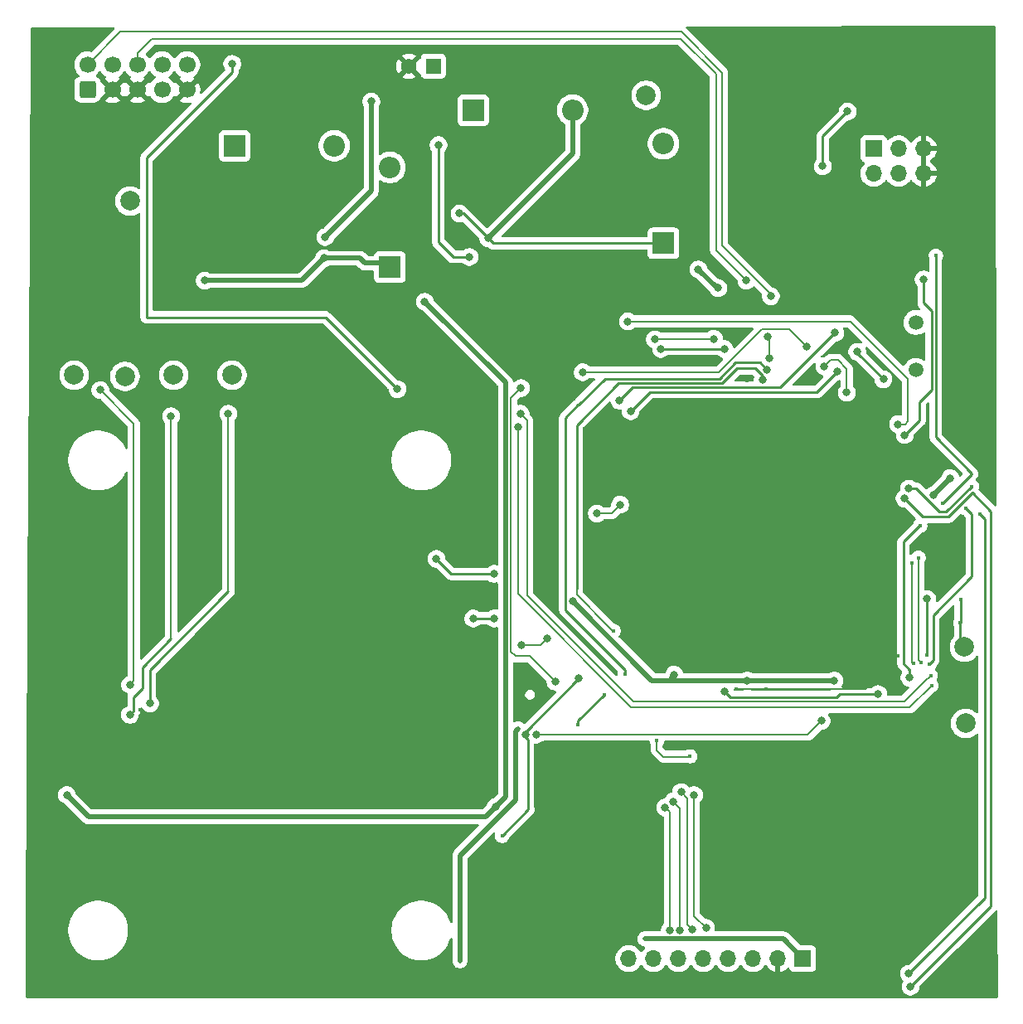
<source format=gbr>
G04 #@! TF.GenerationSoftware,KiCad,Pcbnew,9.0.0*
G04 #@! TF.CreationDate,2025-03-31T20:00:41-05:00*
G04 #@! TF.ProjectId,Portable Offline Translator,506f7274-6162-46c6-9520-4f66666c696e,rev?*
G04 #@! TF.SameCoordinates,Original*
G04 #@! TF.FileFunction,Copper,L2,Bot*
G04 #@! TF.FilePolarity,Positive*
%FSLAX46Y46*%
G04 Gerber Fmt 4.6, Leading zero omitted, Abs format (unit mm)*
G04 Created by KiCad (PCBNEW 9.0.0) date 2025-03-31 20:00:41*
%MOMM*%
%LPD*%
G01*
G04 APERTURE LIST*
G04 Aperture macros list*
%AMRoundRect*
0 Rectangle with rounded corners*
0 $1 Rounding radius*
0 $2 $3 $4 $5 $6 $7 $8 $9 X,Y pos of 4 corners*
0 Add a 4 corners polygon primitive as box body*
4,1,4,$2,$3,$4,$5,$6,$7,$8,$9,$2,$3,0*
0 Add four circle primitives for the rounded corners*
1,1,$1+$1,$2,$3*
1,1,$1+$1,$4,$5*
1,1,$1+$1,$6,$7*
1,1,$1+$1,$8,$9*
0 Add four rect primitives between the rounded corners*
20,1,$1+$1,$2,$3,$4,$5,0*
20,1,$1+$1,$4,$5,$6,$7,0*
20,1,$1+$1,$6,$7,$8,$9,0*
20,1,$1+$1,$8,$9,$2,$3,0*%
G04 Aperture macros list end*
G04 #@! TA.AperFunction,ComponentPad*
%ADD10C,2.000000*%
G04 #@! TD*
G04 #@! TA.AperFunction,ComponentPad*
%ADD11R,2.200000X2.200000*%
G04 #@! TD*
G04 #@! TA.AperFunction,ComponentPad*
%ADD12O,2.200000X2.200000*%
G04 #@! TD*
G04 #@! TA.AperFunction,ComponentPad*
%ADD13R,1.700000X1.700000*%
G04 #@! TD*
G04 #@! TA.AperFunction,ComponentPad*
%ADD14O,1.700000X1.700000*%
G04 #@! TD*
G04 #@! TA.AperFunction,ComponentPad*
%ADD15RoundRect,0.250000X0.600000X-0.600000X0.600000X0.600000X-0.600000X0.600000X-0.600000X-0.600000X0*%
G04 #@! TD*
G04 #@! TA.AperFunction,ComponentPad*
%ADD16C,1.700000*%
G04 #@! TD*
G04 #@! TA.AperFunction,ComponentPad*
%ADD17C,1.500000*%
G04 #@! TD*
G04 #@! TA.AperFunction,ComponentPad*
%ADD18R,1.575000X1.575000*%
G04 #@! TD*
G04 #@! TA.AperFunction,ComponentPad*
%ADD19C,1.575000*%
G04 #@! TD*
G04 #@! TA.AperFunction,ViaPad*
%ADD20C,0.800000*%
G04 #@! TD*
G04 #@! TA.AperFunction,ViaPad*
%ADD21C,0.450000*%
G04 #@! TD*
G04 #@! TA.AperFunction,Conductor*
%ADD22C,0.200000*%
G04 #@! TD*
G04 #@! TA.AperFunction,Conductor*
%ADD23C,0.250000*%
G04 #@! TD*
G04 #@! TA.AperFunction,Conductor*
%ADD24C,0.500000*%
G04 #@! TD*
G04 APERTURE END LIST*
D10*
X173863000Y-118694200D03*
D11*
X115189000Y-79883000D03*
D12*
X115189000Y-69723000D03*
D13*
X157353000Y-150495000D03*
D14*
X154813000Y-150495000D03*
X152273000Y-150495000D03*
X149733000Y-150495000D03*
X147193000Y-150495000D03*
X144653000Y-150495000D03*
X142113000Y-150495000D03*
X139573000Y-150495000D03*
D10*
X82931000Y-90932000D03*
X141351000Y-62357000D03*
D11*
X99339400Y-67513200D03*
D12*
X109499400Y-67513200D03*
D10*
X88138000Y-91059000D03*
D11*
X143129000Y-77470000D03*
D12*
X143129000Y-67310000D03*
D10*
X99060000Y-90932000D03*
X173990000Y-126492000D03*
X88646000Y-73152000D03*
D13*
X164607000Y-67798000D03*
D14*
X164607000Y-70338000D03*
X167147000Y-67798000D03*
X167147000Y-70338000D03*
X169687000Y-67798000D03*
X169687000Y-70338000D03*
D15*
X84302600Y-61772800D03*
D16*
X84302600Y-59232800D03*
X86842600Y-61772800D03*
X86842600Y-59232800D03*
X89382600Y-61772800D03*
X89382600Y-59232800D03*
X91922600Y-61772800D03*
X91922600Y-59232800D03*
X94462600Y-61772800D03*
X94462600Y-59232800D03*
D17*
X168910000Y-90424000D03*
X168910000Y-85544000D03*
D10*
X93091000Y-90932000D03*
D11*
X123698000Y-63881000D03*
D12*
X133858000Y-63881000D03*
D18*
X119634000Y-59385200D03*
D19*
X117134000Y-59385200D03*
D20*
X125857000Y-115773200D03*
X123698000Y-115773200D03*
X119938800Y-109702600D03*
X125806200Y-111226600D03*
D21*
X167792400Y-106476800D03*
X167081200Y-119634000D03*
X106934000Y-70916800D03*
X151638000Y-91490800D03*
X173304200Y-106527600D03*
X121920000Y-124815600D03*
X138785600Y-102412800D03*
X167259000Y-74484400D03*
X156311600Y-147878800D03*
X82346800Y-128574800D03*
X150520400Y-122986800D03*
X167894000Y-98882200D03*
X163906200Y-73417600D03*
X163576000Y-93014800D03*
X81940400Y-120192800D03*
X88036400Y-129743200D03*
X116078000Y-125120400D03*
X128879600Y-125425200D03*
X89712800Y-125069600D03*
X156819600Y-91846400D03*
X153619200Y-122986800D03*
X88239600Y-119532400D03*
D20*
X134467600Y-121920000D03*
X115951000Y-92354400D03*
X129006600Y-127609600D03*
X99085400Y-59156600D03*
D21*
X126644400Y-137972800D03*
D20*
X123317000Y-78867000D03*
X120142000Y-67437000D03*
X82194400Y-133807200D03*
X108458000Y-78994000D03*
X108585000Y-76835000D03*
X113284000Y-62992000D03*
X96266000Y-81280000D03*
X118745000Y-83439000D03*
X125984000Y-135001000D03*
X170688000Y-103174800D03*
X160578800Y-122123200D03*
X153771600Y-87020400D03*
D21*
X122326400Y-150723600D03*
D20*
X144221200Y-121513600D03*
D21*
X141224000Y-148488400D03*
D20*
X125222000Y-76962000D03*
D21*
X128270000Y-127050800D03*
D20*
X122301000Y-74422000D03*
X151688800Y-122123200D03*
X146685000Y-80137000D03*
X153924000Y-89204800D03*
X133858000Y-114046000D03*
X172415200Y-101447600D03*
X148717000Y-82042000D03*
X138709400Y-104165400D03*
X136321800Y-105054400D03*
D21*
X174625000Y-102285800D03*
D20*
X168198800Y-152044400D03*
X168198800Y-102514400D03*
D21*
X175437800Y-105156000D03*
D20*
X168351200Y-153365200D03*
X167741600Y-103530400D03*
X143764000Y-147624800D03*
X143306800Y-135077200D03*
X146253200Y-133807200D03*
X147472400Y-147370800D03*
X146100800Y-147574000D03*
X144932400Y-133502400D03*
X144100302Y-134467600D03*
X144830800Y-147624800D03*
X161925000Y-64008000D03*
X159385000Y-69596000D03*
X149352000Y-88265000D03*
X142875000Y-88265000D03*
X138633200Y-93522800D03*
X160655000Y-86614000D03*
X160909000Y-90551000D03*
X139776200Y-94615000D03*
X134874000Y-90627200D03*
X159562800Y-90017600D03*
X128625600Y-118516400D03*
X161848800Y-92710000D03*
X157784800Y-87985600D03*
X131267200Y-117856000D03*
X148285200Y-87223600D03*
X132080000Y-122224800D03*
X128574800Y-92252800D03*
X142240000Y-87274400D03*
X92837000Y-95123000D03*
X88633300Y-125615700D03*
X154101800Y-82880200D03*
X165582600Y-91338400D03*
X162915600Y-88544400D03*
X139496800Y-85445600D03*
X167081200Y-95935800D03*
D21*
X170942000Y-78740000D03*
X169341800Y-106299000D03*
X171640500Y-104000300D03*
D20*
X149402800Y-123240800D03*
X165049200Y-123494800D03*
X168249600Y-121818400D03*
D21*
X173990000Y-104521000D03*
X170294300Y-120408700D03*
D20*
X170053000Y-113792000D03*
D21*
X170027600Y-119481600D03*
X173482000Y-113842800D03*
X173431200Y-116230400D03*
X137109200Y-123545600D03*
X139192000Y-121462800D03*
D20*
X153720800Y-90373200D03*
D21*
X134416800Y-126593600D03*
X170408600Y-121589800D03*
X169164000Y-109575600D03*
D20*
X128524000Y-94869000D03*
D21*
X169443400Y-120294400D03*
X168656000Y-120396000D03*
X170497500Y-122618500D03*
D20*
X128270000Y-96215200D03*
D21*
X168529000Y-110109000D03*
D20*
X151587200Y-81280000D03*
X169697400Y-81153000D03*
X167767000Y-97053400D03*
X85598000Y-92456000D03*
X130175000Y-127635000D03*
X159258000Y-126238000D03*
X88646000Y-122555000D03*
X153263600Y-91389200D03*
D21*
X142443200Y-128270000D03*
X145846800Y-129844800D03*
X138023600Y-117043200D03*
D20*
X98679000Y-94869000D03*
X90678000Y-124460000D03*
D22*
X170408600Y-121589800D02*
X170158043Y-121840357D01*
X129184400Y-113411000D02*
X129184400Y-95529400D01*
X170158043Y-121840357D02*
X170132643Y-121840357D01*
X170132643Y-121840357D02*
X167716200Y-124256800D01*
X167716200Y-124256800D02*
X140030200Y-124256800D01*
X140030200Y-124256800D02*
X129184400Y-113411000D01*
X129184400Y-95529400D02*
X128524000Y-94869000D01*
D23*
X123698000Y-115773200D02*
X125857000Y-115773200D01*
X121462800Y-111226600D02*
X119938800Y-109702600D01*
X125806200Y-111226600D02*
X121462800Y-111226600D01*
D22*
X167259000Y-74484400D02*
X164973000Y-74484400D01*
X81940400Y-120192800D02*
X81940400Y-128168400D01*
X164973000Y-74484400D02*
X163906200Y-73417600D01*
X163728400Y-122986800D02*
X167081200Y-119634000D01*
X81940400Y-128168400D02*
X82296000Y-128524000D01*
X153416000Y-122986800D02*
X153619200Y-122986800D01*
X150520400Y-122986800D02*
X153416000Y-122986800D01*
X153416000Y-122986800D02*
X163728400Y-122986800D01*
D23*
X129336800Y-135280400D02*
X126644400Y-137972800D01*
X129006600Y-127381000D02*
X134467600Y-121920000D01*
X90347800Y-85013800D02*
X90347800Y-68732400D01*
X129006600Y-127889000D02*
X129260600Y-128143000D01*
X129006600Y-127609600D02*
X129006600Y-127381000D01*
X115951000Y-92354400D02*
X108610400Y-85013800D01*
X129006600Y-127609600D02*
X129006600Y-127889000D01*
X90347800Y-68732400D02*
X99085400Y-59994800D01*
X108610400Y-85013800D02*
X90347800Y-85013800D01*
X129260600Y-128143000D02*
X129260600Y-135204200D01*
X99085400Y-59994800D02*
X99085400Y-59156600D01*
X129260600Y-135204200D02*
X129336800Y-135280400D01*
X120142000Y-77343000D02*
X121666000Y-78867000D01*
X121666000Y-78867000D02*
X123317000Y-78867000D01*
X120142000Y-67437000D02*
X120142000Y-77343000D01*
D24*
X106172000Y-81280000D02*
X108458000Y-78994000D01*
X127000000Y-133985000D02*
X127000000Y-91694000D01*
X108458000Y-78994000D02*
X112141000Y-78994000D01*
X113284000Y-62992000D02*
X113284000Y-72136000D01*
X96266000Y-81280000D02*
X106172000Y-81280000D01*
X127000000Y-91694000D02*
X118745000Y-83439000D01*
X113284000Y-72136000D02*
X108585000Y-76835000D01*
X84404200Y-136017000D02*
X82194400Y-133807200D01*
D23*
X114808000Y-79502000D02*
X115189000Y-79883000D01*
D24*
X112649000Y-79502000D02*
X114808000Y-79502000D01*
X125984000Y-135001000D02*
X127000000Y-133985000D01*
X112141000Y-78994000D02*
X112649000Y-79502000D01*
X125984000Y-135001000D02*
X124968000Y-136017000D01*
X124968000Y-136017000D02*
X84404200Y-136017000D01*
D22*
X153924000Y-87172800D02*
X153771600Y-87020400D01*
X137820400Y-105054400D02*
X138709400Y-104165400D01*
D24*
X143967200Y-121767600D02*
X144221200Y-121513600D01*
X127990600Y-127330200D02*
X128270000Y-127050800D01*
X122326400Y-139979400D02*
X127990600Y-134315200D01*
X127990600Y-134315200D02*
X127990600Y-127330200D01*
X141224000Y-148488400D02*
X155346400Y-148488400D01*
X150012400Y-122123200D02*
X143967200Y-122123200D01*
D23*
X125730000Y-77470000D02*
X143129000Y-77470000D01*
D24*
X133858000Y-63881000D02*
X133858000Y-68326000D01*
X143967200Y-122123200D02*
X143967200Y-121767600D01*
D23*
X125222000Y-76962000D02*
X125730000Y-77470000D01*
D24*
X170688000Y-103174800D02*
X172415200Y-101447600D01*
D23*
X122682000Y-74422000D02*
X122301000Y-74422000D01*
X148590000Y-82042000D02*
X148717000Y-82042000D01*
D24*
X122326400Y-150723600D02*
X122326400Y-139979400D01*
D23*
X125222000Y-76962000D02*
X122682000Y-74422000D01*
D24*
X160578800Y-122123200D02*
X150012400Y-122123200D01*
X151688800Y-122123200D02*
X150012400Y-122123200D01*
X143967200Y-122123200D02*
X141935200Y-122123200D01*
D23*
X146812000Y-80137000D02*
X146685000Y-80137000D01*
D24*
X141935200Y-122123200D02*
X133858000Y-114046000D01*
X155346400Y-148488400D02*
X157353000Y-150495000D01*
D22*
X136321800Y-105054400D02*
X137820400Y-105054400D01*
X153924000Y-89204800D02*
X153924000Y-87172800D01*
D24*
X133858000Y-68326000D02*
X125222000Y-76962000D01*
X146685000Y-80137000D02*
X148590000Y-82042000D01*
D23*
X168198800Y-102514400D02*
X168935400Y-102514400D01*
X172008800Y-104902000D02*
X174625000Y-102285800D01*
X168198800Y-102514400D02*
X168452800Y-102514400D01*
X168935400Y-102514400D02*
X171323000Y-104902000D01*
X175920400Y-127660400D02*
X175920400Y-105638600D01*
X169722800Y-150520400D02*
X168198800Y-152044400D01*
X169722800Y-150520400D02*
X175920400Y-144322800D01*
X171323000Y-104902000D02*
X172008800Y-104902000D01*
X175920400Y-144322800D02*
X175920400Y-127660400D01*
X175920400Y-105638600D02*
X175437800Y-105156000D01*
X174701200Y-102946200D02*
X172262800Y-105384600D01*
X169595800Y-105384600D02*
X167741600Y-103530400D01*
X168351200Y-153365200D02*
X176580800Y-145135600D01*
X172262800Y-105384600D02*
X169595800Y-105384600D01*
X176580800Y-104825800D02*
X174701200Y-102946200D01*
X176580800Y-145135600D02*
X176580800Y-104825800D01*
D22*
X143764000Y-135534400D02*
X143764000Y-147624800D01*
X143306800Y-135077200D02*
X143764000Y-135534400D01*
X146253200Y-146151600D02*
X147472400Y-147370800D01*
X146253200Y-133807200D02*
X146253200Y-146151600D01*
X145592800Y-134162800D02*
X145592800Y-147066000D01*
X144932400Y-133502400D02*
X145592800Y-134162800D01*
X145592800Y-147066000D02*
X146100800Y-147574000D01*
X144100302Y-134467600D02*
X144830800Y-135198098D01*
X144830800Y-135198098D02*
X144830800Y-147624800D01*
D23*
X159385000Y-69596000D02*
X159385000Y-66548000D01*
X159385000Y-66548000D02*
X161925000Y-64008000D01*
X142875000Y-88265000D02*
X149352000Y-88265000D01*
X155067000Y-92202000D02*
X160655000Y-86614000D01*
X139954000Y-92202000D02*
X155067000Y-92202000D01*
X138633200Y-93522800D02*
X139954000Y-92202000D01*
X141732000Y-92659200D02*
X158800800Y-92659200D01*
X158800800Y-92659200D02*
X160909000Y-90551000D01*
X139776200Y-94615000D02*
X141732000Y-92659200D01*
D22*
X153212800Y-86207600D02*
X156006800Y-86207600D01*
X160934400Y-89357200D02*
X160782000Y-89357200D01*
X160223200Y-89357200D02*
X160782000Y-89357200D01*
X161848800Y-92710000D02*
X161848800Y-90271600D01*
X134874000Y-90627200D02*
X148793200Y-90627200D01*
X128625600Y-118516400D02*
X130606800Y-118516400D01*
X148793200Y-90627200D02*
X153212800Y-86207600D01*
X156006800Y-86207600D02*
X157784800Y-87985600D01*
X130606800Y-118516400D02*
X131267200Y-117856000D01*
X161848800Y-90271600D02*
X160934400Y-89357200D01*
X159562800Y-90017600D02*
X160223200Y-89357200D01*
X129489200Y-119634000D02*
X132080000Y-122224800D01*
X128016000Y-119634000D02*
X129489200Y-119634000D01*
X128574800Y-92252800D02*
X127558800Y-93268800D01*
X127558800Y-119176800D02*
X128016000Y-119634000D01*
X148285200Y-87223600D02*
X142290800Y-87223600D01*
X142290800Y-87223600D02*
X142240000Y-87274400D01*
X127558800Y-93268800D02*
X127558800Y-119176800D01*
D23*
X89916000Y-120777000D02*
X92837000Y-117856000D01*
X89027000Y-125222000D02*
X89027000Y-123825000D01*
X89027000Y-123825000D02*
X89916000Y-122936000D01*
X89916000Y-122936000D02*
X89916000Y-120777000D01*
X88633300Y-125615700D02*
X89027000Y-125222000D01*
D22*
X92837000Y-117856000D02*
X92837000Y-95123000D01*
X154101800Y-82702400D02*
X149098000Y-77698600D01*
X144932400Y-55880000D02*
X87655400Y-55880000D01*
D23*
X165582600Y-91338400D02*
X162915600Y-88671400D01*
D22*
X87655400Y-55880000D02*
X84302600Y-59232800D01*
D23*
X162915600Y-88671400D02*
X162915600Y-88544400D01*
D22*
X149098000Y-77698600D02*
X149098000Y-60045600D01*
X149098000Y-60045600D02*
X144932400Y-55880000D01*
X154101800Y-82880200D02*
X154101800Y-82702400D01*
X168097200Y-95631000D02*
X168097200Y-91338400D01*
X167081200Y-95935800D02*
X167792400Y-95935800D01*
X168097200Y-91338400D02*
X162204400Y-85445600D01*
X162204400Y-85445600D02*
X139496800Y-85445600D01*
X167792400Y-95935800D02*
X168097200Y-95631000D01*
D23*
X167640000Y-120396000D02*
X167640000Y-107950000D01*
X165049200Y-123494800D02*
X161137600Y-123494800D01*
X170942000Y-97282000D02*
X170942000Y-78740000D01*
X167640000Y-107950000D02*
X169291000Y-106299000D01*
X149961600Y-123799600D02*
X149402800Y-123240800D01*
X169291000Y-106299000D02*
X169341800Y-106299000D01*
X171640500Y-104000300D02*
X174625000Y-101015800D01*
X160832800Y-123799600D02*
X149961600Y-123799600D01*
X168249600Y-121818400D02*
X168249600Y-121005600D01*
X161137600Y-123494800D02*
X160832800Y-123799600D01*
X174625000Y-101015800D02*
X174625000Y-100965000D01*
X174625000Y-100965000D02*
X170942000Y-97282000D01*
X168249600Y-121005600D02*
X167640000Y-120396000D01*
X174625000Y-105156000D02*
X173990000Y-104521000D01*
X174625000Y-111506000D02*
X174625000Y-105156000D01*
X170688000Y-120015000D02*
X170688000Y-115443000D01*
X170688000Y-115443000D02*
X174625000Y-111506000D01*
X170294300Y-120408700D02*
X170688000Y-120015000D01*
X170027600Y-118897400D02*
X170053000Y-118872000D01*
X170027600Y-119481600D02*
X170027600Y-118897400D01*
X170053000Y-118872000D02*
X170053000Y-113792000D01*
X173482000Y-113842800D02*
X173482000Y-116179600D01*
X173431200Y-116230400D02*
X173431200Y-118262400D01*
X173482000Y-116179600D02*
X173431200Y-116230400D01*
X173431200Y-118262400D02*
X173863000Y-118694200D01*
X134467600Y-93980000D02*
X134416800Y-93980000D01*
X137109200Y-123545600D02*
X134416800Y-126238000D01*
X133096000Y-114909600D02*
X139192000Y-121005600D01*
X133096000Y-95300800D02*
X133096000Y-114909600D01*
X148844000Y-91287600D02*
X137160000Y-91287600D01*
X134416800Y-93980000D02*
X133096000Y-95300800D01*
X150469600Y-89662000D02*
X148844000Y-91287600D01*
X134416800Y-126238000D02*
X134416800Y-126593600D01*
X153720800Y-90373200D02*
X153009600Y-89662000D01*
X137160000Y-91287600D02*
X134467600Y-93980000D01*
X153009600Y-89662000D02*
X150469600Y-89662000D01*
X139192000Y-121005600D02*
X139192000Y-121462800D01*
D22*
X169164000Y-120015000D02*
X169443400Y-120294400D01*
X169164000Y-109575600D02*
X169164000Y-120015000D01*
X128270000Y-96215200D02*
X128270000Y-113284000D01*
X128270000Y-113284000D02*
X139827000Y-124841000D01*
X168275000Y-124841000D02*
X170497500Y-122618500D01*
X168529000Y-110109000D02*
X168529000Y-120269000D01*
X168529000Y-120269000D02*
X168656000Y-120396000D01*
X139827000Y-124841000D02*
X168275000Y-124841000D01*
X148488400Y-78181200D02*
X148488400Y-60198000D01*
X89382600Y-58064400D02*
X89382600Y-59232800D01*
X151587200Y-81280000D02*
X148488400Y-78181200D01*
X148488400Y-60198000D02*
X144856200Y-56565800D01*
X144856200Y-56565800D02*
X90881200Y-56565800D01*
X90881200Y-56565800D02*
X89382600Y-58064400D01*
D23*
X170492000Y-92423400D02*
X169265600Y-93649800D01*
X169697400Y-81153000D02*
X169697400Y-83566000D01*
X169697400Y-83566000D02*
X170492000Y-84360600D01*
X169265600Y-95554800D02*
X167767000Y-97053400D01*
X169265600Y-93649800D02*
X169265600Y-95554800D01*
X170492000Y-84360600D02*
X170492000Y-92423400D01*
D22*
X89027000Y-115697000D02*
X89027000Y-95885000D01*
X130175000Y-127635000D02*
X157861000Y-127635000D01*
X89027000Y-122174000D02*
X89027000Y-115697000D01*
X89027000Y-95885000D02*
X85598000Y-92456000D01*
X157861000Y-127635000D02*
X159258000Y-126238000D01*
X88646000Y-122555000D02*
X89027000Y-122174000D01*
X145796000Y-129895600D02*
X145846800Y-129844800D01*
D23*
X153263600Y-90982800D02*
X152501600Y-90220800D01*
D22*
X143103600Y-129895600D02*
X145796000Y-129895600D01*
X137972800Y-117043200D02*
X138023600Y-117043200D01*
X134264400Y-113334800D02*
X137464800Y-116535200D01*
X142443200Y-129235200D02*
X143103600Y-129895600D01*
X137464800Y-116535200D02*
X137972800Y-117043200D01*
D23*
X150672800Y-90220800D02*
X149141600Y-91752000D01*
D22*
X134264400Y-112776000D02*
X134264400Y-113334800D01*
D23*
X138531600Y-91752000D02*
X134264400Y-96019200D01*
X134264400Y-96019200D02*
X134264400Y-112776000D01*
X153263600Y-91389200D02*
X153263600Y-90982800D01*
X149141600Y-91752000D02*
X138531600Y-91752000D01*
D22*
X142443200Y-128270000D02*
X142443200Y-129235200D01*
D23*
X152501600Y-90220800D02*
X150672800Y-90220800D01*
D22*
X98679000Y-113030000D02*
X98679000Y-94869000D01*
D23*
X90678000Y-124460000D02*
X90678000Y-121031000D01*
X90678000Y-121031000D02*
X98679000Y-113030000D01*
G04 #@! TA.AperFunction,Conductor*
G36*
X169941000Y-69907297D02*
G01*
X169879993Y-69872075D01*
X169752826Y-69838000D01*
X169621174Y-69838000D01*
X169494007Y-69872075D01*
X169433000Y-69907297D01*
X169433000Y-68228702D01*
X169494007Y-68263925D01*
X169621174Y-68298000D01*
X169752826Y-68298000D01*
X169879993Y-68263925D01*
X169941000Y-68228702D01*
X169941000Y-69907297D01*
G37*
G04 #@! TD.AperFunction*
G04 #@! TA.AperFunction,Conductor*
G36*
X176980199Y-55265113D02*
G01*
X177026796Y-55318679D01*
X177038283Y-55370958D01*
X177148344Y-104192966D01*
X177128495Y-104261132D01*
X177074945Y-104307745D01*
X177004694Y-104318008D01*
X176940046Y-104288660D01*
X176933249Y-104282345D01*
X175337224Y-102686320D01*
X175303198Y-102624008D01*
X175308263Y-102553193D01*
X175309894Y-102549046D01*
X175330312Y-102499754D01*
X175358500Y-102358043D01*
X175358500Y-102213557D01*
X175330312Y-102071846D01*
X175275019Y-101938358D01*
X175194747Y-101818221D01*
X175194746Y-101818220D01*
X175194743Y-101818216D01*
X175092583Y-101716056D01*
X175092579Y-101716053D01*
X175057227Y-101692432D01*
X175011699Y-101637955D01*
X175002850Y-101567512D01*
X175033491Y-101503468D01*
X175038122Y-101498581D01*
X175117071Y-101419633D01*
X175186400Y-101315875D01*
X175234155Y-101200585D01*
X175258500Y-101078194D01*
X175258500Y-100953407D01*
X175258500Y-100902606D01*
X175234155Y-100780215D01*
X175218293Y-100741922D01*
X175186401Y-100664925D01*
X175117072Y-100561167D01*
X171612405Y-97056500D01*
X171578379Y-96994188D01*
X171575500Y-96967405D01*
X171575500Y-79149908D01*
X171589709Y-79093184D01*
X171589650Y-79093160D01*
X171589814Y-79092761D01*
X171590379Y-79090510D01*
X171592017Y-79087445D01*
X171592017Y-79087444D01*
X171592019Y-79087442D01*
X171647312Y-78953954D01*
X171675500Y-78812243D01*
X171675500Y-78667757D01*
X171647312Y-78526046D01*
X171592019Y-78392558D01*
X171511747Y-78272421D01*
X171511746Y-78272420D01*
X171511743Y-78272416D01*
X171409583Y-78170256D01*
X171409579Y-78170253D01*
X171289442Y-78089981D01*
X171263301Y-78079153D01*
X171155954Y-78034688D01*
X171070621Y-78017714D01*
X171014245Y-78006500D01*
X171014243Y-78006500D01*
X170869757Y-78006500D01*
X170869754Y-78006500D01*
X170785190Y-78023321D01*
X170728046Y-78034688D01*
X170728044Y-78034688D01*
X170728043Y-78034689D01*
X170594557Y-78089981D01*
X170474420Y-78170253D01*
X170474416Y-78170256D01*
X170372256Y-78272416D01*
X170372253Y-78272420D01*
X170291981Y-78392557D01*
X170236689Y-78526043D01*
X170236688Y-78526046D01*
X170230964Y-78554823D01*
X170208500Y-78667754D01*
X170208500Y-78667757D01*
X170208500Y-78812243D01*
X170236688Y-78953954D01*
X170236689Y-78953956D01*
X170291982Y-79087445D01*
X170293621Y-79090510D01*
X170294185Y-79092761D01*
X170294350Y-79093160D01*
X170294290Y-79093184D01*
X170308500Y-79149908D01*
X170308500Y-80234300D01*
X170288498Y-80302421D01*
X170234842Y-80348914D01*
X170164568Y-80359018D01*
X170133983Y-80348989D01*
X170133454Y-80350267D01*
X170127737Y-80347899D01*
X170127736Y-80347898D01*
X170017801Y-80302361D01*
X169962403Y-80279414D01*
X169962401Y-80279413D01*
X169962400Y-80279413D01*
X169867312Y-80260499D01*
X169786881Y-80244500D01*
X169786879Y-80244500D01*
X169607921Y-80244500D01*
X169607918Y-80244500D01*
X169477171Y-80270507D01*
X169432400Y-80279413D01*
X169432399Y-80279413D01*
X169432396Y-80279414D01*
X169267062Y-80347899D01*
X169118269Y-80447319D01*
X169118262Y-80447324D01*
X168991724Y-80573862D01*
X168991719Y-80573869D01*
X168892299Y-80722662D01*
X168823814Y-80887996D01*
X168788900Y-81063518D01*
X168788900Y-81242481D01*
X168823814Y-81418003D01*
X168843873Y-81466429D01*
X168892298Y-81583336D01*
X168991722Y-81732135D01*
X168991724Y-81732137D01*
X169026995Y-81767408D01*
X169061021Y-81829720D01*
X169063900Y-81856503D01*
X169063900Y-83503606D01*
X169063900Y-83628394D01*
X169088245Y-83750785D01*
X169136000Y-83866075D01*
X169205329Y-83969833D01*
X169205331Y-83969835D01*
X169348025Y-84112529D01*
X169382051Y-84174841D01*
X169376986Y-84245656D01*
X169334439Y-84302492D01*
X169267919Y-84327303D01*
X169219994Y-84321457D01*
X169204704Y-84316489D01*
X169204707Y-84316489D01*
X169168286Y-84310720D01*
X169009046Y-84285500D01*
X168810954Y-84285500D01*
X168615300Y-84316488D01*
X168615297Y-84316488D01*
X168615296Y-84316489D01*
X168426903Y-84377702D01*
X168426901Y-84377703D01*
X168250398Y-84467636D01*
X168090139Y-84584071D01*
X167950071Y-84724139D01*
X167833636Y-84884398D01*
X167743703Y-85060901D01*
X167743702Y-85060903D01*
X167698966Y-85198587D01*
X167682488Y-85249300D01*
X167651500Y-85444954D01*
X167651500Y-85643046D01*
X167682488Y-85838700D01*
X167743702Y-86027097D01*
X167830798Y-86198032D01*
X167833636Y-86203601D01*
X167950071Y-86363860D01*
X168090139Y-86503928D01*
X168090142Y-86503930D01*
X168250402Y-86620366D01*
X168426903Y-86710298D01*
X168615300Y-86771512D01*
X168810954Y-86802500D01*
X168810957Y-86802500D01*
X169009043Y-86802500D01*
X169009046Y-86802500D01*
X169204700Y-86771512D01*
X169393097Y-86710298D01*
X169569598Y-86620366D01*
X169658439Y-86555818D01*
X169725306Y-86531961D01*
X169794458Y-86548041D01*
X169843938Y-86598955D01*
X169858500Y-86657755D01*
X169858500Y-89310244D01*
X169838498Y-89378365D01*
X169784842Y-89424858D01*
X169714568Y-89434962D01*
X169658439Y-89412180D01*
X169569601Y-89347636D01*
X169569600Y-89347635D01*
X169569598Y-89347634D01*
X169393097Y-89257702D01*
X169204700Y-89196488D01*
X169009046Y-89165500D01*
X168810954Y-89165500D01*
X168615300Y-89196488D01*
X168615297Y-89196488D01*
X168615296Y-89196489D01*
X168426903Y-89257702D01*
X168426901Y-89257703D01*
X168250398Y-89347636D01*
X168090139Y-89464071D01*
X167950071Y-89604139D01*
X167833635Y-89764399D01*
X167791258Y-89847569D01*
X167765575Y-89897976D01*
X167760513Y-89907910D01*
X167711764Y-89959525D01*
X167642849Y-89976591D01*
X167575648Y-89953690D01*
X167559151Y-89939802D01*
X162578033Y-84958683D01*
X162578023Y-84958675D01*
X162439277Y-84878570D01*
X162439275Y-84878569D01*
X162439273Y-84878568D01*
X162342623Y-84852671D01*
X162342622Y-84852670D01*
X162284511Y-84837100D01*
X140225303Y-84837100D01*
X140157182Y-84817098D01*
X140136208Y-84800195D01*
X140075937Y-84739924D01*
X140075935Y-84739922D01*
X139927136Y-84640498D01*
X139810229Y-84592073D01*
X139761803Y-84572014D01*
X139761801Y-84572013D01*
X139761800Y-84572013D01*
X139673445Y-84554438D01*
X139586281Y-84537100D01*
X139586279Y-84537100D01*
X139407321Y-84537100D01*
X139407318Y-84537100D01*
X139276571Y-84563107D01*
X139231800Y-84572013D01*
X139231799Y-84572013D01*
X139231796Y-84572014D01*
X139066462Y-84640499D01*
X138917669Y-84739919D01*
X138917662Y-84739924D01*
X138791124Y-84866462D01*
X138791119Y-84866469D01*
X138691699Y-85015262D01*
X138623214Y-85180596D01*
X138588300Y-85356118D01*
X138588300Y-85356121D01*
X138588300Y-85535079D01*
X138623213Y-85710600D01*
X138691698Y-85875936D01*
X138791122Y-86024735D01*
X138917665Y-86151278D01*
X139066464Y-86250702D01*
X139231800Y-86319187D01*
X139407321Y-86354100D01*
X139407322Y-86354100D01*
X139586278Y-86354100D01*
X139586279Y-86354100D01*
X139761800Y-86319187D01*
X139927136Y-86250702D01*
X140075935Y-86151278D01*
X140136208Y-86091005D01*
X140198520Y-86056979D01*
X140225303Y-86054100D01*
X152201561Y-86054100D01*
X152269682Y-86074102D01*
X152316175Y-86127758D01*
X152326279Y-86198032D01*
X152296785Y-86262612D01*
X152290656Y-86269195D01*
X150447730Y-88112120D01*
X150385418Y-88146146D01*
X150314602Y-88141081D01*
X150257767Y-88098534D01*
X150235056Y-88047606D01*
X150225586Y-87999997D01*
X150184473Y-87900744D01*
X150157102Y-87834664D01*
X150057678Y-87685865D01*
X149931135Y-87559322D01*
X149782336Y-87459898D01*
X149653348Y-87406469D01*
X149617003Y-87391414D01*
X149617001Y-87391413D01*
X149617000Y-87391413D01*
X149522123Y-87372541D01*
X149441481Y-87356500D01*
X149441479Y-87356500D01*
X149319700Y-87356500D01*
X149251579Y-87336498D01*
X149205086Y-87282842D01*
X149193700Y-87230500D01*
X149193700Y-87134122D01*
X149193699Y-87134118D01*
X149158787Y-86958600D01*
X149090302Y-86793264D01*
X148990878Y-86644465D01*
X148864335Y-86517922D01*
X148715536Y-86418498D01*
X148588554Y-86365900D01*
X148550203Y-86350014D01*
X148550201Y-86350013D01*
X148550200Y-86350013D01*
X148461845Y-86332438D01*
X148374681Y-86315100D01*
X148374679Y-86315100D01*
X148195721Y-86315100D01*
X148195718Y-86315100D01*
X148064971Y-86341107D01*
X148020200Y-86350013D01*
X148020199Y-86350013D01*
X148020196Y-86350014D01*
X147854862Y-86418499D01*
X147706069Y-86517919D01*
X147706062Y-86517924D01*
X147645792Y-86578195D01*
X147583480Y-86612221D01*
X147556697Y-86615100D01*
X142917703Y-86615100D01*
X142849582Y-86595098D01*
X142828608Y-86578195D01*
X142819137Y-86568724D01*
X142819135Y-86568722D01*
X142670336Y-86469298D01*
X142547695Y-86418498D01*
X142505003Y-86400814D01*
X142505001Y-86400813D01*
X142505000Y-86400813D01*
X142416645Y-86383238D01*
X142329481Y-86365900D01*
X142329479Y-86365900D01*
X142150521Y-86365900D01*
X142150518Y-86365900D01*
X142019771Y-86391907D01*
X141975000Y-86400813D01*
X141974999Y-86400813D01*
X141974996Y-86400814D01*
X141809662Y-86469299D01*
X141660869Y-86568719D01*
X141660862Y-86568724D01*
X141534324Y-86695262D01*
X141534319Y-86695269D01*
X141468843Y-86793262D01*
X141434898Y-86844064D01*
X141422507Y-86873979D01*
X141366414Y-87009396D01*
X141331500Y-87184918D01*
X141331500Y-87363881D01*
X141342484Y-87419100D01*
X141363051Y-87522500D01*
X141366414Y-87539403D01*
X141379122Y-87570082D01*
X141434898Y-87704736D01*
X141534322Y-87853535D01*
X141660865Y-87980078D01*
X141809664Y-88079502D01*
X141888719Y-88112248D01*
X141943999Y-88156795D01*
X141966420Y-88224159D01*
X141966500Y-88228656D01*
X141966500Y-88354479D01*
X142001413Y-88530000D01*
X142069898Y-88695336D01*
X142169322Y-88844135D01*
X142295865Y-88970678D01*
X142444664Y-89070102D01*
X142610000Y-89138587D01*
X142785521Y-89173500D01*
X142785522Y-89173500D01*
X142964478Y-89173500D01*
X142964479Y-89173500D01*
X143140000Y-89138587D01*
X143305336Y-89070102D01*
X143454135Y-88970678D01*
X143489408Y-88935405D01*
X143551720Y-88901379D01*
X143578503Y-88898500D01*
X148648497Y-88898500D01*
X148716618Y-88918502D01*
X148737592Y-88935405D01*
X148772865Y-88970678D01*
X148921664Y-89070102D01*
X149055183Y-89125408D01*
X149086997Y-89138586D01*
X149086998Y-89138586D01*
X149087000Y-89138587D01*
X149134607Y-89148056D01*
X149197516Y-89180963D01*
X149232648Y-89242658D01*
X149228848Y-89313553D01*
X149199121Y-89360730D01*
X148578054Y-89981796D01*
X148515744Y-90015820D01*
X148488961Y-90018700D01*
X135602503Y-90018700D01*
X135534382Y-89998698D01*
X135513408Y-89981795D01*
X135453137Y-89921524D01*
X135453135Y-89921522D01*
X135304336Y-89822098D01*
X135187429Y-89773673D01*
X135139003Y-89753614D01*
X135139001Y-89753613D01*
X135139000Y-89753613D01*
X135050645Y-89736038D01*
X134963481Y-89718700D01*
X134963479Y-89718700D01*
X134784521Y-89718700D01*
X134784518Y-89718700D01*
X134653771Y-89744707D01*
X134609000Y-89753613D01*
X134608999Y-89753613D01*
X134608996Y-89753614D01*
X134443662Y-89822099D01*
X134294869Y-89921519D01*
X134294862Y-89921524D01*
X134168324Y-90048062D01*
X134168319Y-90048069D01*
X134068899Y-90196862D01*
X134000414Y-90362196D01*
X133965500Y-90537718D01*
X133965500Y-90716681D01*
X133982777Y-90803536D01*
X134000413Y-90892200D01*
X134068898Y-91057536D01*
X134168322Y-91206335D01*
X134294865Y-91332878D01*
X134443664Y-91432302D01*
X134609000Y-91500787D01*
X134784521Y-91535700D01*
X134784522Y-91535700D01*
X134963478Y-91535700D01*
X134963479Y-91535700D01*
X135139000Y-91500787D01*
X135304336Y-91432302D01*
X135453135Y-91332878D01*
X135513408Y-91272605D01*
X135575720Y-91238579D01*
X135602503Y-91235700D01*
X136011805Y-91235700D01*
X136079926Y-91255702D01*
X136126419Y-91309358D01*
X136136523Y-91379632D01*
X136107029Y-91444212D01*
X136100900Y-91450795D01*
X134162393Y-93389301D01*
X134121524Y-93416612D01*
X134116722Y-93418601D01*
X134012971Y-93487925D01*
X134012964Y-93487931D01*
X132603931Y-94896964D01*
X132603926Y-94896971D01*
X132562827Y-94958481D01*
X132534600Y-95000725D01*
X132486845Y-95116015D01*
X132477028Y-95165368D01*
X132462500Y-95238403D01*
X132462500Y-95238406D01*
X132462500Y-114847206D01*
X132462500Y-114971994D01*
X132486845Y-115094385D01*
X132534600Y-115209675D01*
X132603929Y-115313433D01*
X132603931Y-115313435D01*
X138447801Y-121157305D01*
X138481827Y-121219617D01*
X138482284Y-121270981D01*
X138478493Y-121290041D01*
X138458500Y-121390554D01*
X138458500Y-121520361D01*
X138438498Y-121588482D01*
X138384842Y-121634975D01*
X138314568Y-121645079D01*
X138249988Y-121615585D01*
X138243405Y-121609456D01*
X129829805Y-113195856D01*
X129795779Y-113133544D01*
X129792900Y-113106761D01*
X129792900Y-95449290D01*
X129776478Y-95388003D01*
X129751432Y-95294528D01*
X129693470Y-95194135D01*
X129671322Y-95155773D01*
X129671319Y-95155770D01*
X129671316Y-95155766D01*
X129469405Y-94953855D01*
X129435379Y-94891543D01*
X129432500Y-94864760D01*
X129432500Y-94779522D01*
X129432499Y-94779518D01*
X129397587Y-94604000D01*
X129329102Y-94438664D01*
X129229678Y-94289865D01*
X129103135Y-94163322D01*
X128954336Y-94063898D01*
X128837429Y-94015473D01*
X128789003Y-93995414D01*
X128789001Y-93995413D01*
X128789000Y-93995413D01*
X128698306Y-93977373D01*
X128613481Y-93960500D01*
X128613479Y-93960500D01*
X128434521Y-93960500D01*
X128434518Y-93960500D01*
X128353104Y-93976694D01*
X128317881Y-93983700D01*
X128247168Y-93977373D01*
X128191100Y-93933819D01*
X128167481Y-93866866D01*
X128167300Y-93860122D01*
X128167300Y-93573039D01*
X128187302Y-93504918D01*
X128204205Y-93483944D01*
X128489944Y-93198205D01*
X128552256Y-93164179D01*
X128579039Y-93161300D01*
X128664278Y-93161300D01*
X128664279Y-93161300D01*
X128839800Y-93126387D01*
X129005136Y-93057902D01*
X129153935Y-92958478D01*
X129280478Y-92831935D01*
X129379902Y-92683136D01*
X129448387Y-92517800D01*
X129483300Y-92342279D01*
X129483300Y-92163321D01*
X129448387Y-91987800D01*
X129379902Y-91822464D01*
X129280478Y-91673665D01*
X129153935Y-91547122D01*
X129005136Y-91447698D01*
X128840812Y-91379632D01*
X128839803Y-91379214D01*
X128839801Y-91379213D01*
X128839800Y-91379213D01*
X128743149Y-91359988D01*
X128664281Y-91344300D01*
X128664279Y-91344300D01*
X128485321Y-91344300D01*
X128485318Y-91344300D01*
X128354571Y-91370307D01*
X128309800Y-91379213D01*
X128309799Y-91379213D01*
X128309796Y-91379214D01*
X128144462Y-91447699D01*
X127995669Y-91547119D01*
X127995667Y-91547120D01*
X127952559Y-91590228D01*
X127890246Y-91624253D01*
X127819430Y-91619187D01*
X127762595Y-91576640D01*
X127739885Y-91525713D01*
X127729351Y-91472753D01*
X127672174Y-91334716D01*
X127589166Y-91210485D01*
X119661978Y-83283297D01*
X119627952Y-83220985D01*
X119627494Y-83218782D01*
X119618587Y-83174002D01*
X119618587Y-83174000D01*
X119550102Y-83008664D01*
X119450678Y-82859865D01*
X119324135Y-82733322D01*
X119175336Y-82633898D01*
X119058429Y-82585473D01*
X119010003Y-82565414D01*
X119010001Y-82565413D01*
X119010000Y-82565413D01*
X118921645Y-82547838D01*
X118834481Y-82530500D01*
X118834479Y-82530500D01*
X118655521Y-82530500D01*
X118655518Y-82530500D01*
X118524771Y-82556507D01*
X118480000Y-82565413D01*
X118479999Y-82565413D01*
X118479996Y-82565414D01*
X118314662Y-82633899D01*
X118165869Y-82733319D01*
X118165862Y-82733324D01*
X118039324Y-82859862D01*
X118039319Y-82859869D01*
X117939899Y-83008662D01*
X117871414Y-83173996D01*
X117836500Y-83349518D01*
X117836500Y-83349521D01*
X117836500Y-83528479D01*
X117871413Y-83704000D01*
X117939898Y-83869336D01*
X118039322Y-84018135D01*
X118165865Y-84144678D01*
X118314664Y-84244102D01*
X118480000Y-84312587D01*
X118524783Y-84321494D01*
X118587692Y-84354401D01*
X118589297Y-84355978D01*
X126204595Y-91971276D01*
X126238621Y-92033588D01*
X126241500Y-92060371D01*
X126241500Y-110234980D01*
X126221498Y-110303101D01*
X126167842Y-110349594D01*
X126097568Y-110359698D01*
X126077334Y-110354149D01*
X126077134Y-110354812D01*
X126071210Y-110353015D01*
X125895681Y-110318100D01*
X125895679Y-110318100D01*
X125716721Y-110318100D01*
X125716718Y-110318100D01*
X125585971Y-110344107D01*
X125541200Y-110353013D01*
X125541199Y-110353013D01*
X125541196Y-110353014D01*
X125375862Y-110421499D01*
X125227069Y-110520919D01*
X125227062Y-110520924D01*
X125191792Y-110556195D01*
X125129480Y-110590221D01*
X125102697Y-110593100D01*
X121777394Y-110593100D01*
X121709273Y-110573098D01*
X121688299Y-110556195D01*
X120884205Y-109752101D01*
X120850179Y-109689789D01*
X120847300Y-109663006D01*
X120847300Y-109613122D01*
X120847299Y-109613118D01*
X120812387Y-109437600D01*
X120743902Y-109272264D01*
X120644478Y-109123465D01*
X120517935Y-108996922D01*
X120369136Y-108897498D01*
X120235395Y-108842100D01*
X120203803Y-108829014D01*
X120203801Y-108829013D01*
X120203800Y-108829013D01*
X120115445Y-108811438D01*
X120028281Y-108794100D01*
X120028279Y-108794100D01*
X119849321Y-108794100D01*
X119849318Y-108794100D01*
X119718571Y-108820107D01*
X119673800Y-108829013D01*
X119673799Y-108829013D01*
X119673796Y-108829014D01*
X119508462Y-108897499D01*
X119359669Y-108996919D01*
X119359662Y-108996924D01*
X119233124Y-109123462D01*
X119233119Y-109123469D01*
X119133699Y-109272262D01*
X119065214Y-109437596D01*
X119030300Y-109613118D01*
X119030300Y-109613121D01*
X119030300Y-109792079D01*
X119065213Y-109967600D01*
X119133698Y-110132936D01*
X119233122Y-110281735D01*
X119359665Y-110408278D01*
X119508464Y-110507702D01*
X119673800Y-110576187D01*
X119849321Y-110611100D01*
X119899206Y-110611100D01*
X119967327Y-110631102D01*
X119988301Y-110648005D01*
X120970729Y-111630433D01*
X121058967Y-111718671D01*
X121162725Y-111788000D01*
X121278015Y-111835755D01*
X121400406Y-111860100D01*
X125102697Y-111860100D01*
X125170818Y-111880102D01*
X125191792Y-111897005D01*
X125227065Y-111932278D01*
X125375864Y-112031702D01*
X125541200Y-112100187D01*
X125716721Y-112135100D01*
X125716722Y-112135100D01*
X125895678Y-112135100D01*
X125895679Y-112135100D01*
X126071200Y-112100187D01*
X126071204Y-112100185D01*
X126071210Y-112100184D01*
X126077134Y-112098388D01*
X126077829Y-112100681D01*
X126137847Y-112094217D01*
X126201340Y-112125983D01*
X126237580Y-112187034D01*
X126241500Y-112218219D01*
X126241500Y-114769851D01*
X126221498Y-114837972D01*
X126167842Y-114884465D01*
X126097568Y-114894569D01*
X126090919Y-114893430D01*
X125946484Y-114864700D01*
X125946479Y-114864700D01*
X125767521Y-114864700D01*
X125767518Y-114864700D01*
X125636771Y-114890707D01*
X125592000Y-114899613D01*
X125591999Y-114899613D01*
X125591996Y-114899614D01*
X125426662Y-114968099D01*
X125277869Y-115067519D01*
X125277862Y-115067524D01*
X125242592Y-115102795D01*
X125180280Y-115136821D01*
X125153497Y-115139700D01*
X124401503Y-115139700D01*
X124333382Y-115119698D01*
X124312408Y-115102795D01*
X124277137Y-115067524D01*
X124277135Y-115067522D01*
X124128336Y-114968098D01*
X124011429Y-114919673D01*
X123963003Y-114899614D01*
X123963001Y-114899613D01*
X123963000Y-114899613D01*
X123874645Y-114882038D01*
X123787481Y-114864700D01*
X123787479Y-114864700D01*
X123608521Y-114864700D01*
X123608518Y-114864700D01*
X123477771Y-114890707D01*
X123433000Y-114899613D01*
X123432999Y-114899613D01*
X123432996Y-114899614D01*
X123267662Y-114968099D01*
X123118869Y-115067519D01*
X123118862Y-115067524D01*
X122992324Y-115194062D01*
X122992319Y-115194069D01*
X122892899Y-115342862D01*
X122824414Y-115508196D01*
X122789500Y-115683718D01*
X122789500Y-115862681D01*
X122805010Y-115940654D01*
X122824413Y-116038200D01*
X122892898Y-116203536D01*
X122992322Y-116352335D01*
X123118865Y-116478878D01*
X123267664Y-116578302D01*
X123433000Y-116646787D01*
X123608521Y-116681700D01*
X123608522Y-116681700D01*
X123787478Y-116681700D01*
X123787479Y-116681700D01*
X123963000Y-116646787D01*
X124128336Y-116578302D01*
X124277135Y-116478878D01*
X124312408Y-116443605D01*
X124374720Y-116409579D01*
X124401503Y-116406700D01*
X125153497Y-116406700D01*
X125221618Y-116426702D01*
X125242592Y-116443605D01*
X125277865Y-116478878D01*
X125426664Y-116578302D01*
X125592000Y-116646787D01*
X125767521Y-116681700D01*
X125767522Y-116681700D01*
X125946478Y-116681700D01*
X125946479Y-116681700D01*
X126090919Y-116652969D01*
X126161632Y-116659297D01*
X126217700Y-116702851D01*
X126241319Y-116769804D01*
X126241500Y-116776548D01*
X126241500Y-133618627D01*
X126221498Y-133686748D01*
X126204595Y-133707723D01*
X125828296Y-134084021D01*
X125765984Y-134118046D01*
X125763786Y-134118503D01*
X125719006Y-134127411D01*
X125719000Y-134127413D01*
X125553663Y-134195898D01*
X125404869Y-134295319D01*
X125404862Y-134295324D01*
X125278324Y-134421862D01*
X125278319Y-134421869D01*
X125178898Y-134570663D01*
X125110413Y-134736000D01*
X125110411Y-134736006D01*
X125101503Y-134780786D01*
X125068594Y-134843695D01*
X125067021Y-134845296D01*
X124690724Y-135221595D01*
X124628412Y-135255620D01*
X124601628Y-135258500D01*
X84770571Y-135258500D01*
X84702450Y-135238498D01*
X84681476Y-135221595D01*
X83111378Y-133651497D01*
X83077352Y-133589185D01*
X83076894Y-133586982D01*
X83074843Y-133576672D01*
X83067987Y-133542200D01*
X82999502Y-133376864D01*
X82900078Y-133228065D01*
X82773535Y-133101522D01*
X82624736Y-133002098D01*
X82507829Y-132953673D01*
X82459403Y-132933614D01*
X82459401Y-132933613D01*
X82459400Y-132933613D01*
X82371045Y-132916038D01*
X82283881Y-132898700D01*
X82283879Y-132898700D01*
X82104921Y-132898700D01*
X82104918Y-132898700D01*
X81981448Y-132923260D01*
X81929400Y-132933613D01*
X81929399Y-132933613D01*
X81929396Y-132933614D01*
X81764062Y-133002099D01*
X81615269Y-133101519D01*
X81615262Y-133101524D01*
X81488724Y-133228062D01*
X81488719Y-133228069D01*
X81389299Y-133376862D01*
X81320814Y-133542196D01*
X81320814Y-133542198D01*
X81320813Y-133542200D01*
X81315739Y-133567707D01*
X81285900Y-133717718D01*
X81285900Y-133896681D01*
X81320814Y-134072203D01*
X81339803Y-134118046D01*
X81389298Y-134237536D01*
X81488722Y-134386335D01*
X81615265Y-134512878D01*
X81764064Y-134612302D01*
X81929400Y-134680787D01*
X81974183Y-134689694D01*
X82037092Y-134722601D01*
X82038697Y-134724178D01*
X83815034Y-136500515D01*
X83815035Y-136500516D01*
X83920684Y-136606165D01*
X84044916Y-136689174D01*
X84125776Y-136722667D01*
X84182953Y-136746351D01*
X84256224Y-136760925D01*
X84329494Y-136775500D01*
X84329495Y-136775500D01*
X84478905Y-136775500D01*
X124153429Y-136775500D01*
X124221550Y-136795502D01*
X124268043Y-136849158D01*
X124278147Y-136919432D01*
X124248653Y-136984012D01*
X124242524Y-136990595D01*
X121737237Y-139495881D01*
X121737232Y-139495888D01*
X121654226Y-139620115D01*
X121597050Y-139758150D01*
X121597049Y-139758153D01*
X121567900Y-139904690D01*
X121567900Y-146749920D01*
X121547898Y-146818041D01*
X121494242Y-146864534D01*
X121423968Y-146874638D01*
X121359388Y-146845144D01*
X121322971Y-146791535D01*
X121210742Y-146470802D01*
X121210741Y-146470801D01*
X121210736Y-146470785D01*
X121062076Y-146162090D01*
X120879789Y-145871982D01*
X120666166Y-145604107D01*
X120666163Y-145604103D01*
X120423896Y-145361836D01*
X120156018Y-145148211D01*
X119865914Y-144965926D01*
X119865905Y-144965921D01*
X119557224Y-144817268D01*
X119557219Y-144817266D01*
X119557215Y-144817264D01*
X119557209Y-144817261D01*
X119557197Y-144817257D01*
X119233823Y-144704104D01*
X118899785Y-144627861D01*
X118899788Y-144627861D01*
X118559314Y-144589500D01*
X118559312Y-144589500D01*
X118216688Y-144589500D01*
X118216686Y-144589500D01*
X117876213Y-144627861D01*
X117542176Y-144704104D01*
X117218802Y-144817257D01*
X117218775Y-144817268D01*
X116910094Y-144965921D01*
X116910085Y-144965926D01*
X116619981Y-145148211D01*
X116352103Y-145361836D01*
X116109836Y-145604103D01*
X115896211Y-145871981D01*
X115713926Y-146162085D01*
X115713921Y-146162094D01*
X115565268Y-146470775D01*
X115565257Y-146470802D01*
X115452104Y-146794176D01*
X115375861Y-147128213D01*
X115337500Y-147468686D01*
X115337500Y-147811313D01*
X115375861Y-148151786D01*
X115452104Y-148485823D01*
X115565257Y-148809197D01*
X115565268Y-148809224D01*
X115713921Y-149117905D01*
X115713926Y-149117914D01*
X115896211Y-149408018D01*
X116109836Y-149675896D01*
X116352103Y-149918163D01*
X116421515Y-149973517D01*
X116619982Y-150131789D01*
X116910090Y-150314076D01*
X117218785Y-150462736D01*
X117218801Y-150462741D01*
X117218802Y-150462742D01*
X117542176Y-150575895D01*
X117542179Y-150575895D01*
X117542183Y-150575897D01*
X117876213Y-150652138D01*
X117876214Y-150652138D01*
X117876217Y-150652139D01*
X118077016Y-150674763D01*
X118216686Y-150690500D01*
X118216688Y-150690500D01*
X118559314Y-150690500D01*
X118645778Y-150680757D01*
X118899783Y-150652139D01*
X119233817Y-150575897D01*
X119557215Y-150462736D01*
X119865910Y-150314076D01*
X120156018Y-150131789D01*
X120423893Y-149918166D01*
X120666166Y-149675893D01*
X120879789Y-149408018D01*
X121062076Y-149117910D01*
X121210736Y-148809215D01*
X121322971Y-148488464D01*
X121364349Y-148430772D01*
X121430349Y-148404610D01*
X121500017Y-148418282D01*
X121551233Y-148467450D01*
X121567900Y-148530079D01*
X121567900Y-150798309D01*
X121597049Y-150944846D01*
X121654226Y-151082884D01*
X121737235Y-151207116D01*
X121842884Y-151312765D01*
X121967116Y-151395774D01*
X122105154Y-151452951D01*
X122251694Y-151482100D01*
X122401106Y-151482100D01*
X122547646Y-151452951D01*
X122685684Y-151395774D01*
X122809916Y-151312765D01*
X122915565Y-151207116D01*
X122998574Y-151082884D01*
X123055751Y-150944846D01*
X123084900Y-150798306D01*
X123084900Y-150388084D01*
X138214500Y-150388084D01*
X138214500Y-150601916D01*
X138247951Y-150813116D01*
X138247952Y-150813121D01*
X138314026Y-151016478D01*
X138314028Y-151016483D01*
X138411106Y-151207009D01*
X138536794Y-151380004D01*
X138536796Y-151380006D01*
X138536798Y-151380009D01*
X138687990Y-151531201D01*
X138687993Y-151531203D01*
X138687996Y-151531206D01*
X138860991Y-151656894D01*
X139051517Y-151753972D01*
X139254878Y-151820047D01*
X139254879Y-151820047D01*
X139254884Y-151820049D01*
X139466084Y-151853500D01*
X139466087Y-151853500D01*
X139679913Y-151853500D01*
X139679916Y-151853500D01*
X139891116Y-151820049D01*
X140094483Y-151753972D01*
X140285009Y-151656894D01*
X140458004Y-151531206D01*
X140609206Y-151380004D01*
X140734894Y-151207009D01*
X140734899Y-151206997D01*
X140735561Y-151205920D01*
X140735924Y-151205591D01*
X140737804Y-151203004D01*
X140738347Y-151203398D01*
X140788204Y-151158283D01*
X140858244Y-151146670D01*
X140923445Y-151174766D01*
X140948021Y-151203130D01*
X140948196Y-151203004D01*
X140949668Y-151205030D01*
X140950439Y-151205920D01*
X140951105Y-151207007D01*
X140951106Y-151207009D01*
X141076794Y-151380004D01*
X141076796Y-151380006D01*
X141076798Y-151380009D01*
X141227990Y-151531201D01*
X141227993Y-151531203D01*
X141227996Y-151531206D01*
X141400991Y-151656894D01*
X141591517Y-151753972D01*
X141794878Y-151820047D01*
X141794879Y-151820047D01*
X141794884Y-151820049D01*
X142006084Y-151853500D01*
X142006087Y-151853500D01*
X142219913Y-151853500D01*
X142219916Y-151853500D01*
X142431116Y-151820049D01*
X142634483Y-151753972D01*
X142825009Y-151656894D01*
X142998004Y-151531206D01*
X143149206Y-151380004D01*
X143274894Y-151207009D01*
X143274899Y-151206997D01*
X143275561Y-151205920D01*
X143275924Y-151205591D01*
X143277804Y-151203004D01*
X143278347Y-151203398D01*
X143328204Y-151158283D01*
X143398244Y-151146670D01*
X143463445Y-151174766D01*
X143488021Y-151203130D01*
X143488196Y-151203004D01*
X143489668Y-151205030D01*
X143490439Y-151205920D01*
X143491105Y-151207007D01*
X143491106Y-151207009D01*
X143616794Y-151380004D01*
X143616796Y-151380006D01*
X143616798Y-151380009D01*
X143767990Y-151531201D01*
X143767993Y-151531203D01*
X143767996Y-151531206D01*
X143940991Y-151656894D01*
X144131517Y-151753972D01*
X144334878Y-151820047D01*
X144334879Y-151820047D01*
X144334884Y-151820049D01*
X144546084Y-151853500D01*
X144546087Y-151853500D01*
X144759913Y-151853500D01*
X144759916Y-151853500D01*
X144971116Y-151820049D01*
X145174483Y-151753972D01*
X145365009Y-151656894D01*
X145538004Y-151531206D01*
X145689206Y-151380004D01*
X145814894Y-151207009D01*
X145814899Y-151206997D01*
X145815561Y-151205920D01*
X145815924Y-151205591D01*
X145817804Y-151203004D01*
X145818347Y-151203398D01*
X145868204Y-151158283D01*
X145938244Y-151146670D01*
X146003445Y-151174766D01*
X146028021Y-151203130D01*
X146028196Y-151203004D01*
X146029668Y-151205030D01*
X146030439Y-151205920D01*
X146031105Y-151207007D01*
X146031106Y-151207009D01*
X146156794Y-151380004D01*
X146156796Y-151380006D01*
X146156798Y-151380009D01*
X146307990Y-151531201D01*
X146307993Y-151531203D01*
X146307996Y-151531206D01*
X146480991Y-151656894D01*
X146671517Y-151753972D01*
X146874878Y-151820047D01*
X146874879Y-151820047D01*
X146874884Y-151820049D01*
X147086084Y-151853500D01*
X147086087Y-151853500D01*
X147299913Y-151853500D01*
X147299916Y-151853500D01*
X147511116Y-151820049D01*
X147714483Y-151753972D01*
X147905009Y-151656894D01*
X148078004Y-151531206D01*
X148229206Y-151380004D01*
X148354894Y-151207009D01*
X148354899Y-151206997D01*
X148355561Y-151205920D01*
X148355924Y-151205591D01*
X148357804Y-151203004D01*
X148358347Y-151203398D01*
X148408204Y-151158283D01*
X148478244Y-151146670D01*
X148543445Y-151174766D01*
X148568021Y-151203130D01*
X148568196Y-151203004D01*
X148569668Y-151205030D01*
X148570439Y-151205920D01*
X148571105Y-151207007D01*
X148571106Y-151207009D01*
X148696794Y-151380004D01*
X148696796Y-151380006D01*
X148696798Y-151380009D01*
X148847990Y-151531201D01*
X148847993Y-151531203D01*
X148847996Y-151531206D01*
X149020991Y-151656894D01*
X149211517Y-151753972D01*
X149414878Y-151820047D01*
X149414879Y-151820047D01*
X149414884Y-151820049D01*
X149626084Y-151853500D01*
X149626087Y-151853500D01*
X149839913Y-151853500D01*
X149839916Y-151853500D01*
X150051116Y-151820049D01*
X150254483Y-151753972D01*
X150445009Y-151656894D01*
X150618004Y-151531206D01*
X150769206Y-151380004D01*
X150894894Y-151207009D01*
X150894899Y-151206997D01*
X150895561Y-151205920D01*
X150895924Y-151205591D01*
X150897804Y-151203004D01*
X150898347Y-151203398D01*
X150948204Y-151158283D01*
X151018244Y-151146670D01*
X151083445Y-151174766D01*
X151108021Y-151203130D01*
X151108196Y-151203004D01*
X151109668Y-151205030D01*
X151110439Y-151205920D01*
X151111105Y-151207007D01*
X151111106Y-151207009D01*
X151236794Y-151380004D01*
X151236796Y-151380006D01*
X151236798Y-151380009D01*
X151387990Y-151531201D01*
X151387993Y-151531203D01*
X151387996Y-151531206D01*
X151560991Y-151656894D01*
X151751517Y-151753972D01*
X151954878Y-151820047D01*
X151954879Y-151820047D01*
X151954884Y-151820049D01*
X152166084Y-151853500D01*
X152166087Y-151853500D01*
X152379913Y-151853500D01*
X152379916Y-151853500D01*
X152591116Y-151820049D01*
X152794483Y-151753972D01*
X152985009Y-151656894D01*
X153158004Y-151531206D01*
X153309206Y-151380004D01*
X153434894Y-151207009D01*
X153434902Y-151206992D01*
X153435854Y-151205441D01*
X153436377Y-151204967D01*
X153437804Y-151203004D01*
X153438216Y-151203303D01*
X153488497Y-151157804D01*
X153558537Y-151146189D01*
X153623738Y-151174285D01*
X153648484Y-151202843D01*
X153648624Y-151202742D01*
X153649801Y-151204362D01*
X153650729Y-151205433D01*
X153651535Y-151206749D01*
X153777177Y-151379679D01*
X153928320Y-151530822D01*
X154101249Y-151656463D01*
X154291707Y-151753506D01*
X154291713Y-151753509D01*
X154494998Y-151819560D01*
X154559000Y-151829696D01*
X154559000Y-150925702D01*
X154620007Y-150960925D01*
X154747174Y-150995000D01*
X154878826Y-150995000D01*
X155005993Y-150960925D01*
X155067000Y-150925702D01*
X155067000Y-151829696D01*
X155131001Y-151819560D01*
X155334286Y-151753509D01*
X155334292Y-151753506D01*
X155524750Y-151656463D01*
X155697677Y-151530823D01*
X155800787Y-151427713D01*
X155863099Y-151393688D01*
X155933915Y-151398752D01*
X155990751Y-151441299D01*
X156007938Y-151472775D01*
X156052110Y-151591202D01*
X156052112Y-151591207D01*
X156139738Y-151708261D01*
X156256792Y-151795887D01*
X156256794Y-151795888D01*
X156256796Y-151795889D01*
X156315875Y-151817924D01*
X156393795Y-151846988D01*
X156393803Y-151846990D01*
X156454350Y-151853499D01*
X156454355Y-151853499D01*
X156454362Y-151853500D01*
X156454368Y-151853500D01*
X158251632Y-151853500D01*
X158251638Y-151853500D01*
X158251645Y-151853499D01*
X158251649Y-151853499D01*
X158312196Y-151846990D01*
X158312199Y-151846989D01*
X158312201Y-151846989D01*
X158449204Y-151795889D01*
X158505199Y-151753972D01*
X158566261Y-151708261D01*
X158653887Y-151591207D01*
X158653887Y-151591206D01*
X158653889Y-151591204D01*
X158704989Y-151454201D01*
X158705124Y-151452951D01*
X158711499Y-151393649D01*
X158711500Y-151393632D01*
X158711500Y-149596367D01*
X158711499Y-149596350D01*
X158704990Y-149535803D01*
X158704988Y-149535795D01*
X158658552Y-149411298D01*
X158653889Y-149398796D01*
X158653888Y-149398794D01*
X158653887Y-149398792D01*
X158566261Y-149281738D01*
X158449207Y-149194112D01*
X158449202Y-149194110D01*
X158312204Y-149143011D01*
X158312196Y-149143009D01*
X158251649Y-149136500D01*
X158251638Y-149136500D01*
X157119371Y-149136500D01*
X157051250Y-149116498D01*
X157030276Y-149099595D01*
X155829919Y-147899238D01*
X155829918Y-147899237D01*
X155829915Y-147899234D01*
X155705684Y-147816226D01*
X155567649Y-147759050D01*
X155567647Y-147759049D01*
X155494137Y-147744427D01*
X155494135Y-147744426D01*
X155421109Y-147729900D01*
X155421106Y-147729900D01*
X148480801Y-147729900D01*
X148412680Y-147709898D01*
X148366187Y-147656242D01*
X148356083Y-147585968D01*
X148357222Y-147579319D01*
X148380899Y-147460284D01*
X148380900Y-147460277D01*
X148380900Y-147281322D01*
X148380899Y-147281318D01*
X148345987Y-147105800D01*
X148277502Y-146940464D01*
X148178078Y-146791665D01*
X148051535Y-146665122D01*
X147902736Y-146565698D01*
X147785829Y-146517273D01*
X147737403Y-146497214D01*
X147737401Y-146497213D01*
X147737400Y-146497213D01*
X147649045Y-146479638D01*
X147561881Y-146462300D01*
X147561879Y-146462300D01*
X147476639Y-146462300D01*
X147408518Y-146442298D01*
X147387544Y-146425395D01*
X146898605Y-145936456D01*
X146864579Y-145874144D01*
X146861700Y-145847361D01*
X146861700Y-134535703D01*
X146881702Y-134467582D01*
X146898605Y-134446608D01*
X146923351Y-134421862D01*
X146958878Y-134386335D01*
X147058302Y-134237536D01*
X147126787Y-134072200D01*
X147161700Y-133896679D01*
X147161700Y-133717721D01*
X147126787Y-133542200D01*
X147058302Y-133376864D01*
X146958878Y-133228065D01*
X146832335Y-133101522D01*
X146683536Y-133002098D01*
X146566629Y-132953673D01*
X146518203Y-132933614D01*
X146518201Y-132933613D01*
X146518200Y-132933613D01*
X146429845Y-132916038D01*
X146342681Y-132898700D01*
X146342679Y-132898700D01*
X146163721Y-132898700D01*
X146163718Y-132898700D01*
X146040248Y-132923260D01*
X145988200Y-132933613D01*
X145988199Y-132933613D01*
X145988196Y-132933614D01*
X145926488Y-132959175D01*
X145822864Y-133002098D01*
X145822862Y-133002099D01*
X145817146Y-133004467D01*
X145816281Y-133002378D01*
X145756674Y-133014763D01*
X145690389Y-132989332D01*
X145662075Y-132959179D01*
X145638078Y-132923265D01*
X145511535Y-132796722D01*
X145362736Y-132697298D01*
X145245829Y-132648873D01*
X145197403Y-132628814D01*
X145197401Y-132628813D01*
X145197400Y-132628813D01*
X145109045Y-132611238D01*
X145021881Y-132593900D01*
X145021879Y-132593900D01*
X144842921Y-132593900D01*
X144842918Y-132593900D01*
X144712171Y-132619907D01*
X144667400Y-132628813D01*
X144667399Y-132628813D01*
X144667396Y-132628814D01*
X144502062Y-132697299D01*
X144353269Y-132796719D01*
X144353262Y-132796724D01*
X144226724Y-132923262D01*
X144226719Y-132923269D01*
X144127299Y-133072062D01*
X144058814Y-133237396D01*
X144023900Y-133412918D01*
X144023900Y-133453093D01*
X144003898Y-133521214D01*
X143950242Y-133567707D01*
X143922482Y-133576671D01*
X143835302Y-133594013D01*
X143835301Y-133594013D01*
X143835298Y-133594014D01*
X143669964Y-133662499D01*
X143521171Y-133761919D01*
X143521164Y-133761924D01*
X143394626Y-133888462D01*
X143394621Y-133888469D01*
X143295199Y-134037264D01*
X143295199Y-134037265D01*
X143268633Y-134101399D01*
X143224084Y-134156679D01*
X143176807Y-134176758D01*
X143092669Y-134193494D01*
X143041800Y-134203613D01*
X143041798Y-134203613D01*
X143041797Y-134203614D01*
X142876462Y-134272099D01*
X142727669Y-134371519D01*
X142727662Y-134371524D01*
X142601124Y-134498062D01*
X142601119Y-134498069D01*
X142501699Y-134646862D01*
X142433214Y-134812196D01*
X142398300Y-134987718D01*
X142398300Y-135166681D01*
X142433214Y-135342203D01*
X142433459Y-135342795D01*
X142501698Y-135507536D01*
X142601122Y-135656335D01*
X142727665Y-135782878D01*
X142876464Y-135882302D01*
X143041800Y-135950787D01*
X143054083Y-135953230D01*
X143116989Y-135986134D01*
X143152122Y-136047829D01*
X143155500Y-136076808D01*
X143155500Y-146896297D01*
X143135498Y-146964418D01*
X143118595Y-146985392D01*
X143058324Y-147045662D01*
X143058319Y-147045669D01*
X142958899Y-147194462D01*
X142890414Y-147359796D01*
X142855500Y-147535318D01*
X142855500Y-147603900D01*
X142835498Y-147672021D01*
X142781842Y-147718514D01*
X142729500Y-147729900D01*
X141149290Y-147729900D01*
X141002753Y-147759049D01*
X141002750Y-147759050D01*
X140864715Y-147816226D01*
X140740488Y-147899232D01*
X140740481Y-147899237D01*
X140634837Y-148004881D01*
X140634832Y-148004888D01*
X140551826Y-148129115D01*
X140494650Y-148267150D01*
X140494649Y-148267153D01*
X140465500Y-148413690D01*
X140465500Y-148563109D01*
X140494649Y-148709646D01*
X140551826Y-148847684D01*
X140634835Y-148971916D01*
X140740484Y-149077565D01*
X140864716Y-149160574D01*
X141002754Y-149217751D01*
X141094643Y-149236029D01*
X141155365Y-149248108D01*
X141155102Y-149249426D01*
X141214536Y-149273419D01*
X141255551Y-149331370D01*
X141258724Y-149402295D01*
X141225458Y-149461331D01*
X141076794Y-149609995D01*
X140951108Y-149782987D01*
X140950434Y-149784088D01*
X140950068Y-149784418D01*
X140948196Y-149786996D01*
X140947654Y-149786602D01*
X140897787Y-149831721D01*
X140827745Y-149843328D01*
X140762547Y-149815226D01*
X140737976Y-149786870D01*
X140737804Y-149786996D01*
X140736341Y-149784982D01*
X140735566Y-149784088D01*
X140734896Y-149782996D01*
X140734894Y-149782991D01*
X140609206Y-149609996D01*
X140609203Y-149609993D01*
X140609201Y-149609990D01*
X140458009Y-149458798D01*
X140458006Y-149458796D01*
X140458004Y-149458794D01*
X140285009Y-149333106D01*
X140094483Y-149236028D01*
X140094480Y-149236027D01*
X140094478Y-149236026D01*
X139891120Y-149169952D01*
X139891123Y-149169952D01*
X139831906Y-149160573D01*
X139679916Y-149136500D01*
X139466084Y-149136500D01*
X139254884Y-149169951D01*
X139254878Y-149169952D01*
X139051521Y-149236026D01*
X139051515Y-149236029D01*
X138860987Y-149333108D01*
X138687993Y-149458796D01*
X138687990Y-149458798D01*
X138536798Y-149609990D01*
X138536796Y-149609993D01*
X138411108Y-149782987D01*
X138314029Y-149973515D01*
X138314026Y-149973521D01*
X138247952Y-150176878D01*
X138247951Y-150176883D01*
X138247951Y-150176884D01*
X138214500Y-150388084D01*
X123084900Y-150388084D01*
X123084900Y-140345771D01*
X123104902Y-140277650D01*
X123121805Y-140256676D01*
X123988246Y-139390235D01*
X125724703Y-137653777D01*
X125787013Y-137619754D01*
X125857828Y-137624818D01*
X125914664Y-137667365D01*
X125939475Y-137733885D01*
X125937375Y-137767455D01*
X125910900Y-137900551D01*
X125910900Y-137900557D01*
X125910900Y-138045043D01*
X125939088Y-138186754D01*
X125939089Y-138186756D01*
X125994381Y-138320242D01*
X126074653Y-138440379D01*
X126074656Y-138440383D01*
X126176816Y-138542543D01*
X126176820Y-138542546D01*
X126176821Y-138542547D01*
X126296958Y-138622819D01*
X126430446Y-138678112D01*
X126572157Y-138706300D01*
X126572158Y-138706300D01*
X126716642Y-138706300D01*
X126716643Y-138706300D01*
X126858354Y-138678112D01*
X126991842Y-138622819D01*
X127111979Y-138542547D01*
X127214147Y-138440379D01*
X127294419Y-138320242D01*
X127349712Y-138186754D01*
X127349714Y-138186741D01*
X127350721Y-138183426D01*
X127351916Y-138181431D01*
X127352081Y-138181034D01*
X127352139Y-138181058D01*
X127382199Y-138130903D01*
X129828872Y-135684233D01*
X129898201Y-135580475D01*
X129945955Y-135465184D01*
X129970300Y-135342793D01*
X129970300Y-135218006D01*
X129945955Y-135095615D01*
X129945367Y-135094195D01*
X129903691Y-134993577D01*
X129894100Y-134945360D01*
X129894100Y-128658955D01*
X129914102Y-128590834D01*
X129967758Y-128544341D01*
X130038032Y-128534237D01*
X130044650Y-128535370D01*
X130085521Y-128543500D01*
X130085522Y-128543500D01*
X130264478Y-128543500D01*
X130264479Y-128543500D01*
X130440000Y-128508587D01*
X130605336Y-128440102D01*
X130754135Y-128340678D01*
X130814408Y-128280405D01*
X130876720Y-128246379D01*
X130903503Y-128243500D01*
X141586653Y-128243500D01*
X141654774Y-128263502D01*
X141701267Y-128317158D01*
X141710232Y-128344918D01*
X141737888Y-128483954D01*
X141793181Y-128617442D01*
X141793182Y-128617443D01*
X141813465Y-128647799D01*
X141834680Y-128715552D01*
X141834700Y-128717801D01*
X141834700Y-129155090D01*
X141834700Y-129315310D01*
X141876168Y-129470073D01*
X141876169Y-129470075D01*
X141876170Y-129470077D01*
X141956275Y-129608823D01*
X141956283Y-129608833D01*
X142729966Y-130382516D01*
X142729971Y-130382520D01*
X142729973Y-130382522D01*
X142868728Y-130462632D01*
X143023489Y-130504100D01*
X143023490Y-130504100D01*
X143183711Y-130504100D01*
X145496700Y-130504100D01*
X145544918Y-130513690D01*
X145632846Y-130550112D01*
X145774557Y-130578300D01*
X145774558Y-130578300D01*
X145919042Y-130578300D01*
X145919043Y-130578300D01*
X146060754Y-130550112D01*
X146194242Y-130494819D01*
X146314379Y-130414547D01*
X146416547Y-130312379D01*
X146496819Y-130192242D01*
X146552112Y-130058754D01*
X146580300Y-129917043D01*
X146580300Y-129772557D01*
X146552112Y-129630846D01*
X146496819Y-129497358D01*
X146416547Y-129377221D01*
X146416546Y-129377220D01*
X146416543Y-129377216D01*
X146314383Y-129275056D01*
X146314379Y-129275053D01*
X146194242Y-129194781D01*
X146060756Y-129139489D01*
X146060754Y-129139488D01*
X145975421Y-129122514D01*
X145919045Y-129111300D01*
X145919043Y-129111300D01*
X145774557Y-129111300D01*
X145774554Y-129111300D01*
X145689990Y-129128121D01*
X145632846Y-129139488D01*
X145632844Y-129139488D01*
X145632843Y-129139489D01*
X145499357Y-129194781D01*
X145392970Y-129265866D01*
X145325217Y-129287080D01*
X145322969Y-129287100D01*
X143407839Y-129287100D01*
X143339718Y-129267098D01*
X143318744Y-129250195D01*
X143088605Y-129020056D01*
X143073660Y-128992687D01*
X143056804Y-128966459D01*
X143055898Y-128960160D01*
X143054579Y-128957744D01*
X143051700Y-128930961D01*
X143051700Y-128717801D01*
X143071702Y-128649680D01*
X143072935Y-128647799D01*
X143093219Y-128617442D01*
X143148512Y-128483954D01*
X143176168Y-128344918D01*
X143209076Y-128282009D01*
X143270771Y-128246877D01*
X143299747Y-128243500D01*
X157941109Y-128243500D01*
X157941110Y-128243500D01*
X157941111Y-128243500D01*
X158050703Y-128214135D01*
X158095873Y-128202032D01*
X158234627Y-128121922D01*
X159173145Y-127183403D01*
X159235456Y-127149380D01*
X159262239Y-127146500D01*
X159347478Y-127146500D01*
X159347479Y-127146500D01*
X159523000Y-127111587D01*
X159688336Y-127043102D01*
X159837135Y-126943678D01*
X159963678Y-126817135D01*
X160063102Y-126668336D01*
X160131587Y-126503000D01*
X160166500Y-126327479D01*
X160166500Y-126148521D01*
X160131587Y-125973000D01*
X160063102Y-125807664D01*
X159963678Y-125658865D01*
X159963671Y-125658858D01*
X159960863Y-125655436D01*
X159933108Y-125590089D01*
X159945089Y-125520111D01*
X159993000Y-125467718D01*
X160058261Y-125449500D01*
X168355110Y-125449500D01*
X168355111Y-125449500D01*
X168432491Y-125428766D01*
X168509873Y-125408032D01*
X168648627Y-125327922D01*
X170611131Y-123365416D01*
X170673440Y-123331394D01*
X170675591Y-123330945D01*
X170711454Y-123323812D01*
X170844942Y-123268519D01*
X170965079Y-123188247D01*
X171067247Y-123086079D01*
X171147519Y-122965942D01*
X171202812Y-122832454D01*
X171231000Y-122690743D01*
X171231000Y-122546257D01*
X171202812Y-122404546D01*
X171147519Y-122271058D01*
X171067247Y-122150921D01*
X171067246Y-122150920D01*
X171067243Y-122150916D01*
X171049606Y-122133279D01*
X171015580Y-122070967D01*
X171020645Y-122000152D01*
X171033933Y-121974186D01*
X171058619Y-121937242D01*
X171113912Y-121803754D01*
X171142100Y-121662043D01*
X171142100Y-121517557D01*
X171113912Y-121375846D01*
X171058619Y-121242358D01*
X170978347Y-121122221D01*
X170978346Y-121122220D01*
X170978343Y-121122216D01*
X170884437Y-121028310D01*
X170850411Y-120965998D01*
X170855476Y-120895183D01*
X170868762Y-120869221D01*
X170944319Y-120756142D01*
X170999612Y-120622654D01*
X170999613Y-120622645D01*
X171000619Y-120619333D01*
X171001811Y-120617343D01*
X171001981Y-120616934D01*
X171002041Y-120616959D01*
X171032100Y-120566802D01*
X171180071Y-120418833D01*
X171249400Y-120315075D01*
X171297155Y-120199785D01*
X171321500Y-120077394D01*
X171321500Y-119952606D01*
X171321500Y-115757594D01*
X171341502Y-115689473D01*
X171358405Y-115668499D01*
X172633405Y-114393499D01*
X172695717Y-114359473D01*
X172766532Y-114364538D01*
X172823368Y-114407085D01*
X172848179Y-114473605D01*
X172848500Y-114482594D01*
X172848500Y-115743984D01*
X172828498Y-115812105D01*
X172827266Y-115813984D01*
X172781183Y-115882953D01*
X172725893Y-116016435D01*
X172725888Y-116016446D01*
X172719556Y-116048278D01*
X172697700Y-116158154D01*
X172697700Y-116302645D01*
X172707583Y-116352330D01*
X172725888Y-116444354D01*
X172725889Y-116444356D01*
X172781182Y-116577845D01*
X172782821Y-116580910D01*
X172783385Y-116583161D01*
X172783550Y-116583560D01*
X172783490Y-116583584D01*
X172797700Y-116640308D01*
X172797700Y-117573967D01*
X172777698Y-117642088D01*
X172760795Y-117663062D01*
X172712384Y-117711472D01*
X172712382Y-117711475D01*
X172572817Y-117903569D01*
X172465019Y-118115135D01*
X172465016Y-118115141D01*
X172391645Y-118340953D01*
X172391644Y-118340958D01*
X172391644Y-118340959D01*
X172354500Y-118575478D01*
X172354500Y-118812922D01*
X172384657Y-119003324D01*
X172391645Y-119047446D01*
X172465016Y-119273258D01*
X172465018Y-119273263D01*
X172572815Y-119484827D01*
X172712380Y-119676922D01*
X172712382Y-119676924D01*
X172712384Y-119676927D01*
X172880272Y-119844815D01*
X172880275Y-119844817D01*
X172880278Y-119844820D01*
X173072373Y-119984385D01*
X173283937Y-120092182D01*
X173509759Y-120165556D01*
X173744278Y-120202700D01*
X173744281Y-120202700D01*
X173981719Y-120202700D01*
X173981722Y-120202700D01*
X174216241Y-120165556D01*
X174442063Y-120092182D01*
X174653627Y-119984385D01*
X174845722Y-119844820D01*
X175013620Y-119676922D01*
X175058964Y-119614510D01*
X175115186Y-119571157D01*
X175185922Y-119565082D01*
X175248714Y-119598213D01*
X175283625Y-119660033D01*
X175286900Y-119688572D01*
X175286900Y-125351367D01*
X175266898Y-125419488D01*
X175213242Y-125465981D01*
X175142968Y-125476085D01*
X175078388Y-125446591D01*
X175071805Y-125440462D01*
X174972727Y-125341384D01*
X174972724Y-125341382D01*
X174972722Y-125341380D01*
X174780627Y-125201815D01*
X174569063Y-125094018D01*
X174569060Y-125094017D01*
X174569058Y-125094016D01*
X174343246Y-125020645D01*
X174343242Y-125020644D01*
X174343241Y-125020644D01*
X174108722Y-124983500D01*
X173871278Y-124983500D01*
X173636759Y-125020644D01*
X173636753Y-125020645D01*
X173410941Y-125094016D01*
X173410935Y-125094019D01*
X173199369Y-125201817D01*
X173007275Y-125341382D01*
X173007272Y-125341384D01*
X172839384Y-125509272D01*
X172839382Y-125509275D01*
X172699817Y-125701369D01*
X172592019Y-125912935D01*
X172592016Y-125912941D01*
X172518645Y-126138753D01*
X172518644Y-126138758D01*
X172518644Y-126138759D01*
X172481500Y-126373278D01*
X172481500Y-126610722D01*
X172514193Y-126817137D01*
X172518645Y-126845246D01*
X172582932Y-127043100D01*
X172592018Y-127071063D01*
X172699815Y-127282627D01*
X172839380Y-127474722D01*
X172839382Y-127474724D01*
X172839384Y-127474727D01*
X173007272Y-127642615D01*
X173007275Y-127642617D01*
X173007278Y-127642620D01*
X173199373Y-127782185D01*
X173410937Y-127889982D01*
X173636759Y-127963356D01*
X173871278Y-128000500D01*
X173871281Y-128000500D01*
X174108719Y-128000500D01*
X174108722Y-128000500D01*
X174343241Y-127963356D01*
X174569063Y-127889982D01*
X174780627Y-127782185D01*
X174972722Y-127642620D01*
X175017336Y-127598006D01*
X175071805Y-127543538D01*
X175134117Y-127509512D01*
X175204932Y-127514577D01*
X175261768Y-127557124D01*
X175286579Y-127623644D01*
X175286900Y-127632633D01*
X175286900Y-144008206D01*
X175266898Y-144076327D01*
X175249995Y-144097301D01*
X168248301Y-151098995D01*
X168185989Y-151133021D01*
X168159206Y-151135900D01*
X168109318Y-151135900D01*
X167999201Y-151157804D01*
X167933800Y-151170813D01*
X167933799Y-151170813D01*
X167933796Y-151170814D01*
X167768462Y-151239299D01*
X167619669Y-151338719D01*
X167619662Y-151338724D01*
X167493124Y-151465262D01*
X167493119Y-151465269D01*
X167393699Y-151614062D01*
X167325214Y-151779396D01*
X167290300Y-151954918D01*
X167290300Y-151954921D01*
X167290300Y-152133879D01*
X167325213Y-152309400D01*
X167393698Y-152474736D01*
X167493122Y-152623535D01*
X167576461Y-152706874D01*
X167610486Y-152769186D01*
X167605420Y-152840002D01*
X167592131Y-152865970D01*
X167546098Y-152934863D01*
X167477614Y-153100196D01*
X167442700Y-153275718D01*
X167442700Y-153275721D01*
X167442700Y-153454679D01*
X167477613Y-153630200D01*
X167546098Y-153795536D01*
X167645522Y-153944335D01*
X167772065Y-154070878D01*
X167920864Y-154170302D01*
X168086200Y-154238787D01*
X168261721Y-154273700D01*
X168261722Y-154273700D01*
X168440678Y-154273700D01*
X168440679Y-154273700D01*
X168616200Y-154238787D01*
X168781536Y-154170302D01*
X168930335Y-154070878D01*
X169056878Y-153944335D01*
X169156302Y-153795536D01*
X169224787Y-153630200D01*
X169259700Y-153454679D01*
X169259700Y-153404794D01*
X169279702Y-153336673D01*
X169296605Y-153315699D01*
X173161006Y-149451298D01*
X177026763Y-145585540D01*
X177089073Y-145551516D01*
X177159888Y-145556581D01*
X177216724Y-145599128D01*
X177241535Y-145665648D01*
X177241856Y-145674353D01*
X177261629Y-154445337D01*
X177241780Y-154513503D01*
X177188230Y-154560116D01*
X177135581Y-154571621D01*
X78104579Y-154533648D01*
X78036466Y-154513620D01*
X77989993Y-154459946D01*
X77978629Y-154407021D01*
X77979466Y-154238785D01*
X78013132Y-147468686D01*
X82337500Y-147468686D01*
X82337500Y-147811313D01*
X82375861Y-148151786D01*
X82452104Y-148485823D01*
X82565257Y-148809197D01*
X82565268Y-148809224D01*
X82713921Y-149117905D01*
X82713926Y-149117914D01*
X82896211Y-149408018D01*
X83109836Y-149675896D01*
X83352103Y-149918163D01*
X83421515Y-149973517D01*
X83619982Y-150131789D01*
X83910090Y-150314076D01*
X84218785Y-150462736D01*
X84218801Y-150462741D01*
X84218802Y-150462742D01*
X84542176Y-150575895D01*
X84542179Y-150575895D01*
X84542183Y-150575897D01*
X84876213Y-150652138D01*
X84876214Y-150652138D01*
X84876217Y-150652139D01*
X85077016Y-150674763D01*
X85216686Y-150690500D01*
X85216688Y-150690500D01*
X85559314Y-150690500D01*
X85645778Y-150680757D01*
X85899783Y-150652139D01*
X86233817Y-150575897D01*
X86557215Y-150462736D01*
X86865910Y-150314076D01*
X87156018Y-150131789D01*
X87423893Y-149918166D01*
X87666166Y-149675893D01*
X87879789Y-149408018D01*
X88062076Y-149117910D01*
X88210736Y-148809215D01*
X88323897Y-148485817D01*
X88400139Y-148151783D01*
X88438500Y-147811312D01*
X88438500Y-147468688D01*
X88437552Y-147460277D01*
X88407603Y-147194464D01*
X88400139Y-147128217D01*
X88323897Y-146794183D01*
X88323017Y-146791669D01*
X88210742Y-146470802D01*
X88210741Y-146470801D01*
X88210736Y-146470785D01*
X88062076Y-146162090D01*
X87879789Y-145871982D01*
X87666166Y-145604107D01*
X87666163Y-145604103D01*
X87423896Y-145361836D01*
X87156018Y-145148211D01*
X86865914Y-144965926D01*
X86865905Y-144965921D01*
X86557224Y-144817268D01*
X86557219Y-144817266D01*
X86557215Y-144817264D01*
X86557209Y-144817261D01*
X86557197Y-144817257D01*
X86233823Y-144704104D01*
X85899785Y-144627861D01*
X85899788Y-144627861D01*
X85559314Y-144589500D01*
X85559312Y-144589500D01*
X85216688Y-144589500D01*
X85216686Y-144589500D01*
X84876213Y-144627861D01*
X84542176Y-144704104D01*
X84218802Y-144817257D01*
X84218775Y-144817268D01*
X83910094Y-144965921D01*
X83910085Y-144965926D01*
X83619981Y-145148211D01*
X83352103Y-145361836D01*
X83109836Y-145604103D01*
X82896211Y-145871981D01*
X82713926Y-146162085D01*
X82713921Y-146162094D01*
X82565268Y-146470775D01*
X82565257Y-146470802D01*
X82452104Y-146794176D01*
X82375861Y-147128213D01*
X82337500Y-147468686D01*
X78013132Y-147468686D01*
X78251824Y-99468686D01*
X82337500Y-99468686D01*
X82337500Y-99811313D01*
X82375861Y-100151786D01*
X82452104Y-100485823D01*
X82565257Y-100809197D01*
X82565268Y-100809224D01*
X82713921Y-101117905D01*
X82713926Y-101117914D01*
X82896211Y-101408018D01*
X83109836Y-101675896D01*
X83352103Y-101918163D01*
X83377426Y-101938357D01*
X83619982Y-102131789D01*
X83750110Y-102213554D01*
X83889618Y-102301213D01*
X83910090Y-102314076D01*
X84218785Y-102462736D01*
X84218801Y-102462741D01*
X84218802Y-102462742D01*
X84542176Y-102575895D01*
X84542179Y-102575895D01*
X84542183Y-102575897D01*
X84876213Y-102652138D01*
X84876214Y-102652138D01*
X84876217Y-102652139D01*
X85077016Y-102674763D01*
X85216686Y-102690500D01*
X85216688Y-102690500D01*
X85559314Y-102690500D01*
X85645778Y-102680757D01*
X85899783Y-102652139D01*
X86233817Y-102575897D01*
X86249510Y-102570406D01*
X86332273Y-102541446D01*
X86557215Y-102462736D01*
X86865910Y-102314076D01*
X87156018Y-102131789D01*
X87423893Y-101918166D01*
X87666166Y-101675893D01*
X87879789Y-101408018D01*
X88062076Y-101117910D01*
X88178978Y-100875160D01*
X88226556Y-100822465D01*
X88295070Y-100803856D01*
X88362769Y-100825244D01*
X88408157Y-100879837D01*
X88418500Y-100929830D01*
X88418500Y-121581689D01*
X88398498Y-121649810D01*
X88344842Y-121696303D01*
X88340719Y-121698097D01*
X88215668Y-121749895D01*
X88215664Y-121749897D01*
X88066869Y-121849319D01*
X88066862Y-121849324D01*
X87940324Y-121975862D01*
X87940319Y-121975869D01*
X87840899Y-122124662D01*
X87772414Y-122289996D01*
X87772413Y-122289999D01*
X87772413Y-122290000D01*
X87766023Y-122322125D01*
X87737500Y-122465518D01*
X87737500Y-122644481D01*
X87746950Y-122691987D01*
X87767514Y-122795372D01*
X87772414Y-122820003D01*
X87781235Y-122841298D01*
X87840898Y-122985336D01*
X87940322Y-123134135D01*
X88066865Y-123260678D01*
X88215664Y-123360102D01*
X88370861Y-123424387D01*
X88426142Y-123468936D01*
X88448563Y-123536299D01*
X88439052Y-123589013D01*
X88417847Y-123640207D01*
X88393500Y-123762603D01*
X88393500Y-124647484D01*
X88373498Y-124715605D01*
X88319842Y-124762098D01*
X88315719Y-124763893D01*
X88202962Y-124810599D01*
X88054169Y-124910019D01*
X88054162Y-124910024D01*
X87927624Y-125036562D01*
X87927619Y-125036569D01*
X87828199Y-125185362D01*
X87759714Y-125350696D01*
X87759713Y-125350699D01*
X87759713Y-125350700D01*
X87750807Y-125395471D01*
X87724800Y-125526218D01*
X87724800Y-125705181D01*
X87742138Y-125792345D01*
X87759713Y-125880700D01*
X87828198Y-126046036D01*
X87927622Y-126194835D01*
X88054165Y-126321378D01*
X88202964Y-126420802D01*
X88368300Y-126489287D01*
X88543821Y-126524200D01*
X88543822Y-126524200D01*
X88722778Y-126524200D01*
X88722779Y-126524200D01*
X88898300Y-126489287D01*
X89063636Y-126420802D01*
X89212435Y-126321378D01*
X89338978Y-126194835D01*
X89438402Y-126046036D01*
X89506887Y-125880700D01*
X89541800Y-125705179D01*
X89541800Y-125630038D01*
X89561802Y-125561917D01*
X89563036Y-125560035D01*
X89581553Y-125532322D01*
X89588400Y-125522075D01*
X89636155Y-125406785D01*
X89660500Y-125284394D01*
X89660500Y-125159606D01*
X89660500Y-124987826D01*
X89680502Y-124919705D01*
X89734158Y-124873212D01*
X89804432Y-124863108D01*
X89869012Y-124892602D01*
X89891265Y-124917824D01*
X89972318Y-125039130D01*
X89972322Y-125039135D01*
X90098865Y-125165678D01*
X90247664Y-125265102D01*
X90413000Y-125333587D01*
X90588521Y-125368500D01*
X90588522Y-125368500D01*
X90767478Y-125368500D01*
X90767479Y-125368500D01*
X90943000Y-125333587D01*
X91108336Y-125265102D01*
X91257135Y-125165678D01*
X91383678Y-125039135D01*
X91483102Y-124890336D01*
X91551587Y-124725000D01*
X91586500Y-124549479D01*
X91586500Y-124370521D01*
X91551587Y-124195000D01*
X91483102Y-124029664D01*
X91383678Y-123880865D01*
X91348405Y-123845592D01*
X91314379Y-123783280D01*
X91311500Y-123756497D01*
X91311500Y-121345594D01*
X91331502Y-121277473D01*
X91348405Y-121256499D01*
X95237309Y-117367595D01*
X99171072Y-113433833D01*
X99240401Y-113330075D01*
X99288155Y-113214784D01*
X99312500Y-113092393D01*
X99312500Y-112967606D01*
X99289920Y-112854092D01*
X99287500Y-112829512D01*
X99287500Y-99468686D01*
X115337500Y-99468686D01*
X115337500Y-99811313D01*
X115375861Y-100151786D01*
X115452104Y-100485823D01*
X115565257Y-100809197D01*
X115565268Y-100809224D01*
X115713921Y-101117905D01*
X115713926Y-101117914D01*
X115896211Y-101408018D01*
X116109836Y-101675896D01*
X116352103Y-101918163D01*
X116377426Y-101938357D01*
X116619982Y-102131789D01*
X116750110Y-102213554D01*
X116889618Y-102301213D01*
X116910090Y-102314076D01*
X117218785Y-102462736D01*
X117218801Y-102462741D01*
X117218802Y-102462742D01*
X117542176Y-102575895D01*
X117542179Y-102575895D01*
X117542183Y-102575897D01*
X117876213Y-102652138D01*
X117876214Y-102652138D01*
X117876217Y-102652139D01*
X118077016Y-102674763D01*
X118216686Y-102690500D01*
X118216688Y-102690500D01*
X118559314Y-102690500D01*
X118645778Y-102680757D01*
X118899783Y-102652139D01*
X119233817Y-102575897D01*
X119249510Y-102570406D01*
X119332273Y-102541446D01*
X119557215Y-102462736D01*
X119865910Y-102314076D01*
X120156018Y-102131789D01*
X120423893Y-101918166D01*
X120666166Y-101675893D01*
X120879789Y-101408018D01*
X121062076Y-101117910D01*
X121210736Y-100809215D01*
X121323897Y-100485817D01*
X121400139Y-100151783D01*
X121438500Y-99811312D01*
X121438500Y-99468688D01*
X121400139Y-99128217D01*
X121323897Y-98794183D01*
X121210736Y-98470785D01*
X121062076Y-98162090D01*
X120879789Y-97871982D01*
X120666166Y-97604107D01*
X120666163Y-97604103D01*
X120423896Y-97361836D01*
X120156018Y-97148211D01*
X119865914Y-96965926D01*
X119865905Y-96965921D01*
X119557224Y-96817268D01*
X119557219Y-96817266D01*
X119557215Y-96817264D01*
X119557209Y-96817261D01*
X119557197Y-96817257D01*
X119233823Y-96704104D01*
X118899785Y-96627861D01*
X118899788Y-96627861D01*
X118559314Y-96589500D01*
X118559312Y-96589500D01*
X118216688Y-96589500D01*
X118216686Y-96589500D01*
X117876213Y-96627861D01*
X117542176Y-96704104D01*
X117218802Y-96817257D01*
X117218775Y-96817268D01*
X116910094Y-96965921D01*
X116910085Y-96965926D01*
X116619981Y-97148211D01*
X116352103Y-97361836D01*
X116109836Y-97604103D01*
X115896211Y-97871981D01*
X115713926Y-98162085D01*
X115713921Y-98162094D01*
X115565268Y-98470775D01*
X115565257Y-98470802D01*
X115452104Y-98794176D01*
X115375861Y-99128213D01*
X115337500Y-99468686D01*
X99287500Y-99468686D01*
X99287500Y-95597503D01*
X99307502Y-95529382D01*
X99324405Y-95508408D01*
X99344228Y-95488585D01*
X99384678Y-95448135D01*
X99484102Y-95299336D01*
X99552587Y-95134000D01*
X99587500Y-94958479D01*
X99587500Y-94779521D01*
X99552587Y-94604000D01*
X99484102Y-94438664D01*
X99384678Y-94289865D01*
X99258135Y-94163322D01*
X99109336Y-94063898D01*
X98992429Y-94015473D01*
X98944003Y-93995414D01*
X98944001Y-93995413D01*
X98944000Y-93995413D01*
X98853306Y-93977373D01*
X98768481Y-93960500D01*
X98768479Y-93960500D01*
X98589521Y-93960500D01*
X98589518Y-93960500D01*
X98458771Y-93986507D01*
X98414000Y-93995413D01*
X98413999Y-93995413D01*
X98413996Y-93995414D01*
X98248662Y-94063899D01*
X98099869Y-94163319D01*
X98099862Y-94163324D01*
X97973324Y-94289862D01*
X97973319Y-94289869D01*
X97873899Y-94438662D01*
X97805414Y-94603996D01*
X97770500Y-94779518D01*
X97770500Y-94779521D01*
X97770500Y-94958479D01*
X97805413Y-95134000D01*
X97873898Y-95299336D01*
X97973322Y-95448135D01*
X97973324Y-95448137D01*
X98033595Y-95508408D01*
X98067621Y-95570720D01*
X98070500Y-95597503D01*
X98070500Y-112690405D01*
X98050498Y-112758526D01*
X98033595Y-112779500D01*
X93660595Y-117152500D01*
X93598283Y-117186526D01*
X93527468Y-117181461D01*
X93470632Y-117138914D01*
X93445821Y-117072394D01*
X93445500Y-117063405D01*
X93445500Y-95851503D01*
X93465502Y-95783382D01*
X93482405Y-95762408D01*
X93505229Y-95739584D01*
X93542678Y-95702135D01*
X93642102Y-95553336D01*
X93710587Y-95388000D01*
X93745500Y-95212479D01*
X93745500Y-95033521D01*
X93710587Y-94858000D01*
X93642102Y-94692664D01*
X93542678Y-94543865D01*
X93416135Y-94417322D01*
X93267336Y-94317898D01*
X93150429Y-94269473D01*
X93102003Y-94249414D01*
X93102001Y-94249413D01*
X93102000Y-94249413D01*
X92996737Y-94228475D01*
X92926481Y-94214500D01*
X92926479Y-94214500D01*
X92747521Y-94214500D01*
X92747518Y-94214500D01*
X92616771Y-94240507D01*
X92572000Y-94249413D01*
X92571999Y-94249413D01*
X92571996Y-94249414D01*
X92406662Y-94317899D01*
X92257869Y-94417319D01*
X92257862Y-94417324D01*
X92131324Y-94543862D01*
X92131319Y-94543869D01*
X92031899Y-94692662D01*
X91963414Y-94857996D01*
X91963413Y-94857999D01*
X91963413Y-94858000D01*
X91959037Y-94880000D01*
X91928500Y-95033518D01*
X91928500Y-95212481D01*
X91933657Y-95238406D01*
X91963413Y-95388000D01*
X92031898Y-95553336D01*
X92131322Y-95702135D01*
X92131324Y-95702137D01*
X92191595Y-95762408D01*
X92225621Y-95824720D01*
X92228500Y-95851503D01*
X92228500Y-117516406D01*
X92208498Y-117584527D01*
X92191595Y-117605501D01*
X89850595Y-119946501D01*
X89788283Y-119980527D01*
X89717468Y-119975462D01*
X89660632Y-119932915D01*
X89635821Y-119866395D01*
X89635500Y-119857406D01*
X89635500Y-95804890D01*
X89600456Y-95674102D01*
X89600456Y-95674101D01*
X89598490Y-95666766D01*
X89594032Y-95650127D01*
X89524319Y-95529382D01*
X89513923Y-95511375D01*
X89513915Y-95511365D01*
X86543405Y-92540855D01*
X86509379Y-92478543D01*
X86506500Y-92451760D01*
X86506500Y-92366522D01*
X86506499Y-92366518D01*
X86471587Y-92191000D01*
X86403102Y-92025664D01*
X86303678Y-91876865D01*
X86177135Y-91750322D01*
X86028336Y-91650898D01*
X85911429Y-91602473D01*
X85863003Y-91582414D01*
X85863001Y-91582413D01*
X85863000Y-91582413D01*
X85741197Y-91558185D01*
X85687481Y-91547500D01*
X85687479Y-91547500D01*
X85508521Y-91547500D01*
X85508518Y-91547500D01*
X85377771Y-91573507D01*
X85333000Y-91582413D01*
X85332999Y-91582413D01*
X85332996Y-91582414D01*
X85252262Y-91615856D01*
X85172913Y-91648724D01*
X85167662Y-91650899D01*
X85018869Y-91750319D01*
X85018862Y-91750324D01*
X84892324Y-91876862D01*
X84892319Y-91876869D01*
X84804514Y-92008280D01*
X84792898Y-92025664D01*
X84785272Y-92044075D01*
X84724414Y-92190996D01*
X84724413Y-92190999D01*
X84724413Y-92191000D01*
X84718211Y-92222182D01*
X84689500Y-92366518D01*
X84689500Y-92366521D01*
X84689500Y-92545479D01*
X84724413Y-92721000D01*
X84792898Y-92886336D01*
X84892322Y-93035135D01*
X85018865Y-93161678D01*
X85167664Y-93261102D01*
X85333000Y-93329587D01*
X85508521Y-93364500D01*
X85593761Y-93364500D01*
X85661882Y-93384502D01*
X85682856Y-93401405D01*
X88381595Y-96100144D01*
X88415621Y-96162456D01*
X88418500Y-96189239D01*
X88418500Y-98350169D01*
X88398498Y-98418290D01*
X88344842Y-98464783D01*
X88274568Y-98474887D01*
X88209988Y-98445393D01*
X88178978Y-98404839D01*
X88152650Y-98350169D01*
X88062076Y-98162090D01*
X87879789Y-97871982D01*
X87666166Y-97604107D01*
X87666163Y-97604103D01*
X87423896Y-97361836D01*
X87156018Y-97148211D01*
X86865914Y-96965926D01*
X86865905Y-96965921D01*
X86557224Y-96817268D01*
X86557219Y-96817266D01*
X86557215Y-96817264D01*
X86557209Y-96817261D01*
X86557197Y-96817257D01*
X86233823Y-96704104D01*
X85899785Y-96627861D01*
X85899788Y-96627861D01*
X85559314Y-96589500D01*
X85559312Y-96589500D01*
X85216688Y-96589500D01*
X85216686Y-96589500D01*
X84876213Y-96627861D01*
X84542176Y-96704104D01*
X84218802Y-96817257D01*
X84218775Y-96817268D01*
X83910094Y-96965921D01*
X83910085Y-96965926D01*
X83619981Y-97148211D01*
X83352103Y-97361836D01*
X83109836Y-97604103D01*
X82896211Y-97871981D01*
X82713926Y-98162085D01*
X82713921Y-98162094D01*
X82565268Y-98470775D01*
X82565257Y-98470802D01*
X82452104Y-98794176D01*
X82375861Y-99128213D01*
X82337500Y-99468686D01*
X78251824Y-99468686D01*
X78294865Y-90813278D01*
X81422500Y-90813278D01*
X81422500Y-91050722D01*
X81453143Y-91244193D01*
X81459645Y-91285246D01*
X81527747Y-91494842D01*
X81533018Y-91511063D01*
X81626171Y-91693886D01*
X81640817Y-91722630D01*
X81660938Y-91750324D01*
X81780380Y-91914722D01*
X81780382Y-91914724D01*
X81780384Y-91914727D01*
X81948272Y-92082615D01*
X81948275Y-92082617D01*
X81948278Y-92082620D01*
X82140373Y-92222185D01*
X82351937Y-92329982D01*
X82577759Y-92403356D01*
X82812278Y-92440500D01*
X82812281Y-92440500D01*
X83049719Y-92440500D01*
X83049722Y-92440500D01*
X83284241Y-92403356D01*
X83510063Y-92329982D01*
X83721627Y-92222185D01*
X83913722Y-92082620D01*
X84081620Y-91914722D01*
X84221185Y-91722627D01*
X84328982Y-91511063D01*
X84402356Y-91285241D01*
X84439500Y-91050722D01*
X84439500Y-90940278D01*
X86629500Y-90940278D01*
X86629500Y-91177722D01*
X86662160Y-91383930D01*
X86666645Y-91412246D01*
X86740016Y-91638058D01*
X86740018Y-91638063D01*
X86847815Y-91849627D01*
X86847817Y-91849630D01*
X86867607Y-91876869D01*
X86987380Y-92041722D01*
X86987382Y-92041724D01*
X86987384Y-92041727D01*
X87155272Y-92209615D01*
X87155275Y-92209617D01*
X87155278Y-92209620D01*
X87347373Y-92349185D01*
X87558937Y-92456982D01*
X87784759Y-92530356D01*
X88019278Y-92567500D01*
X88019281Y-92567500D01*
X88256719Y-92567500D01*
X88256722Y-92567500D01*
X88491241Y-92530356D01*
X88717063Y-92456982D01*
X88928627Y-92349185D01*
X89120722Y-92209620D01*
X89288620Y-92041722D01*
X89428185Y-91849627D01*
X89535982Y-91638063D01*
X89609356Y-91412241D01*
X89646500Y-91177722D01*
X89646500Y-90940278D01*
X89626385Y-90813278D01*
X91582500Y-90813278D01*
X91582500Y-91050722D01*
X91613143Y-91244193D01*
X91619645Y-91285246D01*
X91687747Y-91494842D01*
X91693018Y-91511063D01*
X91786171Y-91693886D01*
X91800817Y-91722630D01*
X91820938Y-91750324D01*
X91940380Y-91914722D01*
X91940382Y-91914724D01*
X91940384Y-91914727D01*
X92108272Y-92082615D01*
X92108275Y-92082617D01*
X92108278Y-92082620D01*
X92300373Y-92222185D01*
X92511937Y-92329982D01*
X92737759Y-92403356D01*
X92972278Y-92440500D01*
X92972281Y-92440500D01*
X93209719Y-92440500D01*
X93209722Y-92440500D01*
X93444241Y-92403356D01*
X93670063Y-92329982D01*
X93881627Y-92222185D01*
X94073722Y-92082620D01*
X94241620Y-91914722D01*
X94381185Y-91722627D01*
X94488982Y-91511063D01*
X94562356Y-91285241D01*
X94599500Y-91050722D01*
X94599500Y-90813278D01*
X97551500Y-90813278D01*
X97551500Y-91050722D01*
X97582143Y-91244193D01*
X97588645Y-91285246D01*
X97656747Y-91494842D01*
X97662018Y-91511063D01*
X97755171Y-91693886D01*
X97769817Y-91722630D01*
X97789938Y-91750324D01*
X97909380Y-91914722D01*
X97909382Y-91914724D01*
X97909384Y-91914727D01*
X98077272Y-92082615D01*
X98077275Y-92082617D01*
X98077278Y-92082620D01*
X98269373Y-92222185D01*
X98480937Y-92329982D01*
X98706759Y-92403356D01*
X98941278Y-92440500D01*
X98941281Y-92440500D01*
X99178719Y-92440500D01*
X99178722Y-92440500D01*
X99413241Y-92403356D01*
X99639063Y-92329982D01*
X99850627Y-92222185D01*
X100042722Y-92082620D01*
X100210620Y-91914722D01*
X100350185Y-91722627D01*
X100457982Y-91511063D01*
X100531356Y-91285241D01*
X100568500Y-91050722D01*
X100568500Y-90813278D01*
X100531356Y-90578759D01*
X100457982Y-90352937D01*
X100350185Y-90141373D01*
X100210620Y-89949278D01*
X100210617Y-89949275D01*
X100210615Y-89949272D01*
X100042727Y-89781384D01*
X100042724Y-89781382D01*
X100042722Y-89781380D01*
X99850627Y-89641815D01*
X99639063Y-89534018D01*
X99639060Y-89534017D01*
X99639058Y-89534016D01*
X99413246Y-89460645D01*
X99413242Y-89460644D01*
X99413241Y-89460644D01*
X99178722Y-89423500D01*
X98941278Y-89423500D01*
X98706759Y-89460644D01*
X98706753Y-89460645D01*
X98480941Y-89534016D01*
X98480935Y-89534019D01*
X98269369Y-89641817D01*
X98077275Y-89781382D01*
X98077272Y-89781384D01*
X97909384Y-89949272D01*
X97909382Y-89949275D01*
X97769817Y-90141369D01*
X97662019Y-90352935D01*
X97662016Y-90352941D01*
X97588645Y-90578753D01*
X97588644Y-90578758D01*
X97588644Y-90578759D01*
X97551500Y-90813278D01*
X94599500Y-90813278D01*
X94562356Y-90578759D01*
X94488982Y-90352937D01*
X94381185Y-90141373D01*
X94241620Y-89949278D01*
X94241617Y-89949275D01*
X94241615Y-89949272D01*
X94073727Y-89781384D01*
X94073724Y-89781382D01*
X94073722Y-89781380D01*
X93881627Y-89641815D01*
X93670063Y-89534018D01*
X93670060Y-89534017D01*
X93670058Y-89534016D01*
X93444246Y-89460645D01*
X93444242Y-89460644D01*
X93444241Y-89460644D01*
X93209722Y-89423500D01*
X92972278Y-89423500D01*
X92737759Y-89460644D01*
X92737753Y-89460645D01*
X92511941Y-89534016D01*
X92511935Y-89534019D01*
X92300369Y-89641817D01*
X92108275Y-89781382D01*
X92108272Y-89781384D01*
X91940384Y-89949272D01*
X91940382Y-89949275D01*
X91800817Y-90141369D01*
X91693019Y-90352935D01*
X91693016Y-90352941D01*
X91619645Y-90578753D01*
X91619644Y-90578758D01*
X91619644Y-90578759D01*
X91582500Y-90813278D01*
X89626385Y-90813278D01*
X89609356Y-90705759D01*
X89535982Y-90479937D01*
X89428185Y-90268373D01*
X89288620Y-90076278D01*
X89288617Y-90076275D01*
X89288615Y-90076272D01*
X89120727Y-89908384D01*
X89120724Y-89908382D01*
X89120722Y-89908380D01*
X88928627Y-89768815D01*
X88717063Y-89661018D01*
X88717060Y-89661017D01*
X88717058Y-89661016D01*
X88491246Y-89587645D01*
X88491242Y-89587644D01*
X88491241Y-89587644D01*
X88256722Y-89550500D01*
X88019278Y-89550500D01*
X87784759Y-89587644D01*
X87784753Y-89587645D01*
X87558941Y-89661016D01*
X87558935Y-89661019D01*
X87347369Y-89768817D01*
X87155275Y-89908382D01*
X87155272Y-89908384D01*
X86987384Y-90076272D01*
X86987382Y-90076275D01*
X86847817Y-90268369D01*
X86740019Y-90479935D01*
X86740016Y-90479941D01*
X86666645Y-90705753D01*
X86666644Y-90705758D01*
X86666644Y-90705759D01*
X86629500Y-90940278D01*
X84439500Y-90940278D01*
X84439500Y-90813278D01*
X84402356Y-90578759D01*
X84328982Y-90352937D01*
X84221185Y-90141373D01*
X84081620Y-89949278D01*
X84081617Y-89949275D01*
X84081615Y-89949272D01*
X83913727Y-89781384D01*
X83913724Y-89781382D01*
X83913722Y-89781380D01*
X83721627Y-89641815D01*
X83510063Y-89534018D01*
X83510060Y-89534017D01*
X83510058Y-89534016D01*
X83284246Y-89460645D01*
X83284242Y-89460644D01*
X83284241Y-89460644D01*
X83049722Y-89423500D01*
X82812278Y-89423500D01*
X82577759Y-89460644D01*
X82577753Y-89460645D01*
X82351941Y-89534016D01*
X82351935Y-89534019D01*
X82140369Y-89641817D01*
X81948275Y-89781382D01*
X81948272Y-89781384D01*
X81780384Y-89949272D01*
X81780382Y-89949275D01*
X81640817Y-90141369D01*
X81533019Y-90352935D01*
X81533016Y-90352941D01*
X81459645Y-90578753D01*
X81459644Y-90578758D01*
X81459644Y-90578759D01*
X81422500Y-90813278D01*
X78294865Y-90813278D01*
X78470170Y-55560019D01*
X78490510Y-55492002D01*
X78544396Y-55445777D01*
X78595920Y-55434649D01*
X86951868Y-55418552D01*
X87020024Y-55438422D01*
X87066621Y-55491988D01*
X87076860Y-55562242D01*
X87047491Y-55626880D01*
X87041203Y-55633646D01*
X84785798Y-57889051D01*
X84723486Y-57923077D01*
X84657769Y-57919790D01*
X84620717Y-57907751D01*
X84567916Y-57899388D01*
X84409516Y-57874300D01*
X84195684Y-57874300D01*
X83984484Y-57907751D01*
X83984478Y-57907752D01*
X83781121Y-57973826D01*
X83781115Y-57973829D01*
X83590587Y-58070908D01*
X83417593Y-58196596D01*
X83417590Y-58196598D01*
X83266398Y-58347790D01*
X83266396Y-58347793D01*
X83140708Y-58520787D01*
X83043629Y-58711315D01*
X83043626Y-58711321D01*
X82977552Y-58914678D01*
X82977551Y-58914683D01*
X82977551Y-58914684D01*
X82944100Y-59125884D01*
X82944100Y-59339716D01*
X82967452Y-59487154D01*
X82977552Y-59550921D01*
X83037601Y-59735735D01*
X83043628Y-59754283D01*
X83140706Y-59944809D01*
X83266394Y-60117804D01*
X83266396Y-60117806D01*
X83266398Y-60117809D01*
X83421096Y-60272507D01*
X83419847Y-60273755D01*
X83454494Y-60326807D01*
X83455014Y-60397802D01*
X83417069Y-60457808D01*
X83385694Y-60475825D01*
X83386514Y-60477583D01*
X83379866Y-60480683D01*
X83379863Y-60480684D01*
X83379862Y-60480685D01*
X83359553Y-60493212D01*
X83228947Y-60573770D01*
X83228941Y-60573775D01*
X83103575Y-60699141D01*
X83103570Y-60699147D01*
X83010485Y-60850062D01*
X82954713Y-61018372D01*
X82954712Y-61018379D01*
X82944100Y-61122246D01*
X82944100Y-62423344D01*
X82954712Y-62527225D01*
X83010485Y-62695538D01*
X83103570Y-62846452D01*
X83103575Y-62846458D01*
X83228941Y-62971824D01*
X83228947Y-62971829D01*
X83228948Y-62971830D01*
X83379862Y-63064915D01*
X83548174Y-63120687D01*
X83652055Y-63131300D01*
X84953144Y-63131299D01*
X85057026Y-63120687D01*
X85225338Y-63064915D01*
X85376252Y-62971830D01*
X85501630Y-62846452D01*
X85594715Y-62695538D01*
X85620654Y-62617255D01*
X85624286Y-62609776D01*
X85642784Y-62589418D01*
X85658441Y-62566803D01*
X85666305Y-62563533D01*
X85672031Y-62557232D01*
X85698595Y-62550107D01*
X85711409Y-62544779D01*
X86358441Y-61897747D01*
X86376675Y-61965793D01*
X86442501Y-62079807D01*
X86535593Y-62172899D01*
X86649607Y-62238725D01*
X86717651Y-62256957D01*
X86078431Y-62896178D01*
X86130849Y-62934263D01*
X86130851Y-62934264D01*
X86321307Y-63031306D01*
X86321313Y-63031309D01*
X86524596Y-63097359D01*
X86735726Y-63130800D01*
X86949474Y-63130800D01*
X87160603Y-63097359D01*
X87363886Y-63031309D01*
X87363892Y-63031306D01*
X87554350Y-62934263D01*
X87606767Y-62896178D01*
X87606767Y-62896176D01*
X86967548Y-62256957D01*
X87035593Y-62238725D01*
X87149607Y-62172899D01*
X87242699Y-62079807D01*
X87308525Y-61965793D01*
X87326757Y-61897748D01*
X87965976Y-62536967D01*
X87965978Y-62536967D01*
X88004063Y-62484550D01*
X88005162Y-62482758D01*
X88005758Y-62482218D01*
X88006977Y-62480541D01*
X88007329Y-62480796D01*
X88057806Y-62435122D01*
X88127846Y-62423510D01*
X88193046Y-62451608D01*
X88218159Y-62480588D01*
X88218224Y-62480542D01*
X88218765Y-62481287D01*
X88220033Y-62482750D01*
X88221135Y-62484549D01*
X88259220Y-62536967D01*
X88259221Y-62536968D01*
X88898441Y-61897747D01*
X88916675Y-61965793D01*
X88982501Y-62079807D01*
X89075593Y-62172899D01*
X89189607Y-62238725D01*
X89257651Y-62256957D01*
X88618431Y-62896178D01*
X88670849Y-62934263D01*
X88670851Y-62934264D01*
X88861307Y-63031306D01*
X88861313Y-63031309D01*
X89064596Y-63097359D01*
X89275726Y-63130800D01*
X89489474Y-63130800D01*
X89700603Y-63097359D01*
X89903886Y-63031309D01*
X89903892Y-63031306D01*
X90094350Y-62934263D01*
X90146767Y-62896178D01*
X90146767Y-62896176D01*
X89507548Y-62256957D01*
X89575593Y-62238725D01*
X89689607Y-62172899D01*
X89782699Y-62079807D01*
X89848525Y-61965793D01*
X89866757Y-61897748D01*
X90505976Y-62536967D01*
X90505978Y-62536967D01*
X90544059Y-62484556D01*
X90544859Y-62483251D01*
X90545294Y-62482857D01*
X90546977Y-62480541D01*
X90547463Y-62480894D01*
X90597497Y-62435609D01*
X90667536Y-62423988D01*
X90732740Y-62452078D01*
X90757697Y-62480875D01*
X90757796Y-62480804D01*
X90758625Y-62481945D01*
X90759736Y-62483227D01*
X90760703Y-62484806D01*
X90813324Y-62557232D01*
X90886394Y-62657804D01*
X90886396Y-62657806D01*
X90886398Y-62657809D01*
X91037590Y-62809001D01*
X91037593Y-62809003D01*
X91037596Y-62809006D01*
X91210591Y-62934694D01*
X91401117Y-63031772D01*
X91604478Y-63097847D01*
X91604479Y-63097847D01*
X91604484Y-63097849D01*
X91815684Y-63131300D01*
X91815687Y-63131300D01*
X92029513Y-63131300D01*
X92029516Y-63131300D01*
X92240716Y-63097849D01*
X92444083Y-63031772D01*
X92634609Y-62934694D01*
X92807604Y-62809006D01*
X92958806Y-62657804D01*
X93084494Y-62484809D01*
X93084502Y-62484792D01*
X93085454Y-62483241D01*
X93085977Y-62482767D01*
X93087404Y-62480804D01*
X93087816Y-62481103D01*
X93138097Y-62435604D01*
X93208137Y-62423989D01*
X93273338Y-62452085D01*
X93298085Y-62480642D01*
X93298224Y-62480542D01*
X93299394Y-62482153D01*
X93300326Y-62483228D01*
X93301136Y-62484550D01*
X93339220Y-62536967D01*
X93339221Y-62536968D01*
X93978441Y-61897747D01*
X93996675Y-61965793D01*
X94062501Y-62079807D01*
X94155593Y-62172899D01*
X94269607Y-62238725D01*
X94337650Y-62256957D01*
X93698430Y-62896177D01*
X93698431Y-62896178D01*
X93750849Y-62934263D01*
X93750851Y-62934264D01*
X93941307Y-63031306D01*
X93941313Y-63031309D01*
X94144596Y-63097359D01*
X94355726Y-63130800D01*
X94569474Y-63130800D01*
X94761571Y-63100374D01*
X94831982Y-63109473D01*
X94886296Y-63155195D01*
X94907269Y-63223023D01*
X94888242Y-63291423D01*
X94870377Y-63313918D01*
X89943967Y-68240329D01*
X89855731Y-68328564D01*
X89855726Y-68328571D01*
X89787827Y-68430190D01*
X89786400Y-68432325D01*
X89782856Y-68440881D01*
X89738646Y-68547612D01*
X89714300Y-68670003D01*
X89714300Y-71816267D01*
X89694298Y-71884388D01*
X89640642Y-71930881D01*
X89570368Y-71940985D01*
X89514239Y-71918203D01*
X89436630Y-71861817D01*
X89436629Y-71861816D01*
X89436627Y-71861815D01*
X89225063Y-71754018D01*
X89225060Y-71754017D01*
X89225058Y-71754016D01*
X88999246Y-71680645D01*
X88999242Y-71680644D01*
X88999241Y-71680644D01*
X88764722Y-71643500D01*
X88527278Y-71643500D01*
X88292759Y-71680644D01*
X88292753Y-71680645D01*
X88066941Y-71754016D01*
X88066935Y-71754019D01*
X87855369Y-71861817D01*
X87663275Y-72001382D01*
X87663272Y-72001384D01*
X87495384Y-72169272D01*
X87495382Y-72169275D01*
X87355817Y-72361369D01*
X87248019Y-72572935D01*
X87248016Y-72572941D01*
X87174645Y-72798753D01*
X87174644Y-72798758D01*
X87174644Y-72798759D01*
X87137500Y-73033278D01*
X87137500Y-73270722D01*
X87174644Y-73505241D01*
X87174645Y-73505246D01*
X87243228Y-73716322D01*
X87248018Y-73731063D01*
X87355815Y-73942627D01*
X87495380Y-74134722D01*
X87495382Y-74134724D01*
X87495384Y-74134727D01*
X87663272Y-74302615D01*
X87663275Y-74302617D01*
X87663278Y-74302620D01*
X87855373Y-74442185D01*
X88066937Y-74549982D01*
X88292759Y-74623356D01*
X88527278Y-74660500D01*
X88527281Y-74660500D01*
X88764719Y-74660500D01*
X88764722Y-74660500D01*
X88999241Y-74623356D01*
X89225063Y-74549982D01*
X89436627Y-74442185D01*
X89514241Y-74385794D01*
X89581106Y-74361938D01*
X89650258Y-74378018D01*
X89699738Y-74428931D01*
X89714300Y-74487732D01*
X89714300Y-84951406D01*
X89714300Y-85076194D01*
X89738645Y-85198585D01*
X89786400Y-85313875D01*
X89855729Y-85417633D01*
X89943967Y-85505871D01*
X90047725Y-85575200D01*
X90163015Y-85622955D01*
X90285406Y-85647300D01*
X108295806Y-85647300D01*
X108363927Y-85667302D01*
X108384901Y-85684205D01*
X115005595Y-92304899D01*
X115039621Y-92367211D01*
X115042500Y-92393994D01*
X115042500Y-92443881D01*
X115049395Y-92478543D01*
X115077413Y-92619400D01*
X115145898Y-92784736D01*
X115245322Y-92933535D01*
X115371865Y-93060078D01*
X115520664Y-93159502D01*
X115686000Y-93227987D01*
X115861521Y-93262900D01*
X115861522Y-93262900D01*
X116040478Y-93262900D01*
X116040479Y-93262900D01*
X116216000Y-93227987D01*
X116381336Y-93159502D01*
X116530135Y-93060078D01*
X116656678Y-92933535D01*
X116756102Y-92784736D01*
X116824587Y-92619400D01*
X116859500Y-92443879D01*
X116859500Y-92264921D01*
X116824587Y-92089400D01*
X116756102Y-91924064D01*
X116656678Y-91775265D01*
X116530135Y-91648722D01*
X116381336Y-91549298D01*
X116253642Y-91496405D01*
X116216003Y-91480814D01*
X116216001Y-91480813D01*
X116216000Y-91480813D01*
X116113678Y-91460460D01*
X116040481Y-91445900D01*
X116040479Y-91445900D01*
X115990594Y-91445900D01*
X115922473Y-91425898D01*
X115901499Y-91408995D01*
X109014235Y-84521731D01*
X109014233Y-84521729D01*
X108910475Y-84452400D01*
X108795185Y-84404645D01*
X108721486Y-84389985D01*
X108672796Y-84380300D01*
X108672794Y-84380300D01*
X91107300Y-84380300D01*
X91039179Y-84360298D01*
X90992686Y-84306642D01*
X90981300Y-84254300D01*
X90981300Y-81190518D01*
X95357500Y-81190518D01*
X95357500Y-81190521D01*
X95357500Y-81369479D01*
X95392413Y-81545000D01*
X95460898Y-81710336D01*
X95560322Y-81859135D01*
X95686865Y-81985678D01*
X95835664Y-82085102D01*
X96001000Y-82153587D01*
X96176521Y-82188500D01*
X96176522Y-82188500D01*
X96355478Y-82188500D01*
X96355479Y-82188500D01*
X96531000Y-82153587D01*
X96696336Y-82085102D01*
X96734300Y-82059734D01*
X96802053Y-82038520D01*
X96804302Y-82038500D01*
X106246701Y-82038500D01*
X106246705Y-82038500D01*
X106246706Y-82038500D01*
X106319976Y-82023925D01*
X106393247Y-82009351D01*
X106531284Y-81952174D01*
X106655515Y-81869166D01*
X108613702Y-79910977D01*
X108676012Y-79876954D01*
X108678216Y-79876495D01*
X108722994Y-79867589D01*
X108722994Y-79867588D01*
X108723000Y-79867587D01*
X108888336Y-79799102D01*
X108926300Y-79773734D01*
X108994053Y-79752520D01*
X108996302Y-79752500D01*
X111774629Y-79752500D01*
X111842750Y-79772502D01*
X111863724Y-79789405D01*
X112059834Y-79985515D01*
X112059835Y-79985516D01*
X112165484Y-80091165D01*
X112289716Y-80174174D01*
X112332156Y-80191753D01*
X112427753Y-80231351D01*
X112493858Y-80244500D01*
X112574294Y-80260500D01*
X112574295Y-80260500D01*
X112723705Y-80260500D01*
X113454500Y-80260500D01*
X113522621Y-80280502D01*
X113569114Y-80334158D01*
X113580500Y-80386500D01*
X113580500Y-81031649D01*
X113587009Y-81092196D01*
X113587011Y-81092204D01*
X113638110Y-81229202D01*
X113638112Y-81229207D01*
X113725738Y-81346261D01*
X113842792Y-81433887D01*
X113842794Y-81433888D01*
X113842796Y-81433889D01*
X113901875Y-81455924D01*
X113979795Y-81484988D01*
X113979803Y-81484990D01*
X114040350Y-81491499D01*
X114040355Y-81491499D01*
X114040362Y-81491500D01*
X114040368Y-81491500D01*
X116337632Y-81491500D01*
X116337638Y-81491500D01*
X116337645Y-81491499D01*
X116337649Y-81491499D01*
X116398196Y-81484990D01*
X116398199Y-81484989D01*
X116398201Y-81484989D01*
X116535204Y-81433889D01*
X116621246Y-81369479D01*
X116652261Y-81346261D01*
X116739887Y-81229207D01*
X116739887Y-81229206D01*
X116739889Y-81229204D01*
X116790989Y-81092201D01*
X116794073Y-81063521D01*
X116797499Y-81031649D01*
X116797500Y-81031632D01*
X116797500Y-80047518D01*
X145776500Y-80047518D01*
X145776500Y-80226481D01*
X145783267Y-80260499D01*
X145811413Y-80402000D01*
X145879898Y-80567336D01*
X145979322Y-80716135D01*
X146105865Y-80842678D01*
X146254664Y-80942102D01*
X146420000Y-81010587D01*
X146464783Y-81019494D01*
X146527692Y-81052401D01*
X146529297Y-81053978D01*
X147868890Y-82393571D01*
X147896203Y-82434447D01*
X147911898Y-82472336D01*
X148011322Y-82621135D01*
X148137865Y-82747678D01*
X148286664Y-82847102D01*
X148452000Y-82915587D01*
X148627521Y-82950500D01*
X148627522Y-82950500D01*
X148806478Y-82950500D01*
X148806479Y-82950500D01*
X148982000Y-82915587D01*
X149147336Y-82847102D01*
X149296135Y-82747678D01*
X149422678Y-82621135D01*
X149522102Y-82472336D01*
X149590587Y-82307000D01*
X149625500Y-82131479D01*
X149625500Y-81952521D01*
X149590587Y-81777000D01*
X149522102Y-81611664D01*
X149422678Y-81462865D01*
X149296135Y-81336322D01*
X149147336Y-81236898D01*
X149030429Y-81188473D01*
X148982003Y-81168414D01*
X148982001Y-81168413D01*
X148982000Y-81168413D01*
X148893645Y-81150838D01*
X148806481Y-81133500D01*
X148806479Y-81133500D01*
X148806371Y-81133500D01*
X148806317Y-81133484D01*
X148800323Y-81132894D01*
X148800434Y-81131757D01*
X148738250Y-81113498D01*
X148717276Y-81096595D01*
X147601978Y-79981297D01*
X147567952Y-79918985D01*
X147567494Y-79916782D01*
X147558587Y-79872002D01*
X147558587Y-79872000D01*
X147490102Y-79706664D01*
X147390678Y-79557865D01*
X147264135Y-79431322D01*
X147115336Y-79331898D01*
X146998429Y-79283473D01*
X146950003Y-79263414D01*
X146950001Y-79263413D01*
X146950000Y-79263413D01*
X146861645Y-79245838D01*
X146774481Y-79228500D01*
X146774479Y-79228500D01*
X146595521Y-79228500D01*
X146595518Y-79228500D01*
X146464771Y-79254507D01*
X146420000Y-79263413D01*
X146419999Y-79263413D01*
X146419996Y-79263414D01*
X146254662Y-79331899D01*
X146105869Y-79431319D01*
X146105862Y-79431324D01*
X145979324Y-79557862D01*
X145979319Y-79557869D01*
X145879899Y-79706662D01*
X145811414Y-79871996D01*
X145776500Y-80047518D01*
X116797500Y-80047518D01*
X116797500Y-78734367D01*
X116797499Y-78734350D01*
X116790990Y-78673803D01*
X116790988Y-78673795D01*
X116749910Y-78563663D01*
X116739889Y-78536796D01*
X116739888Y-78536794D01*
X116739887Y-78536792D01*
X116652261Y-78419738D01*
X116535207Y-78332112D01*
X116535202Y-78332110D01*
X116398204Y-78281011D01*
X116398196Y-78281009D01*
X116337649Y-78274500D01*
X116337638Y-78274500D01*
X114040362Y-78274500D01*
X114040350Y-78274500D01*
X113979803Y-78281009D01*
X113979795Y-78281011D01*
X113842797Y-78332110D01*
X113842792Y-78332112D01*
X113725738Y-78419738D01*
X113638113Y-78536791D01*
X113638111Y-78536795D01*
X113638111Y-78536796D01*
X113591585Y-78661535D01*
X113549040Y-78718368D01*
X113482519Y-78743179D01*
X113473531Y-78743500D01*
X113015371Y-78743500D01*
X112947250Y-78723498D01*
X112926276Y-78706595D01*
X112624519Y-78404838D01*
X112624515Y-78404834D01*
X112500284Y-78321826D01*
X112362247Y-78264649D01*
X112278190Y-78247929D01*
X112278188Y-78247928D01*
X112215709Y-78235500D01*
X112215706Y-78235500D01*
X108996302Y-78235500D01*
X108928181Y-78215498D01*
X108926300Y-78214265D01*
X108888336Y-78188898D01*
X108771429Y-78140473D01*
X108723003Y-78120414D01*
X108723001Y-78120413D01*
X108723000Y-78120413D01*
X108634645Y-78102838D01*
X108547481Y-78085500D01*
X108547479Y-78085500D01*
X108368521Y-78085500D01*
X108368518Y-78085500D01*
X108237771Y-78111507D01*
X108193000Y-78120413D01*
X108192999Y-78120413D01*
X108192996Y-78120414D01*
X108027662Y-78188899D01*
X107878869Y-78288319D01*
X107878862Y-78288324D01*
X107752324Y-78414862D01*
X107752319Y-78414869D01*
X107652898Y-78563663D01*
X107584413Y-78729000D01*
X107584411Y-78729007D01*
X107575503Y-78773786D01*
X107542594Y-78836695D01*
X107541020Y-78838297D01*
X105894722Y-80484596D01*
X105832412Y-80518620D01*
X105805629Y-80521500D01*
X96804302Y-80521500D01*
X96736181Y-80501498D01*
X96734300Y-80500265D01*
X96696336Y-80474898D01*
X96579429Y-80426473D01*
X96531003Y-80406414D01*
X96531001Y-80406413D01*
X96531000Y-80406413D01*
X96430890Y-80386500D01*
X96355481Y-80371500D01*
X96355479Y-80371500D01*
X96176521Y-80371500D01*
X96176518Y-80371500D01*
X96045771Y-80397507D01*
X96001000Y-80406413D01*
X96000999Y-80406413D01*
X96000996Y-80406414D01*
X95835662Y-80474899D01*
X95686869Y-80574319D01*
X95686862Y-80574324D01*
X95560324Y-80700862D01*
X95560319Y-80700869D01*
X95460899Y-80849662D01*
X95392414Y-81014996D01*
X95357500Y-81190518D01*
X90981300Y-81190518D01*
X90981300Y-76745518D01*
X107676500Y-76745518D01*
X107676500Y-76924481D01*
X107691839Y-77001594D01*
X107711413Y-77100000D01*
X107779898Y-77265336D01*
X107879322Y-77414135D01*
X108005865Y-77540678D01*
X108154664Y-77640102D01*
X108320000Y-77708587D01*
X108495521Y-77743500D01*
X108495522Y-77743500D01*
X108674478Y-77743500D01*
X108674479Y-77743500D01*
X108850000Y-77708587D01*
X109015336Y-77640102D01*
X109164135Y-77540678D01*
X109290678Y-77414135D01*
X109390102Y-77265336D01*
X109458587Y-77100000D01*
X109458588Y-77099994D01*
X109458589Y-77099994D01*
X109467495Y-77055216D01*
X109500401Y-76992306D01*
X109501922Y-76990757D01*
X113873166Y-72619515D01*
X113956174Y-72495284D01*
X114013351Y-72357246D01*
X114042500Y-72210705D01*
X114042500Y-72061295D01*
X114042500Y-71125523D01*
X114062502Y-71057402D01*
X114116158Y-71010909D01*
X114186432Y-71000805D01*
X114242557Y-71023585D01*
X114345962Y-71098713D01*
X114571550Y-71213656D01*
X114812342Y-71291894D01*
X115062408Y-71331500D01*
X115062411Y-71331500D01*
X115315589Y-71331500D01*
X115315592Y-71331500D01*
X115565658Y-71291894D01*
X115806450Y-71213656D01*
X116032038Y-71098713D01*
X116236868Y-70949895D01*
X116415895Y-70770868D01*
X116564713Y-70566038D01*
X116679656Y-70340450D01*
X116757894Y-70099658D01*
X116797500Y-69849592D01*
X116797500Y-69596408D01*
X116757894Y-69346342D01*
X116679656Y-69105550D01*
X116564713Y-68879962D01*
X116415895Y-68675132D01*
X116415892Y-68675129D01*
X116415890Y-68675126D01*
X116236873Y-68496109D01*
X116236870Y-68496107D01*
X116236868Y-68496105D01*
X116076067Y-68379276D01*
X116032041Y-68347289D01*
X116032040Y-68347288D01*
X116032038Y-68347287D01*
X115806450Y-68232344D01*
X115806447Y-68232343D01*
X115806445Y-68232342D01*
X115565663Y-68154107D01*
X115565659Y-68154106D01*
X115565658Y-68154106D01*
X115315592Y-68114500D01*
X115062408Y-68114500D01*
X114812342Y-68154106D01*
X114812336Y-68154107D01*
X114571554Y-68232342D01*
X114571548Y-68232345D01*
X114345958Y-68347289D01*
X114242561Y-68422412D01*
X114175693Y-68446271D01*
X114106542Y-68430190D01*
X114057061Y-68379276D01*
X114042500Y-68320476D01*
X114042500Y-67347518D01*
X119233500Y-67347518D01*
X119233500Y-67347521D01*
X119233500Y-67526479D01*
X119265362Y-67686663D01*
X119268414Y-67702003D01*
X119288473Y-67750429D01*
X119336898Y-67867336D01*
X119436322Y-68016135D01*
X119436324Y-68016137D01*
X119471595Y-68051408D01*
X119505621Y-68113720D01*
X119508500Y-68140503D01*
X119508500Y-77405396D01*
X119510239Y-77414137D01*
X119532845Y-77527785D01*
X119580600Y-77643075D01*
X119649929Y-77746833D01*
X121173929Y-79270833D01*
X121262167Y-79359071D01*
X121365925Y-79428400D01*
X121481215Y-79476155D01*
X121603606Y-79500500D01*
X122613497Y-79500500D01*
X122681618Y-79520502D01*
X122702592Y-79537405D01*
X122737865Y-79572678D01*
X122886664Y-79672102D01*
X123052000Y-79740587D01*
X123227521Y-79775500D01*
X123227522Y-79775500D01*
X123406478Y-79775500D01*
X123406479Y-79775500D01*
X123582000Y-79740587D01*
X123747336Y-79672102D01*
X123896135Y-79572678D01*
X124022678Y-79446135D01*
X124122102Y-79297336D01*
X124190587Y-79132000D01*
X124225500Y-78956479D01*
X124225500Y-78777521D01*
X124190587Y-78602000D01*
X124122102Y-78436664D01*
X124022678Y-78287865D01*
X123896135Y-78161322D01*
X123747336Y-78061898D01*
X123613595Y-78006500D01*
X123582003Y-77993414D01*
X123582001Y-77993413D01*
X123582000Y-77993413D01*
X123493645Y-77975838D01*
X123406481Y-77958500D01*
X123406479Y-77958500D01*
X123227521Y-77958500D01*
X123227518Y-77958500D01*
X123096771Y-77984507D01*
X123052000Y-77993413D01*
X123051999Y-77993413D01*
X123051996Y-77993414D01*
X122886662Y-78061899D01*
X122737869Y-78161319D01*
X122737862Y-78161324D01*
X122702592Y-78196595D01*
X122640280Y-78230621D01*
X122613497Y-78233500D01*
X121980594Y-78233500D01*
X121912473Y-78213498D01*
X121891499Y-78196595D01*
X120812405Y-77117501D01*
X120778379Y-77055189D01*
X120775500Y-77028406D01*
X120775500Y-74332518D01*
X121392500Y-74332518D01*
X121392500Y-74511481D01*
X121400159Y-74549983D01*
X121427413Y-74687000D01*
X121495898Y-74852336D01*
X121595322Y-75001135D01*
X121721865Y-75127678D01*
X121870664Y-75227102D01*
X122036000Y-75295587D01*
X122211521Y-75330500D01*
X122211522Y-75330500D01*
X122390478Y-75330500D01*
X122390479Y-75330500D01*
X122566000Y-75295587D01*
X122566001Y-75295586D01*
X122572071Y-75294379D01*
X122572323Y-75295648D01*
X122636585Y-75295066D01*
X122691280Y-75327184D01*
X124276595Y-76912499D01*
X124310621Y-76974811D01*
X124313500Y-77001594D01*
X124313500Y-77051481D01*
X124323150Y-77099994D01*
X124348413Y-77227000D01*
X124416898Y-77392336D01*
X124516322Y-77541135D01*
X124642865Y-77667678D01*
X124791664Y-77767102D01*
X124957000Y-77835587D01*
X125132521Y-77870500D01*
X125182406Y-77870500D01*
X125250527Y-77890502D01*
X125271501Y-77907405D01*
X125326167Y-77962071D01*
X125429925Y-78031400D01*
X125545215Y-78079155D01*
X125667606Y-78103500D01*
X141394500Y-78103500D01*
X141462621Y-78123502D01*
X141509114Y-78177158D01*
X141520500Y-78229500D01*
X141520500Y-78618649D01*
X141527009Y-78679196D01*
X141527011Y-78679204D01*
X141578110Y-78816202D01*
X141578112Y-78816207D01*
X141665738Y-78933261D01*
X141782792Y-79020887D01*
X141782794Y-79020888D01*
X141782796Y-79020889D01*
X141841875Y-79042924D01*
X141919795Y-79071988D01*
X141919803Y-79071990D01*
X141980350Y-79078499D01*
X141980355Y-79078499D01*
X141980362Y-79078500D01*
X141980368Y-79078500D01*
X144277632Y-79078500D01*
X144277638Y-79078500D01*
X144277645Y-79078499D01*
X144277649Y-79078499D01*
X144338196Y-79071990D01*
X144338199Y-79071989D01*
X144338201Y-79071989D01*
X144475204Y-79020889D01*
X144561246Y-78956479D01*
X144592261Y-78933261D01*
X144679887Y-78816207D01*
X144679887Y-78816206D01*
X144679889Y-78816204D01*
X144730989Y-78679201D01*
X144731570Y-78673803D01*
X144737499Y-78618649D01*
X144737500Y-78618632D01*
X144737500Y-76321367D01*
X144737499Y-76321350D01*
X144730990Y-76260803D01*
X144730988Y-76260795D01*
X144679889Y-76123797D01*
X144679887Y-76123792D01*
X144592261Y-76006738D01*
X144475207Y-75919112D01*
X144475202Y-75919110D01*
X144338204Y-75868011D01*
X144338196Y-75868009D01*
X144277649Y-75861500D01*
X144277638Y-75861500D01*
X141980362Y-75861500D01*
X141980350Y-75861500D01*
X141919803Y-75868009D01*
X141919795Y-75868011D01*
X141782797Y-75919110D01*
X141782792Y-75919112D01*
X141665738Y-76006738D01*
X141578112Y-76123792D01*
X141578110Y-76123797D01*
X141527011Y-76260795D01*
X141527009Y-76260803D01*
X141520500Y-76321350D01*
X141520500Y-76710500D01*
X141500498Y-76778621D01*
X141446842Y-76825114D01*
X141394500Y-76836500D01*
X126724371Y-76836500D01*
X126656250Y-76816498D01*
X126609757Y-76762842D01*
X126599653Y-76692568D01*
X126629147Y-76627988D01*
X126635276Y-76621405D01*
X134447160Y-68809521D01*
X134447165Y-68809516D01*
X134482121Y-68757201D01*
X134530174Y-68685284D01*
X134563667Y-68604424D01*
X134587351Y-68547247D01*
X134608509Y-68440881D01*
X134616500Y-68400706D01*
X134616500Y-67183408D01*
X141520500Y-67183408D01*
X141520500Y-67436592D01*
X141560106Y-67686658D01*
X141560107Y-67686663D01*
X141626131Y-67889863D01*
X141638344Y-67927450D01*
X141753287Y-68153038D01*
X141753289Y-68153041D01*
X141786026Y-68198099D01*
X141902105Y-68357868D01*
X141902107Y-68357870D01*
X141902109Y-68357873D01*
X142081126Y-68536890D01*
X142081129Y-68536892D01*
X142081132Y-68536895D01*
X142285962Y-68685713D01*
X142511550Y-68800656D01*
X142752342Y-68878894D01*
X143002408Y-68918500D01*
X143002411Y-68918500D01*
X143255589Y-68918500D01*
X143255592Y-68918500D01*
X143505658Y-68878894D01*
X143746450Y-68800656D01*
X143972038Y-68685713D01*
X144176868Y-68536895D01*
X144355895Y-68357868D01*
X144504713Y-68153038D01*
X144619656Y-67927450D01*
X144697894Y-67686658D01*
X144737500Y-67436592D01*
X144737500Y-67183408D01*
X144697894Y-66933342D01*
X144619656Y-66692550D01*
X144504713Y-66466962D01*
X144355895Y-66262132D01*
X144355892Y-66262129D01*
X144355890Y-66262126D01*
X144176873Y-66083109D01*
X144176870Y-66083107D01*
X144176868Y-66083105D01*
X143972038Y-65934287D01*
X143746450Y-65819344D01*
X143746447Y-65819343D01*
X143746445Y-65819342D01*
X143505663Y-65741107D01*
X143505659Y-65741106D01*
X143505658Y-65741106D01*
X143255592Y-65701500D01*
X143002408Y-65701500D01*
X142752342Y-65741106D01*
X142752336Y-65741107D01*
X142511554Y-65819342D01*
X142511548Y-65819345D01*
X142285958Y-65934289D01*
X142081129Y-66083107D01*
X142081126Y-66083109D01*
X141902109Y-66262126D01*
X141902107Y-66262129D01*
X141753289Y-66466958D01*
X141638345Y-66692548D01*
X141638342Y-66692554D01*
X141560107Y-66933336D01*
X141560106Y-66933341D01*
X141560106Y-66933342D01*
X141520500Y-67183408D01*
X134616500Y-67183408D01*
X134616500Y-65377000D01*
X134636502Y-65308879D01*
X134685296Y-65264733D01*
X134701038Y-65256713D01*
X134905868Y-65107895D01*
X135084895Y-64928868D01*
X135233713Y-64724038D01*
X135348656Y-64498450D01*
X135426894Y-64257658D01*
X135466500Y-64007592D01*
X135466500Y-63754408D01*
X135426894Y-63504342D01*
X135348656Y-63263550D01*
X135233713Y-63037962D01*
X135084895Y-62833132D01*
X135084892Y-62833129D01*
X135084890Y-62833126D01*
X134905873Y-62654109D01*
X134905870Y-62654107D01*
X134905868Y-62654105D01*
X134701038Y-62505287D01*
X134475450Y-62390344D01*
X134475447Y-62390343D01*
X134475445Y-62390342D01*
X134361009Y-62353160D01*
X134234663Y-62312107D01*
X134234659Y-62312106D01*
X134234658Y-62312106D01*
X133984592Y-62272500D01*
X133731408Y-62272500D01*
X133481342Y-62312106D01*
X133481336Y-62312107D01*
X133240554Y-62390342D01*
X133240548Y-62390345D01*
X133014958Y-62505289D01*
X132810129Y-62654107D01*
X132810126Y-62654109D01*
X132631109Y-62833126D01*
X132631107Y-62833129D01*
X132482289Y-63037958D01*
X132367345Y-63263548D01*
X132367342Y-63263554D01*
X132289107Y-63504336D01*
X132289106Y-63504341D01*
X132289106Y-63504342D01*
X132249500Y-63754408D01*
X132249500Y-64007592D01*
X132263737Y-64097481D01*
X132289107Y-64257663D01*
X132347812Y-64438337D01*
X132367344Y-64498450D01*
X132482287Y-64724038D01*
X132631105Y-64928868D01*
X132631107Y-64928870D01*
X132631109Y-64928873D01*
X132810126Y-65107890D01*
X132810129Y-65107892D01*
X132810132Y-65107895D01*
X133014962Y-65256713D01*
X133030703Y-65264733D01*
X133082318Y-65313481D01*
X133099500Y-65377000D01*
X133099500Y-67959628D01*
X133079498Y-68027749D01*
X133062595Y-68048723D01*
X125222706Y-75888611D01*
X125160394Y-75922637D01*
X125089579Y-75917572D01*
X125044516Y-75888611D01*
X123085838Y-73929933D01*
X123085832Y-73929928D01*
X123068766Y-73918525D01*
X123034004Y-73883762D01*
X123006678Y-73842865D01*
X122880135Y-73716322D01*
X122731336Y-73616898D01*
X122614429Y-73568473D01*
X122566003Y-73548414D01*
X122566001Y-73548413D01*
X122566000Y-73548413D01*
X122477645Y-73530838D01*
X122390481Y-73513500D01*
X122390479Y-73513500D01*
X122211521Y-73513500D01*
X122211518Y-73513500D01*
X122080771Y-73539507D01*
X122036000Y-73548413D01*
X122035999Y-73548413D01*
X122035996Y-73548414D01*
X121870662Y-73616899D01*
X121721869Y-73716319D01*
X121721862Y-73716324D01*
X121595324Y-73842862D01*
X121595319Y-73842869D01*
X121495899Y-73991662D01*
X121427414Y-74156996D01*
X121392500Y-74332518D01*
X120775500Y-74332518D01*
X120775500Y-68140503D01*
X120795502Y-68072382D01*
X120812405Y-68051408D01*
X120815090Y-68048723D01*
X120847678Y-68016135D01*
X120947102Y-67867336D01*
X121015587Y-67702000D01*
X121050500Y-67526479D01*
X121050500Y-67347521D01*
X121015587Y-67172000D01*
X120947102Y-67006664D01*
X120847678Y-66857865D01*
X120721135Y-66731322D01*
X120572336Y-66631898D01*
X120455429Y-66583473D01*
X120407003Y-66563414D01*
X120407001Y-66563413D01*
X120407000Y-66563413D01*
X120318645Y-66545838D01*
X120231481Y-66528500D01*
X120231479Y-66528500D01*
X120052521Y-66528500D01*
X120052518Y-66528500D01*
X119921771Y-66554507D01*
X119877000Y-66563413D01*
X119876999Y-66563413D01*
X119876996Y-66563414D01*
X119711662Y-66631899D01*
X119562869Y-66731319D01*
X119562862Y-66731324D01*
X119436324Y-66857862D01*
X119436319Y-66857869D01*
X119336899Y-67006662D01*
X119268414Y-67171996D01*
X119233500Y-67347518D01*
X114042500Y-67347518D01*
X114042500Y-63530302D01*
X114062502Y-63462181D01*
X114063735Y-63460300D01*
X114089102Y-63422336D01*
X114157587Y-63257000D01*
X114192500Y-63081479D01*
X114192500Y-62902521D01*
X114191238Y-62896178D01*
X114162872Y-62753569D01*
X114162313Y-62750759D01*
X114158651Y-62732350D01*
X122089500Y-62732350D01*
X122089500Y-65029649D01*
X122096009Y-65090196D01*
X122096011Y-65090204D01*
X122147110Y-65227202D01*
X122147112Y-65227207D01*
X122234738Y-65344261D01*
X122351792Y-65431887D01*
X122351794Y-65431888D01*
X122351796Y-65431889D01*
X122410875Y-65453924D01*
X122488795Y-65482988D01*
X122488803Y-65482990D01*
X122549350Y-65489499D01*
X122549355Y-65489499D01*
X122549362Y-65489500D01*
X122549368Y-65489500D01*
X124846632Y-65489500D01*
X124846638Y-65489500D01*
X124846645Y-65489499D01*
X124846649Y-65489499D01*
X124907196Y-65482990D01*
X124907199Y-65482989D01*
X124907201Y-65482989D01*
X125044204Y-65431889D01*
X125161261Y-65344261D01*
X125248889Y-65227204D01*
X125299989Y-65090201D01*
X125306500Y-65029638D01*
X125306500Y-62732362D01*
X125305923Y-62726996D01*
X125299990Y-62671803D01*
X125299988Y-62671795D01*
X125258910Y-62561664D01*
X125248889Y-62534796D01*
X125248888Y-62534794D01*
X125248887Y-62534792D01*
X125161261Y-62417738D01*
X125044207Y-62330112D01*
X125044202Y-62330110D01*
X124907204Y-62279011D01*
X124907196Y-62279009D01*
X124846649Y-62272500D01*
X124846638Y-62272500D01*
X122549362Y-62272500D01*
X122549350Y-62272500D01*
X122488803Y-62279009D01*
X122488795Y-62279011D01*
X122351797Y-62330110D01*
X122351792Y-62330112D01*
X122234738Y-62417738D01*
X122147112Y-62534792D01*
X122147110Y-62534797D01*
X122096011Y-62671795D01*
X122096009Y-62671803D01*
X122089500Y-62732350D01*
X114158651Y-62732350D01*
X114157587Y-62727000D01*
X114089102Y-62561664D01*
X113989678Y-62412865D01*
X113863135Y-62286322D01*
X113791232Y-62238278D01*
X139842500Y-62238278D01*
X139842500Y-62475722D01*
X139879644Y-62710241D01*
X139879645Y-62710246D01*
X139952433Y-62934263D01*
X139953018Y-62936063D01*
X140060815Y-63147627D01*
X140200380Y-63339722D01*
X140200382Y-63339724D01*
X140200384Y-63339727D01*
X140368272Y-63507615D01*
X140368275Y-63507617D01*
X140368278Y-63507620D01*
X140560373Y-63647185D01*
X140771937Y-63754982D01*
X140997759Y-63828356D01*
X141232278Y-63865500D01*
X141232281Y-63865500D01*
X141469719Y-63865500D01*
X141469722Y-63865500D01*
X141704241Y-63828356D01*
X141930063Y-63754982D01*
X142141627Y-63647185D01*
X142333722Y-63507620D01*
X142501620Y-63339722D01*
X142641185Y-63147627D01*
X142748982Y-62936063D01*
X142822356Y-62710241D01*
X142859500Y-62475722D01*
X142859500Y-62238278D01*
X142822356Y-62003759D01*
X142748982Y-61777937D01*
X142641185Y-61566373D01*
X142501620Y-61374278D01*
X142501617Y-61374275D01*
X142501615Y-61374272D01*
X142333727Y-61206384D01*
X142333724Y-61206382D01*
X142333722Y-61206380D01*
X142141627Y-61066815D01*
X141930063Y-60959018D01*
X141930060Y-60959017D01*
X141930058Y-60959016D01*
X141704246Y-60885645D01*
X141704242Y-60885644D01*
X141704241Y-60885644D01*
X141469722Y-60848500D01*
X141232278Y-60848500D01*
X140997759Y-60885644D01*
X140997753Y-60885645D01*
X140771941Y-60959016D01*
X140771935Y-60959019D01*
X140560369Y-61066817D01*
X140368275Y-61206382D01*
X140368272Y-61206384D01*
X140200384Y-61374272D01*
X140200382Y-61374275D01*
X140060817Y-61566369D01*
X139953019Y-61777935D01*
X139953016Y-61777941D01*
X139879645Y-62003753D01*
X139879644Y-62003758D01*
X139879644Y-62003759D01*
X139842500Y-62238278D01*
X113791232Y-62238278D01*
X113714336Y-62186898D01*
X113581826Y-62132010D01*
X113549003Y-62118414D01*
X113549001Y-62118413D01*
X113549000Y-62118413D01*
X113458794Y-62100470D01*
X113373481Y-62083500D01*
X113373479Y-62083500D01*
X113194521Y-62083500D01*
X113194518Y-62083500D01*
X113063771Y-62109507D01*
X113019000Y-62118413D01*
X113018999Y-62118413D01*
X113018996Y-62118414D01*
X112853662Y-62186899D01*
X112704869Y-62286319D01*
X112704862Y-62286324D01*
X112578324Y-62412862D01*
X112578319Y-62412869D01*
X112478899Y-62561662D01*
X112410414Y-62726996D01*
X112410413Y-62726999D01*
X112410413Y-62727000D01*
X112405128Y-62753569D01*
X112375500Y-62902518D01*
X112375500Y-63081481D01*
X112388658Y-63147630D01*
X112410413Y-63257000D01*
X112478898Y-63422336D01*
X112504265Y-63460300D01*
X112525480Y-63528053D01*
X112525500Y-63530302D01*
X112525500Y-71769628D01*
X112505498Y-71837749D01*
X112488595Y-71858723D01*
X108429297Y-75918020D01*
X108366985Y-75952046D01*
X108364786Y-75952503D01*
X108320007Y-75961411D01*
X108320000Y-75961413D01*
X108154663Y-76029898D01*
X108005869Y-76129319D01*
X108005862Y-76129324D01*
X107879324Y-76255862D01*
X107879319Y-76255869D01*
X107779899Y-76404662D01*
X107711414Y-76569996D01*
X107676500Y-76745518D01*
X90981300Y-76745518D01*
X90981300Y-69046994D01*
X91001302Y-68978873D01*
X91018205Y-68957899D01*
X93611554Y-66364550D01*
X97730900Y-66364550D01*
X97730900Y-68661849D01*
X97737409Y-68722396D01*
X97737411Y-68722404D01*
X97788510Y-68859402D01*
X97788512Y-68859407D01*
X97876138Y-68976461D01*
X97993192Y-69064087D01*
X97993194Y-69064088D01*
X97993196Y-69064089D01*
X98041469Y-69082094D01*
X98130195Y-69115188D01*
X98130203Y-69115190D01*
X98190750Y-69121699D01*
X98190755Y-69121699D01*
X98190762Y-69121700D01*
X98190768Y-69121700D01*
X100488032Y-69121700D01*
X100488038Y-69121700D01*
X100488045Y-69121699D01*
X100488049Y-69121699D01*
X100548596Y-69115190D01*
X100548599Y-69115189D01*
X100548601Y-69115189D01*
X100685604Y-69064089D01*
X100748683Y-69016869D01*
X100802661Y-68976461D01*
X100890287Y-68859407D01*
X100890287Y-68859406D01*
X100890289Y-68859404D01*
X100941389Y-68722401D01*
X100945334Y-68685713D01*
X100947899Y-68661849D01*
X100947900Y-68661832D01*
X100947900Y-67386608D01*
X107890900Y-67386608D01*
X107890900Y-67639792D01*
X107905532Y-67732174D01*
X107930507Y-67889863D01*
X108008742Y-68130645D01*
X108008744Y-68130650D01*
X108123687Y-68356238D01*
X108123689Y-68356241D01*
X108155995Y-68400706D01*
X108272505Y-68561068D01*
X108272507Y-68561070D01*
X108272509Y-68561073D01*
X108451526Y-68740090D01*
X108451529Y-68740092D01*
X108451532Y-68740095D01*
X108656362Y-68888913D01*
X108881950Y-69003856D01*
X109122742Y-69082094D01*
X109372808Y-69121700D01*
X109372811Y-69121700D01*
X109625989Y-69121700D01*
X109625992Y-69121700D01*
X109876058Y-69082094D01*
X110116850Y-69003856D01*
X110342438Y-68888913D01*
X110547268Y-68740095D01*
X110726295Y-68561068D01*
X110875113Y-68356238D01*
X110990056Y-68130650D01*
X111068294Y-67889858D01*
X111107900Y-67639792D01*
X111107900Y-67386608D01*
X111068294Y-67136542D01*
X110990056Y-66895750D01*
X110875113Y-66670162D01*
X110726295Y-66465332D01*
X110726292Y-66465329D01*
X110726290Y-66465326D01*
X110547273Y-66286309D01*
X110547270Y-66286307D01*
X110547268Y-66286305D01*
X110342438Y-66137487D01*
X110116850Y-66022544D01*
X110116847Y-66022543D01*
X110116845Y-66022542D01*
X109876063Y-65944307D01*
X109876059Y-65944306D01*
X109876058Y-65944306D01*
X109625992Y-65904700D01*
X109372808Y-65904700D01*
X109122742Y-65944306D01*
X109122736Y-65944307D01*
X108881954Y-66022542D01*
X108881948Y-66022545D01*
X108656358Y-66137489D01*
X108451529Y-66286307D01*
X108451526Y-66286309D01*
X108272509Y-66465326D01*
X108272507Y-66465329D01*
X108123689Y-66670158D01*
X108008745Y-66895748D01*
X108008742Y-66895754D01*
X107930507Y-67136536D01*
X107930506Y-67136541D01*
X107930506Y-67136542D01*
X107890900Y-67386608D01*
X100947900Y-67386608D01*
X100947900Y-66364567D01*
X100947899Y-66364550D01*
X100941390Y-66304003D01*
X100941388Y-66303995D01*
X100890289Y-66166997D01*
X100890287Y-66166992D01*
X100802661Y-66049938D01*
X100685607Y-65962312D01*
X100685602Y-65962310D01*
X100548604Y-65911211D01*
X100548596Y-65911209D01*
X100488049Y-65904700D01*
X100488038Y-65904700D01*
X98190762Y-65904700D01*
X98190750Y-65904700D01*
X98130203Y-65911209D01*
X98130195Y-65911211D01*
X97993197Y-65962310D01*
X97993192Y-65962312D01*
X97876138Y-66049938D01*
X97788512Y-66166992D01*
X97788510Y-66166997D01*
X97737411Y-66303995D01*
X97737409Y-66304003D01*
X97730900Y-66364550D01*
X93611554Y-66364550D01*
X93704011Y-66272093D01*
X96636382Y-63339722D01*
X99577471Y-60398633D01*
X99580107Y-60394688D01*
X99612766Y-60345811D01*
X99612766Y-60345810D01*
X99646800Y-60294875D01*
X99694555Y-60179585D01*
X99705271Y-60125710D01*
X99718900Y-60057194D01*
X99718900Y-59860103D01*
X99738902Y-59791982D01*
X99755805Y-59771008D01*
X99772535Y-59754278D01*
X99791078Y-59735735D01*
X99890502Y-59586936D01*
X99958987Y-59421600D01*
X99986507Y-59283245D01*
X115838500Y-59283245D01*
X115838500Y-59487154D01*
X115870400Y-59688567D01*
X115933413Y-59882500D01*
X116025987Y-60064188D01*
X116055364Y-60104623D01*
X116629429Y-59530559D01*
X116644778Y-59587842D01*
X116713896Y-59707557D01*
X116811643Y-59805304D01*
X116931358Y-59874422D01*
X116988639Y-59889770D01*
X116414575Y-60463833D01*
X116414575Y-60463834D01*
X116455011Y-60493212D01*
X116636699Y-60585786D01*
X116830632Y-60648799D01*
X117032045Y-60680700D01*
X117235955Y-60680700D01*
X117437367Y-60648799D01*
X117631297Y-60585787D01*
X117812993Y-60493208D01*
X117853423Y-60463834D01*
X117853423Y-60463832D01*
X117279361Y-59889770D01*
X117336642Y-59874422D01*
X117456357Y-59805304D01*
X117554104Y-59707557D01*
X117623222Y-59587842D01*
X117638570Y-59530561D01*
X118216354Y-60108345D01*
X118271930Y-60120019D01*
X118322490Y-60169861D01*
X118336426Y-60218113D01*
X118337639Y-60217983D01*
X118344509Y-60281896D01*
X118344511Y-60281904D01*
X118395610Y-60418902D01*
X118395612Y-60418907D01*
X118483238Y-60535961D01*
X118600292Y-60623587D01*
X118600294Y-60623588D01*
X118600296Y-60623589D01*
X118659375Y-60645624D01*
X118737295Y-60674688D01*
X118737303Y-60674690D01*
X118797850Y-60681199D01*
X118797855Y-60681199D01*
X118797862Y-60681200D01*
X118797868Y-60681200D01*
X120470132Y-60681200D01*
X120470138Y-60681200D01*
X120470145Y-60681199D01*
X120470149Y-60681199D01*
X120530696Y-60674690D01*
X120530699Y-60674689D01*
X120530701Y-60674689D01*
X120667704Y-60623589D01*
X120684647Y-60610906D01*
X120784761Y-60535961D01*
X120872387Y-60418907D01*
X120872387Y-60418906D01*
X120872389Y-60418904D01*
X120923489Y-60281901D01*
X120924415Y-60273295D01*
X120929999Y-60221349D01*
X120930000Y-60221332D01*
X120930000Y-58549067D01*
X120929999Y-58549050D01*
X120923490Y-58488503D01*
X120923488Y-58488495D01*
X120872390Y-58351499D01*
X120872389Y-58351496D01*
X120872388Y-58351494D01*
X120872387Y-58351492D01*
X120784761Y-58234438D01*
X120667707Y-58146812D01*
X120667702Y-58146810D01*
X120530704Y-58095711D01*
X120530696Y-58095709D01*
X120470149Y-58089200D01*
X120470138Y-58089200D01*
X118797862Y-58089200D01*
X118797850Y-58089200D01*
X118737303Y-58095709D01*
X118737295Y-58095711D01*
X118600297Y-58146810D01*
X118600292Y-58146812D01*
X118483238Y-58234438D01*
X118395612Y-58351492D01*
X118395610Y-58351497D01*
X118344511Y-58488495D01*
X118344509Y-58488503D01*
X118337639Y-58552417D01*
X118336055Y-58552246D01*
X118314384Y-58613271D01*
X118258226Y-58656709D01*
X118215345Y-58663063D01*
X117638570Y-59239838D01*
X117623222Y-59182558D01*
X117554104Y-59062843D01*
X117456357Y-58965096D01*
X117336642Y-58895978D01*
X117279360Y-58880629D01*
X117853423Y-58306564D01*
X117812988Y-58277187D01*
X117631300Y-58184613D01*
X117437367Y-58121600D01*
X117235955Y-58089700D01*
X117032045Y-58089700D01*
X116830632Y-58121600D01*
X116636699Y-58184613D01*
X116455017Y-58277184D01*
X116455006Y-58277191D01*
X116414574Y-58306565D01*
X116988638Y-58880629D01*
X116931358Y-58895978D01*
X116811643Y-58965096D01*
X116713896Y-59062843D01*
X116644778Y-59182558D01*
X116629429Y-59239838D01*
X116055365Y-58665774D01*
X116025991Y-58706206D01*
X116025984Y-58706217D01*
X115933413Y-58887899D01*
X115870400Y-59081832D01*
X115838500Y-59283245D01*
X99986507Y-59283245D01*
X99993900Y-59246079D01*
X99993900Y-59067121D01*
X99958987Y-58891600D01*
X99890502Y-58726264D01*
X99791078Y-58577465D01*
X99664535Y-58450922D01*
X99515736Y-58351498D01*
X99398829Y-58303073D01*
X99350403Y-58283014D01*
X99350401Y-58283013D01*
X99350400Y-58283013D01*
X99262045Y-58265438D01*
X99174881Y-58248100D01*
X99174879Y-58248100D01*
X98995921Y-58248100D01*
X98995918Y-58248100D01*
X98865171Y-58274107D01*
X98820400Y-58283013D01*
X98820399Y-58283013D01*
X98820396Y-58283014D01*
X98689302Y-58337316D01*
X98655067Y-58351497D01*
X98655062Y-58351499D01*
X98506269Y-58450919D01*
X98506262Y-58450924D01*
X98379724Y-58577462D01*
X98379719Y-58577469D01*
X98280299Y-58726262D01*
X98211814Y-58891596D01*
X98176900Y-59067118D01*
X98176900Y-59246081D01*
X98190824Y-59316082D01*
X98204572Y-59385199D01*
X98211814Y-59421603D01*
X98280298Y-59586936D01*
X98349846Y-59691023D01*
X98371060Y-59758776D01*
X98352276Y-59827243D01*
X98334175Y-59850119D01*
X96003718Y-62180576D01*
X95941406Y-62214602D01*
X95870591Y-62209537D01*
X95813755Y-62166990D01*
X95788944Y-62100470D01*
X95790174Y-62071770D01*
X95820600Y-61879673D01*
X95820600Y-61665926D01*
X95787159Y-61454796D01*
X95721109Y-61251513D01*
X95721106Y-61251507D01*
X95624064Y-61061051D01*
X95624063Y-61061049D01*
X95585978Y-61008631D01*
X95585977Y-61008630D01*
X94946757Y-61647850D01*
X94928525Y-61579807D01*
X94862699Y-61465793D01*
X94769607Y-61372701D01*
X94655593Y-61306875D01*
X94587547Y-61288641D01*
X95226768Y-60649421D01*
X95226767Y-60649420D01*
X95174350Y-60611336D01*
X95173028Y-60610526D01*
X95172630Y-60610086D01*
X95170342Y-60608424D01*
X95170691Y-60607943D01*
X95125397Y-60557878D01*
X95113791Y-60487836D01*
X95141895Y-60422639D01*
X95170675Y-60397703D01*
X95170604Y-60397604D01*
X95171758Y-60396765D01*
X95173041Y-60395654D01*
X95174592Y-60394702D01*
X95174609Y-60394694D01*
X95347604Y-60269006D01*
X95498806Y-60117804D01*
X95624494Y-59944809D01*
X95721572Y-59754283D01*
X95787649Y-59550916D01*
X95821100Y-59339716D01*
X95821100Y-59125884D01*
X95787649Y-58914684D01*
X95721572Y-58711317D01*
X95624494Y-58520791D01*
X95498806Y-58347796D01*
X95498803Y-58347793D01*
X95498801Y-58347790D01*
X95347609Y-58196598D01*
X95347606Y-58196596D01*
X95347604Y-58196594D01*
X95208750Y-58095711D01*
X95174612Y-58070908D01*
X95174611Y-58070907D01*
X95174609Y-58070906D01*
X94984083Y-57973828D01*
X94984080Y-57973827D01*
X94984078Y-57973826D01*
X94780720Y-57907752D01*
X94780723Y-57907752D01*
X94741401Y-57901524D01*
X94569516Y-57874300D01*
X94355684Y-57874300D01*
X94144484Y-57907751D01*
X94144478Y-57907752D01*
X93941121Y-57973826D01*
X93941115Y-57973829D01*
X93750587Y-58070908D01*
X93577593Y-58196596D01*
X93577590Y-58196598D01*
X93426398Y-58347790D01*
X93426396Y-58347793D01*
X93300708Y-58520787D01*
X93300034Y-58521888D01*
X93299668Y-58522218D01*
X93297796Y-58524796D01*
X93297254Y-58524402D01*
X93247387Y-58569521D01*
X93177345Y-58581128D01*
X93112147Y-58553026D01*
X93087576Y-58524670D01*
X93087404Y-58524796D01*
X93085941Y-58522782D01*
X93085166Y-58521888D01*
X93084496Y-58520796D01*
X93084494Y-58520791D01*
X92958806Y-58347796D01*
X92958803Y-58347793D01*
X92958801Y-58347790D01*
X92807609Y-58196598D01*
X92807606Y-58196596D01*
X92807604Y-58196594D01*
X92668750Y-58095711D01*
X92634612Y-58070908D01*
X92634611Y-58070907D01*
X92634609Y-58070906D01*
X92444083Y-57973828D01*
X92444080Y-57973827D01*
X92444078Y-57973826D01*
X92240720Y-57907752D01*
X92240723Y-57907752D01*
X92201401Y-57901524D01*
X92029516Y-57874300D01*
X91815684Y-57874300D01*
X91604484Y-57907751D01*
X91604478Y-57907752D01*
X91401121Y-57973826D01*
X91401115Y-57973829D01*
X91210587Y-58070908D01*
X91037593Y-58196596D01*
X91037590Y-58196598D01*
X90886398Y-58347790D01*
X90886396Y-58347793D01*
X90760708Y-58520787D01*
X90760034Y-58521888D01*
X90759668Y-58522218D01*
X90757796Y-58524796D01*
X90757254Y-58524402D01*
X90707387Y-58569521D01*
X90637345Y-58581128D01*
X90572147Y-58553026D01*
X90547576Y-58524670D01*
X90547404Y-58524796D01*
X90545941Y-58522782D01*
X90545166Y-58521888D01*
X90544496Y-58520796D01*
X90544494Y-58520791D01*
X90418806Y-58347796D01*
X90418803Y-58347793D01*
X90418801Y-58347790D01*
X90278375Y-58207364D01*
X90244349Y-58145052D01*
X90249414Y-58074237D01*
X90278375Y-58029173D01*
X91096345Y-57211204D01*
X91158657Y-57177179D01*
X91185440Y-57174300D01*
X144551961Y-57174300D01*
X144620082Y-57194302D01*
X144641056Y-57211205D01*
X147842995Y-60413144D01*
X147877021Y-60475456D01*
X147879900Y-60502239D01*
X147879900Y-78261313D01*
X147887014Y-78287865D01*
X147887015Y-78287865D01*
X147921367Y-78416070D01*
X147921370Y-78416077D01*
X148001475Y-78554823D01*
X148001483Y-78554833D01*
X150641795Y-81195144D01*
X150675821Y-81257456D01*
X150678700Y-81284239D01*
X150678700Y-81369479D01*
X150713613Y-81545000D01*
X150782098Y-81710336D01*
X150881522Y-81859135D01*
X151008065Y-81985678D01*
X151156864Y-82085102D01*
X151322200Y-82153587D01*
X151497721Y-82188500D01*
X151497722Y-82188500D01*
X151676678Y-82188500D01*
X151676679Y-82188500D01*
X151852200Y-82153587D01*
X152017536Y-82085102D01*
X152166335Y-81985678D01*
X152256337Y-81895676D01*
X152318649Y-81861650D01*
X152389464Y-81866715D01*
X152434527Y-81895676D01*
X153168285Y-82629434D01*
X153202311Y-82691746D01*
X153202769Y-82743108D01*
X153193301Y-82790711D01*
X153193300Y-82790723D01*
X153193300Y-82969681D01*
X153210638Y-83056845D01*
X153228213Y-83145200D01*
X153296698Y-83310536D01*
X153396122Y-83459335D01*
X153522665Y-83585878D01*
X153671464Y-83685302D01*
X153836800Y-83753787D01*
X154012321Y-83788700D01*
X154012322Y-83788700D01*
X154191278Y-83788700D01*
X154191279Y-83788700D01*
X154366800Y-83753787D01*
X154532136Y-83685302D01*
X154680935Y-83585878D01*
X154807478Y-83459335D01*
X154906902Y-83310536D01*
X154975387Y-83145200D01*
X155010300Y-82969679D01*
X155010300Y-82790721D01*
X154975387Y-82615200D01*
X154906902Y-82449864D01*
X154807478Y-82301065D01*
X154680935Y-82174522D01*
X154532136Y-82075098D01*
X154366800Y-82006613D01*
X154279156Y-81989179D01*
X154216247Y-81956271D01*
X154214644Y-81954695D01*
X149743405Y-77483456D01*
X149709379Y-77421144D01*
X149706500Y-77394361D01*
X149706500Y-69506518D01*
X158476500Y-69506518D01*
X158476500Y-69685481D01*
X158476764Y-69686807D01*
X158511413Y-69861000D01*
X158579898Y-70026336D01*
X158679322Y-70175135D01*
X158805865Y-70301678D01*
X158954664Y-70401102D01*
X159120000Y-70469587D01*
X159295521Y-70504500D01*
X159295522Y-70504500D01*
X159474478Y-70504500D01*
X159474479Y-70504500D01*
X159650000Y-70469587D01*
X159815336Y-70401102D01*
X159964135Y-70301678D01*
X160090678Y-70175135D01*
X160190102Y-70026336D01*
X160258587Y-69861000D01*
X160293500Y-69685479D01*
X160293500Y-69506521D01*
X160258587Y-69331000D01*
X160190102Y-69165664D01*
X160090678Y-69016865D01*
X160055405Y-68981592D01*
X160021379Y-68919280D01*
X160018500Y-68892497D01*
X160018500Y-66899350D01*
X163248500Y-66899350D01*
X163248500Y-68696649D01*
X163255009Y-68757196D01*
X163255011Y-68757201D01*
X163306110Y-68894202D01*
X163306112Y-68894207D01*
X163393738Y-69011261D01*
X163510791Y-69098886D01*
X163510792Y-69098886D01*
X163510796Y-69098889D01*
X163628711Y-69142869D01*
X163685543Y-69185414D01*
X163710354Y-69251934D01*
X163695263Y-69321308D01*
X163673771Y-69350018D01*
X163570794Y-69452995D01*
X163445108Y-69625987D01*
X163348029Y-69816515D01*
X163348026Y-69816521D01*
X163281952Y-70019878D01*
X163281951Y-70019883D01*
X163281951Y-70019884D01*
X163248500Y-70231084D01*
X163248500Y-70444916D01*
X163281933Y-70656004D01*
X163281952Y-70656121D01*
X163345357Y-70851263D01*
X163348028Y-70859483D01*
X163445106Y-71050009D01*
X163570794Y-71223004D01*
X163570796Y-71223006D01*
X163570798Y-71223009D01*
X163721990Y-71374201D01*
X163721993Y-71374203D01*
X163721996Y-71374206D01*
X163894991Y-71499894D01*
X164085517Y-71596972D01*
X164288878Y-71663047D01*
X164288879Y-71663047D01*
X164288884Y-71663049D01*
X164500084Y-71696500D01*
X164500087Y-71696500D01*
X164713913Y-71696500D01*
X164713916Y-71696500D01*
X164925116Y-71663049D01*
X165128483Y-71596972D01*
X165319009Y-71499894D01*
X165492004Y-71374206D01*
X165643206Y-71223004D01*
X165768894Y-71050009D01*
X165768899Y-71049997D01*
X165769561Y-71048920D01*
X165769924Y-71048591D01*
X165771804Y-71046004D01*
X165772347Y-71046398D01*
X165822204Y-71001283D01*
X165892244Y-70989670D01*
X165957445Y-71017766D01*
X165982021Y-71046130D01*
X165982196Y-71046004D01*
X165983668Y-71048030D01*
X165984439Y-71048920D01*
X165985105Y-71050007D01*
X165985106Y-71050009D01*
X166110794Y-71223004D01*
X166110796Y-71223006D01*
X166110798Y-71223009D01*
X166261990Y-71374201D01*
X166261993Y-71374203D01*
X166261996Y-71374206D01*
X166434991Y-71499894D01*
X166625517Y-71596972D01*
X166828878Y-71663047D01*
X166828879Y-71663047D01*
X166828884Y-71663049D01*
X167040084Y-71696500D01*
X167040087Y-71696500D01*
X167253913Y-71696500D01*
X167253916Y-71696500D01*
X167465116Y-71663049D01*
X167668483Y-71596972D01*
X167859009Y-71499894D01*
X168032004Y-71374206D01*
X168183206Y-71223004D01*
X168308894Y-71050009D01*
X168308902Y-71049992D01*
X168309854Y-71048441D01*
X168310377Y-71047967D01*
X168311804Y-71046004D01*
X168312216Y-71046303D01*
X168362497Y-71000804D01*
X168432537Y-70989189D01*
X168497738Y-71017285D01*
X168522484Y-71045843D01*
X168522624Y-71045742D01*
X168523801Y-71047362D01*
X168524729Y-71048433D01*
X168525535Y-71049749D01*
X168651177Y-71222679D01*
X168802320Y-71373822D01*
X168975249Y-71499463D01*
X169165707Y-71596506D01*
X169165713Y-71596509D01*
X169368998Y-71662560D01*
X169433000Y-71672696D01*
X169433000Y-70768702D01*
X169494007Y-70803925D01*
X169621174Y-70838000D01*
X169752826Y-70838000D01*
X169879993Y-70803925D01*
X169941000Y-70768702D01*
X169941000Y-71672696D01*
X170005001Y-71662560D01*
X170208286Y-71596509D01*
X170208292Y-71596506D01*
X170398750Y-71499463D01*
X170571679Y-71373822D01*
X170722822Y-71222679D01*
X170848463Y-71049750D01*
X170945506Y-70859292D01*
X170945509Y-70859286D01*
X171011559Y-70656004D01*
X171021698Y-70592000D01*
X170117703Y-70592000D01*
X170152925Y-70530993D01*
X170187000Y-70403826D01*
X170187000Y-70272174D01*
X170152925Y-70145007D01*
X170117703Y-70084000D01*
X171021697Y-70084000D01*
X171011559Y-70019995D01*
X170945509Y-69816713D01*
X170945506Y-69816707D01*
X170848463Y-69626249D01*
X170722822Y-69453320D01*
X170571679Y-69302177D01*
X170398748Y-69176534D01*
X170396955Y-69175436D01*
X170396415Y-69174840D01*
X170394742Y-69173624D01*
X170394997Y-69173272D01*
X170349321Y-69122791D01*
X170337710Y-69052750D01*
X170365810Y-68987551D01*
X170394789Y-68962440D01*
X170394742Y-68962376D01*
X170395496Y-68961827D01*
X170396955Y-68960564D01*
X170398748Y-68959465D01*
X170571679Y-68833822D01*
X170722822Y-68682679D01*
X170848463Y-68509750D01*
X170945506Y-68319292D01*
X170945509Y-68319286D01*
X171011559Y-68116004D01*
X171021698Y-68052000D01*
X170117703Y-68052000D01*
X170152925Y-67990993D01*
X170187000Y-67863826D01*
X170187000Y-67732174D01*
X170152925Y-67605007D01*
X170117703Y-67544000D01*
X171021697Y-67544000D01*
X171011559Y-67479995D01*
X170945509Y-67276713D01*
X170945506Y-67276707D01*
X170848463Y-67086249D01*
X170722822Y-66913320D01*
X170571679Y-66762177D01*
X170398750Y-66636536D01*
X170208292Y-66539493D01*
X170208286Y-66539490D01*
X170005004Y-66473440D01*
X169941000Y-66463302D01*
X169941000Y-67367297D01*
X169879993Y-67332075D01*
X169752826Y-67298000D01*
X169621174Y-67298000D01*
X169494007Y-67332075D01*
X169433000Y-67367297D01*
X169433000Y-66463302D01*
X169368995Y-66473440D01*
X169165713Y-66539490D01*
X169165707Y-66539493D01*
X168975249Y-66636536D01*
X168802320Y-66762177D01*
X168651177Y-66913320D01*
X168525532Y-67086255D01*
X168524724Y-67087574D01*
X168524286Y-67087969D01*
X168522624Y-67090258D01*
X168522143Y-67089908D01*
X168472075Y-67135203D01*
X168402033Y-67146807D01*
X168336836Y-67118702D01*
X168311901Y-67089924D01*
X168311804Y-67089996D01*
X168310975Y-67088855D01*
X168309859Y-67087567D01*
X168308899Y-67086001D01*
X168308894Y-67085991D01*
X168183206Y-66912996D01*
X168183203Y-66912993D01*
X168183201Y-66912990D01*
X168032009Y-66761798D01*
X168032006Y-66761796D01*
X168032004Y-66761794D01*
X167859009Y-66636106D01*
X167668483Y-66539028D01*
X167668480Y-66539027D01*
X167668478Y-66539026D01*
X167465120Y-66472952D01*
X167465123Y-66472952D01*
X167404195Y-66463302D01*
X167253916Y-66439500D01*
X167040084Y-66439500D01*
X166828884Y-66472951D01*
X166828878Y-66472952D01*
X166625521Y-66539026D01*
X166625515Y-66539029D01*
X166434987Y-66636108D01*
X166261995Y-66761794D01*
X166159018Y-66864771D01*
X166096706Y-66898796D01*
X166025890Y-66893730D01*
X165969054Y-66851184D01*
X165951871Y-66819715D01*
X165907889Y-66701796D01*
X165907886Y-66701792D01*
X165907886Y-66701791D01*
X165820261Y-66584738D01*
X165703207Y-66497112D01*
X165703202Y-66497110D01*
X165566204Y-66446011D01*
X165566196Y-66446009D01*
X165505649Y-66439500D01*
X165505638Y-66439500D01*
X163708362Y-66439500D01*
X163708350Y-66439500D01*
X163647803Y-66446009D01*
X163647795Y-66446011D01*
X163510797Y-66497110D01*
X163510792Y-66497112D01*
X163393738Y-66584738D01*
X163306112Y-66701792D01*
X163306110Y-66701797D01*
X163255011Y-66838795D01*
X163255009Y-66838803D01*
X163248500Y-66899350D01*
X160018500Y-66899350D01*
X160018500Y-66862594D01*
X160038502Y-66794473D01*
X160055405Y-66773499D01*
X161875499Y-64953405D01*
X161937811Y-64919379D01*
X161964594Y-64916500D01*
X162014478Y-64916500D01*
X162014479Y-64916500D01*
X162190000Y-64881587D01*
X162355336Y-64813102D01*
X162504135Y-64713678D01*
X162630678Y-64587135D01*
X162730102Y-64438336D01*
X162798587Y-64273000D01*
X162833500Y-64097479D01*
X162833500Y-63918521D01*
X162798587Y-63743000D01*
X162730102Y-63577664D01*
X162630678Y-63428865D01*
X162504135Y-63302322D01*
X162355336Y-63202898D01*
X162238429Y-63154473D01*
X162190003Y-63134414D01*
X162190001Y-63134413D01*
X162190000Y-63134413D01*
X162101645Y-63116838D01*
X162014481Y-63099500D01*
X162014479Y-63099500D01*
X161835521Y-63099500D01*
X161835518Y-63099500D01*
X161704771Y-63125507D01*
X161660000Y-63134413D01*
X161659999Y-63134413D01*
X161659996Y-63134414D01*
X161494662Y-63202899D01*
X161345869Y-63302319D01*
X161345862Y-63302324D01*
X161219324Y-63428862D01*
X161219319Y-63428869D01*
X161119899Y-63577662D01*
X161051414Y-63742996D01*
X161051413Y-63742999D01*
X161051413Y-63743000D01*
X161042507Y-63787771D01*
X161016500Y-63918518D01*
X161016500Y-63968406D01*
X160996498Y-64036527D01*
X160979595Y-64057501D01*
X158892931Y-66144164D01*
X158892926Y-66144171D01*
X158877678Y-66166992D01*
X158823600Y-66247925D01*
X158775845Y-66363215D01*
X158775577Y-66364562D01*
X158751500Y-66485603D01*
X158751500Y-68892497D01*
X158731498Y-68960618D01*
X158714595Y-68981592D01*
X158679324Y-69016862D01*
X158679319Y-69016869D01*
X158583646Y-69160055D01*
X158579898Y-69165664D01*
X158571717Y-69185414D01*
X158511414Y-69330996D01*
X158476500Y-69506518D01*
X149706500Y-69506518D01*
X149706500Y-59965490D01*
X149700959Y-59944812D01*
X149673224Y-59841300D01*
X149665032Y-59810727D01*
X149621735Y-59735735D01*
X149584921Y-59671972D01*
X149584919Y-59671970D01*
X149584915Y-59671965D01*
X149467239Y-59554289D01*
X149467216Y-59554268D01*
X145433759Y-55520809D01*
X145399733Y-55458497D01*
X145404798Y-55387681D01*
X145447345Y-55330846D01*
X145513865Y-55306035D01*
X145522587Y-55305714D01*
X176912042Y-55245242D01*
X176980199Y-55265113D01*
G37*
G04 #@! TD.AperFunction*
G04 #@! TA.AperFunction,Conductor*
G36*
X127897661Y-120235142D02*
G01*
X127902432Y-120234457D01*
X127917103Y-120237466D01*
X127935889Y-120242500D01*
X128096110Y-120242500D01*
X129184961Y-120242500D01*
X129253082Y-120262502D01*
X129274056Y-120279405D01*
X131134595Y-122139944D01*
X131168621Y-122202256D01*
X131171500Y-122229039D01*
X131171500Y-122314281D01*
X131206414Y-122489803D01*
X131220612Y-122524080D01*
X131274898Y-122655136D01*
X131374322Y-122803935D01*
X131500865Y-122930478D01*
X131649664Y-123029902D01*
X131815000Y-123098387D01*
X131990521Y-123133300D01*
X131990522Y-123133300D01*
X132054205Y-123133300D01*
X132122326Y-123153302D01*
X132168819Y-123206958D01*
X132178923Y-123277232D01*
X132149429Y-123341812D01*
X132143300Y-123348395D01*
X128980882Y-126510812D01*
X128918570Y-126544838D01*
X128847754Y-126539773D01*
X128802692Y-126510812D01*
X128753519Y-126461639D01*
X128753515Y-126461635D01*
X128629284Y-126378627D01*
X128491246Y-126321449D01*
X128442399Y-126311732D01*
X128344707Y-126292300D01*
X128344705Y-126292300D01*
X128195295Y-126292300D01*
X128195292Y-126292300D01*
X128049125Y-126321375D01*
X128048753Y-126321449D01*
X128034196Y-126327479D01*
X127932718Y-126369513D01*
X127862129Y-126377102D01*
X127798642Y-126345323D01*
X127762414Y-126284265D01*
X127758500Y-126253104D01*
X127758500Y-123492408D01*
X128989700Y-123492408D01*
X128989700Y-123624192D01*
X128996160Y-123648300D01*
X129023807Y-123751483D01*
X129023810Y-123751490D01*
X129089697Y-123865610D01*
X129089705Y-123865620D01*
X129182879Y-123958794D01*
X129182884Y-123958798D01*
X129182886Y-123958800D01*
X129297014Y-124024692D01*
X129424308Y-124058800D01*
X129424310Y-124058800D01*
X129556090Y-124058800D01*
X129556092Y-124058800D01*
X129683386Y-124024692D01*
X129797514Y-123958800D01*
X129890700Y-123865614D01*
X129956592Y-123751486D01*
X129990700Y-123624192D01*
X129990700Y-123492408D01*
X129956592Y-123365114D01*
X129890700Y-123250986D01*
X129890698Y-123250984D01*
X129890694Y-123250979D01*
X129797520Y-123157805D01*
X129797510Y-123157797D01*
X129683390Y-123091910D01*
X129683387Y-123091909D01*
X129683386Y-123091908D01*
X129683384Y-123091907D01*
X129683383Y-123091907D01*
X129649273Y-123082767D01*
X129556092Y-123057800D01*
X129424308Y-123057800D01*
X129356094Y-123076077D01*
X129297016Y-123091907D01*
X129297009Y-123091910D01*
X129182889Y-123157797D01*
X129182879Y-123157805D01*
X129089705Y-123250979D01*
X129089697Y-123250989D01*
X129023810Y-123365109D01*
X129023807Y-123365116D01*
X129013034Y-123405322D01*
X128989700Y-123492408D01*
X127758500Y-123492408D01*
X127758500Y-120359175D01*
X127765657Y-120334799D01*
X127768673Y-120309575D01*
X127775486Y-120301322D01*
X127778502Y-120291054D01*
X127797701Y-120274417D01*
X127813876Y-120254828D01*
X127824069Y-120251569D01*
X127832158Y-120244561D01*
X127857306Y-120240945D01*
X127881502Y-120233211D01*
X127897661Y-120235142D01*
G37*
G04 #@! TD.AperFunction*
G04 #@! TA.AperFunction,Conductor*
G36*
X161968282Y-86074102D02*
G01*
X161989256Y-86091005D01*
X163395837Y-87497586D01*
X163429863Y-87559898D01*
X163424798Y-87630713D01*
X163382251Y-87687549D01*
X163315731Y-87712360D01*
X163258523Y-87703090D01*
X163180603Y-87670814D01*
X163180601Y-87670813D01*
X163180600Y-87670813D01*
X163092245Y-87653238D01*
X163005081Y-87635900D01*
X163005079Y-87635900D01*
X162826121Y-87635900D01*
X162826118Y-87635900D01*
X162695371Y-87661907D01*
X162650600Y-87670813D01*
X162650599Y-87670813D01*
X162650596Y-87670814D01*
X162485262Y-87739299D01*
X162336469Y-87838719D01*
X162336462Y-87838724D01*
X162209924Y-87965262D01*
X162209919Y-87965269D01*
X162110499Y-88114062D01*
X162042014Y-88279396D01*
X162007100Y-88454918D01*
X162007100Y-88633881D01*
X162018517Y-88691275D01*
X162042013Y-88809400D01*
X162110498Y-88974736D01*
X162209922Y-89123535D01*
X162336465Y-89250078D01*
X162485264Y-89349502D01*
X162622228Y-89406235D01*
X162650597Y-89417986D01*
X162650598Y-89417986D01*
X162650600Y-89417987D01*
X162757520Y-89439254D01*
X162820429Y-89472161D01*
X162822033Y-89473738D01*
X164637195Y-91288899D01*
X164671220Y-91351211D01*
X164674100Y-91377994D01*
X164674100Y-91427881D01*
X164688220Y-91498867D01*
X164706406Y-91590296D01*
X164709014Y-91603403D01*
X164717651Y-91624253D01*
X164777498Y-91768736D01*
X164876922Y-91917535D01*
X165003465Y-92044078D01*
X165152264Y-92143502D01*
X165317600Y-92211987D01*
X165493121Y-92246900D01*
X165493122Y-92246900D01*
X165672078Y-92246900D01*
X165672079Y-92246900D01*
X165847600Y-92211987D01*
X166012936Y-92143502D01*
X166161735Y-92044078D01*
X166288278Y-91917535D01*
X166387702Y-91768736D01*
X166456187Y-91603400D01*
X166491100Y-91427879D01*
X166491100Y-91248921D01*
X166456187Y-91073400D01*
X166387702Y-90908064D01*
X166288278Y-90759265D01*
X166161735Y-90632722D01*
X166012936Y-90533298D01*
X165884112Y-90479937D01*
X165847603Y-90464814D01*
X165847601Y-90464813D01*
X165847600Y-90464813D01*
X165759245Y-90447238D01*
X165672081Y-90429900D01*
X165672079Y-90429900D01*
X165622195Y-90429900D01*
X165554074Y-90409898D01*
X165533100Y-90392995D01*
X163861005Y-88720900D01*
X163826979Y-88658588D01*
X163824100Y-88631805D01*
X163824100Y-88454922D01*
X163824099Y-88454918D01*
X163789187Y-88279400D01*
X163768168Y-88228656D01*
X163756910Y-88201476D01*
X163749320Y-88130886D01*
X163781098Y-88067399D01*
X163842156Y-88031171D01*
X163913108Y-88033705D01*
X163962413Y-88064162D01*
X167451795Y-91553544D01*
X167485821Y-91615856D01*
X167488700Y-91642639D01*
X167488700Y-94937026D01*
X167468698Y-95005147D01*
X167415042Y-95051640D01*
X167344768Y-95061744D01*
X167338119Y-95060605D01*
X167170684Y-95027300D01*
X167170679Y-95027300D01*
X166991721Y-95027300D01*
X166991718Y-95027300D01*
X166860971Y-95053307D01*
X166816200Y-95062213D01*
X166816199Y-95062213D01*
X166816196Y-95062214D01*
X166650862Y-95130699D01*
X166502069Y-95230119D01*
X166502062Y-95230124D01*
X166375524Y-95356662D01*
X166375519Y-95356669D01*
X166276099Y-95505462D01*
X166207614Y-95670796D01*
X166207613Y-95670799D01*
X166207613Y-95670800D01*
X166201381Y-95702130D01*
X166172700Y-95846318D01*
X166172700Y-95846321D01*
X166172700Y-96025279D01*
X166207613Y-96200800D01*
X166276098Y-96366136D01*
X166375522Y-96514935D01*
X166502065Y-96641478D01*
X166650864Y-96740902D01*
X166788145Y-96797766D01*
X166843425Y-96842315D01*
X166865846Y-96909678D01*
X166863505Y-96938756D01*
X166858500Y-96963915D01*
X166858500Y-97142881D01*
X166873762Y-97219606D01*
X166893413Y-97318400D01*
X166961898Y-97483736D01*
X167061322Y-97632535D01*
X167187865Y-97759078D01*
X167336664Y-97858502D01*
X167502000Y-97926987D01*
X167677521Y-97961900D01*
X167677522Y-97961900D01*
X167856478Y-97961900D01*
X167856479Y-97961900D01*
X168032000Y-97926987D01*
X168197336Y-97858502D01*
X168346135Y-97759078D01*
X168472678Y-97632535D01*
X168572102Y-97483736D01*
X168640587Y-97318400D01*
X168675500Y-97142879D01*
X168675500Y-97092994D01*
X168695502Y-97024873D01*
X168712405Y-97003899D01*
X169201374Y-96514930D01*
X169757671Y-95958633D01*
X169827000Y-95854875D01*
X169837851Y-95828678D01*
X169839491Y-95824720D01*
X169848659Y-95802583D01*
X169874755Y-95739585D01*
X169899100Y-95617194D01*
X169899100Y-93964394D01*
X169907883Y-93934478D01*
X169914512Y-93904009D01*
X169918326Y-93898913D01*
X169919102Y-93896273D01*
X169936005Y-93875299D01*
X170093405Y-93717899D01*
X170155717Y-93683873D01*
X170226532Y-93688938D01*
X170283368Y-93731485D01*
X170308179Y-93798005D01*
X170308500Y-93806994D01*
X170308500Y-97219606D01*
X170308500Y-97344394D01*
X170332845Y-97466785D01*
X170380600Y-97582075D01*
X170449929Y-97685833D01*
X170449931Y-97685835D01*
X173665399Y-100901304D01*
X173699425Y-100963616D01*
X173694360Y-101034432D01*
X173665400Y-101079494D01*
X173500851Y-101244044D01*
X173438539Y-101278069D01*
X173367723Y-101273005D01*
X173310887Y-101230458D01*
X173291991Y-101188086D01*
X173290581Y-101188514D01*
X173288788Y-101182604D01*
X173288787Y-101182603D01*
X173288787Y-101182600D01*
X173220302Y-101017264D01*
X173120878Y-100868465D01*
X172994335Y-100741922D01*
X172845536Y-100642498D01*
X172728629Y-100594073D01*
X172680203Y-100574014D01*
X172680201Y-100574013D01*
X172680200Y-100574013D01*
X172591845Y-100556438D01*
X172504681Y-100539100D01*
X172504679Y-100539100D01*
X172325721Y-100539100D01*
X172325718Y-100539100D01*
X172194971Y-100565107D01*
X172150200Y-100574013D01*
X172150199Y-100574013D01*
X172150196Y-100574014D01*
X171984862Y-100642499D01*
X171836069Y-100741919D01*
X171836064Y-100741923D01*
X171709524Y-100868462D01*
X171709519Y-100868469D01*
X171610098Y-101017263D01*
X171541613Y-101182600D01*
X171541611Y-101182607D01*
X171532703Y-101227386D01*
X171499794Y-101290295D01*
X171498220Y-101291897D01*
X170532297Y-102257820D01*
X170469985Y-102291846D01*
X170467786Y-102292303D01*
X170423007Y-102301211D01*
X170423000Y-102301213D01*
X170257663Y-102369698D01*
X170108869Y-102469119D01*
X170108867Y-102469120D01*
X170036540Y-102541447D01*
X169974227Y-102575472D01*
X169903412Y-102570406D01*
X169858350Y-102541446D01*
X169339235Y-102022331D01*
X169339233Y-102022329D01*
X169235475Y-101953000D01*
X169120185Y-101905245D01*
X169046486Y-101890585D01*
X168997796Y-101880900D01*
X168997794Y-101880900D01*
X168902303Y-101880900D01*
X168834182Y-101860898D01*
X168813208Y-101843995D01*
X168777937Y-101808724D01*
X168777935Y-101808722D01*
X168629136Y-101709298D01*
X168512229Y-101660873D01*
X168463803Y-101640814D01*
X168463801Y-101640813D01*
X168463800Y-101640813D01*
X168375445Y-101623238D01*
X168288281Y-101605900D01*
X168288279Y-101605900D01*
X168109321Y-101605900D01*
X168109318Y-101605900D01*
X167978571Y-101631907D01*
X167933800Y-101640813D01*
X167933799Y-101640813D01*
X167933796Y-101640814D01*
X167768462Y-101709299D01*
X167619669Y-101808719D01*
X167619662Y-101808724D01*
X167493124Y-101935262D01*
X167493119Y-101935269D01*
X167393699Y-102084062D01*
X167325214Y-102249396D01*
X167290300Y-102424918D01*
X167290300Y-102603886D01*
X167297652Y-102640846D01*
X167291323Y-102711560D01*
X167247768Y-102767627D01*
X167244076Y-102770191D01*
X167162465Y-102824722D01*
X167162462Y-102824724D01*
X167035924Y-102951262D01*
X167035919Y-102951269D01*
X166936499Y-103100062D01*
X166868014Y-103265396D01*
X166833100Y-103440918D01*
X166833100Y-103440921D01*
X166833100Y-103619879D01*
X166868013Y-103795400D01*
X166936498Y-103960736D01*
X167035922Y-104109535D01*
X167162465Y-104236078D01*
X167311264Y-104335502D01*
X167476600Y-104403987D01*
X167652121Y-104438900D01*
X167702006Y-104438900D01*
X167770127Y-104458902D01*
X167791100Y-104475804D01*
X168870290Y-105554995D01*
X168904315Y-105617305D01*
X168899250Y-105688120D01*
X168870290Y-105733183D01*
X168772052Y-105831421D01*
X168691779Y-105951561D01*
X168691777Y-105951565D01*
X168665481Y-106015048D01*
X168638169Y-106055924D01*
X167236167Y-107457929D01*
X167147927Y-107546169D01*
X167147926Y-107546171D01*
X167078601Y-107649923D01*
X167030846Y-107765212D01*
X167006500Y-107887603D01*
X167006500Y-107887606D01*
X167006500Y-120333606D01*
X167006500Y-120458394D01*
X167030845Y-120580785D01*
X167078600Y-120696075D01*
X167147929Y-120799833D01*
X167147931Y-120799835D01*
X167488202Y-121140106D01*
X167522228Y-121202418D01*
X167517163Y-121273233D01*
X167503873Y-121299202D01*
X167444498Y-121388063D01*
X167376014Y-121553396D01*
X167341100Y-121728918D01*
X167341100Y-121907881D01*
X167354623Y-121975865D01*
X167376013Y-122083400D01*
X167444498Y-122248736D01*
X167543922Y-122397535D01*
X167670465Y-122524078D01*
X167819264Y-122623502D01*
X167920168Y-122665298D01*
X167984597Y-122691986D01*
X167984598Y-122691986D01*
X167984600Y-122691987D01*
X168116949Y-122718312D01*
X168179858Y-122751219D01*
X168214990Y-122812914D01*
X168211190Y-122883809D01*
X168181463Y-122930986D01*
X167501056Y-123611395D01*
X167438743Y-123645420D01*
X167411960Y-123648300D01*
X166083700Y-123648300D01*
X166015579Y-123628298D01*
X165969086Y-123574642D01*
X165957700Y-123522300D01*
X165957700Y-123405322D01*
X165957699Y-123405318D01*
X165954154Y-123387495D01*
X165922787Y-123229800D01*
X165854302Y-123064464D01*
X165754878Y-122915665D01*
X165628335Y-122789122D01*
X165479536Y-122689698D01*
X165362629Y-122641273D01*
X165314203Y-122621214D01*
X165314201Y-122621213D01*
X165314200Y-122621213D01*
X165225845Y-122603638D01*
X165138681Y-122586300D01*
X165138679Y-122586300D01*
X164959721Y-122586300D01*
X164959718Y-122586300D01*
X164828971Y-122612307D01*
X164784200Y-122621213D01*
X164784199Y-122621213D01*
X164784196Y-122621214D01*
X164677770Y-122665298D01*
X164627068Y-122686300D01*
X164618862Y-122689699D01*
X164470069Y-122789119D01*
X164470062Y-122789124D01*
X164434792Y-122824395D01*
X164372480Y-122858421D01*
X164345697Y-122861300D01*
X161413990Y-122861300D01*
X161345869Y-122841298D01*
X161299376Y-122787642D01*
X161289272Y-122717368D01*
X161309225Y-122665298D01*
X161383902Y-122553536D01*
X161452387Y-122388200D01*
X161487300Y-122212679D01*
X161487300Y-122033721D01*
X161452387Y-121858200D01*
X161383902Y-121692864D01*
X161284478Y-121544065D01*
X161157935Y-121417522D01*
X161009136Y-121318098D01*
X160876797Y-121263281D01*
X160843803Y-121249614D01*
X160843801Y-121249613D01*
X160843800Y-121249613D01*
X160755445Y-121232038D01*
X160668281Y-121214700D01*
X160668279Y-121214700D01*
X160489321Y-121214700D01*
X160489318Y-121214700D01*
X160397048Y-121233054D01*
X160313800Y-121249613D01*
X160313799Y-121249613D01*
X160313796Y-121249614D01*
X160148462Y-121318099D01*
X160136352Y-121326191D01*
X160114396Y-121340862D01*
X160110500Y-121343465D01*
X160042747Y-121364680D01*
X160040498Y-121364700D01*
X152227102Y-121364700D01*
X152158981Y-121344698D01*
X152157100Y-121343465D01*
X152153209Y-121340865D01*
X152119136Y-121318098D01*
X151986797Y-121263281D01*
X151953803Y-121249614D01*
X151953801Y-121249613D01*
X151953800Y-121249613D01*
X151865445Y-121232038D01*
X151778281Y-121214700D01*
X151778279Y-121214700D01*
X151599321Y-121214700D01*
X151599318Y-121214700D01*
X151507048Y-121233054D01*
X151423800Y-121249613D01*
X151423799Y-121249613D01*
X151423796Y-121249614D01*
X151258462Y-121318099D01*
X151246352Y-121326191D01*
X151224396Y-121340862D01*
X151220500Y-121343465D01*
X151152747Y-121364680D01*
X151150498Y-121364700D01*
X145221286Y-121364700D01*
X145153165Y-121344698D01*
X145106672Y-121291042D01*
X145097707Y-121263281D01*
X145096358Y-121256499D01*
X145094787Y-121248600D01*
X145026302Y-121083264D01*
X144926878Y-120934465D01*
X144800335Y-120807922D01*
X144651536Y-120708498D01*
X144534629Y-120660073D01*
X144486203Y-120640014D01*
X144486201Y-120640013D01*
X144486200Y-120640013D01*
X144382234Y-120619333D01*
X144310681Y-120605100D01*
X144310679Y-120605100D01*
X144131721Y-120605100D01*
X144131718Y-120605100D01*
X144000971Y-120631107D01*
X143956200Y-120640013D01*
X143956199Y-120640013D01*
X143956196Y-120640014D01*
X143790862Y-120708499D01*
X143642069Y-120807919D01*
X143642062Y-120807924D01*
X143515524Y-120934462D01*
X143515519Y-120934469D01*
X143416098Y-121083263D01*
X143347613Y-121248600D01*
X143347612Y-121248602D01*
X143344693Y-121263281D01*
X143311786Y-121326191D01*
X143250091Y-121361323D01*
X143221114Y-121364700D01*
X142301571Y-121364700D01*
X142233450Y-121344698D01*
X142212476Y-121327795D01*
X138583498Y-117698817D01*
X138549472Y-117636505D01*
X138554537Y-117565690D01*
X138583500Y-117520625D01*
X138593347Y-117510779D01*
X138673619Y-117390642D01*
X138728912Y-117257154D01*
X138757100Y-117115443D01*
X138757100Y-116970957D01*
X138728912Y-116829246D01*
X138673619Y-116695758D01*
X138593347Y-116575621D01*
X138593346Y-116575620D01*
X138593343Y-116575616D01*
X138491183Y-116473456D01*
X138491179Y-116473453D01*
X138421210Y-116426702D01*
X138371042Y-116393181D01*
X138237554Y-116337888D01*
X138138327Y-116318150D01*
X138075418Y-116285242D01*
X138073815Y-116283666D01*
X134909805Y-113119656D01*
X134894860Y-113092287D01*
X134878004Y-113066059D01*
X134877098Y-113059760D01*
X134875779Y-113057344D01*
X134872900Y-113030561D01*
X134872900Y-112976488D01*
X134875321Y-112951906D01*
X134888587Y-112885214D01*
X134897900Y-112838394D01*
X134897900Y-104964918D01*
X135413300Y-104964918D01*
X135413300Y-104964921D01*
X135413300Y-105143879D01*
X135448213Y-105319400D01*
X135516698Y-105484736D01*
X135616122Y-105633535D01*
X135742665Y-105760078D01*
X135891464Y-105859502D01*
X136056800Y-105927987D01*
X136232321Y-105962900D01*
X136232322Y-105962900D01*
X136411278Y-105962900D01*
X136411279Y-105962900D01*
X136586800Y-105927987D01*
X136752136Y-105859502D01*
X136900935Y-105760078D01*
X136961208Y-105699805D01*
X137023520Y-105665779D01*
X137050303Y-105662900D01*
X137900509Y-105662900D01*
X137900510Y-105662900D01*
X137900511Y-105662900D01*
X138010103Y-105633535D01*
X138055273Y-105621432D01*
X138194027Y-105541322D01*
X138624545Y-105110803D01*
X138686856Y-105076780D01*
X138713639Y-105073900D01*
X138798878Y-105073900D01*
X138798879Y-105073900D01*
X138974400Y-105038987D01*
X139139736Y-104970502D01*
X139288535Y-104871078D01*
X139415078Y-104744535D01*
X139514502Y-104595736D01*
X139582987Y-104430400D01*
X139617900Y-104254879D01*
X139617900Y-104075921D01*
X139582987Y-103900400D01*
X139514502Y-103735064D01*
X139415078Y-103586265D01*
X139288535Y-103459722D01*
X139139736Y-103360298D01*
X139000717Y-103302714D01*
X138974403Y-103291814D01*
X138974401Y-103291813D01*
X138974400Y-103291813D01*
X138886045Y-103274238D01*
X138798881Y-103256900D01*
X138798879Y-103256900D01*
X138619921Y-103256900D01*
X138619918Y-103256900D01*
X138489171Y-103282907D01*
X138444400Y-103291813D01*
X138444399Y-103291813D01*
X138444396Y-103291814D01*
X138279062Y-103360299D01*
X138130269Y-103459719D01*
X138130262Y-103459724D01*
X138003724Y-103586262D01*
X138003719Y-103586269D01*
X137904299Y-103735062D01*
X137835814Y-103900396D01*
X137800900Y-104075918D01*
X137800900Y-104161161D01*
X137792116Y-104191076D01*
X137785488Y-104221546D01*
X137781673Y-104226641D01*
X137780898Y-104229282D01*
X137763995Y-104250256D01*
X137605256Y-104408995D01*
X137542944Y-104443021D01*
X137516161Y-104445900D01*
X137050303Y-104445900D01*
X136982182Y-104425898D01*
X136961208Y-104408995D01*
X136900937Y-104348724D01*
X136900935Y-104348722D01*
X136752136Y-104249298D01*
X136611577Y-104191076D01*
X136586803Y-104180814D01*
X136586801Y-104180813D01*
X136586800Y-104180813D01*
X136488002Y-104161161D01*
X136411281Y-104145900D01*
X136411279Y-104145900D01*
X136232321Y-104145900D01*
X136232318Y-104145900D01*
X136101571Y-104171907D01*
X136056800Y-104180813D01*
X136056799Y-104180813D01*
X136056796Y-104180814D01*
X135891462Y-104249299D01*
X135742669Y-104348719D01*
X135742662Y-104348724D01*
X135616124Y-104475262D01*
X135616119Y-104475269D01*
X135516699Y-104624062D01*
X135448214Y-104789396D01*
X135413300Y-104964918D01*
X134897900Y-104964918D01*
X134897900Y-96333794D01*
X134917902Y-96265673D01*
X134934805Y-96244699D01*
X136225649Y-94953855D01*
X137531889Y-93647614D01*
X137594199Y-93613591D01*
X137665014Y-93618655D01*
X137721850Y-93661202D01*
X137744561Y-93712129D01*
X137759613Y-93787800D01*
X137828098Y-93953136D01*
X137927522Y-94101935D01*
X138054065Y-94228478D01*
X138202864Y-94327902D01*
X138368200Y-94396387D01*
X138543721Y-94431300D01*
X138543722Y-94431300D01*
X138722674Y-94431300D01*
X138722679Y-94431300D01*
X138722683Y-94431299D01*
X138728835Y-94430693D01*
X138729111Y-94433503D01*
X138787710Y-94438685D01*
X138843823Y-94482181D01*
X138867512Y-94549108D01*
X138867700Y-94555984D01*
X138867700Y-94704479D01*
X138902613Y-94880000D01*
X138971098Y-95045336D01*
X139070522Y-95194135D01*
X139197065Y-95320678D01*
X139345864Y-95420102D01*
X139511200Y-95488587D01*
X139686721Y-95523500D01*
X139686722Y-95523500D01*
X139865678Y-95523500D01*
X139865679Y-95523500D01*
X140041200Y-95488587D01*
X140206536Y-95420102D01*
X140355335Y-95320678D01*
X140481878Y-95194135D01*
X140581302Y-95045336D01*
X140649787Y-94880000D01*
X140684700Y-94704479D01*
X140684700Y-94654594D01*
X140704702Y-94586473D01*
X140721605Y-94565499D01*
X141957499Y-93329605D01*
X142019811Y-93295579D01*
X142046594Y-93292700D01*
X158863193Y-93292700D01*
X158863194Y-93292700D01*
X158985585Y-93268355D01*
X159100875Y-93220600D01*
X159204633Y-93151271D01*
X160859499Y-91496405D01*
X160880281Y-91485056D01*
X160898473Y-91469898D01*
X160913903Y-91466696D01*
X160921811Y-91462379D01*
X160933072Y-91460460D01*
X160940805Y-91459500D01*
X160998479Y-91459500D01*
X161094223Y-91440455D01*
X161098778Y-91439890D01*
X161129459Y-91444907D01*
X161160432Y-91447679D01*
X161164171Y-91450583D01*
X161168844Y-91451348D01*
X161191948Y-91472161D01*
X161216499Y-91491233D01*
X161218073Y-91495696D01*
X161221593Y-91498867D01*
X161229778Y-91528874D01*
X161240119Y-91558185D01*
X161240300Y-91564930D01*
X161240300Y-91981497D01*
X161220298Y-92049618D01*
X161203395Y-92070592D01*
X161143124Y-92130862D01*
X161143119Y-92130869D01*
X161043699Y-92279662D01*
X160975214Y-92444996D01*
X160975213Y-92444999D01*
X160975213Y-92445000D01*
X160968541Y-92478543D01*
X160940300Y-92620518D01*
X160940300Y-92799481D01*
X160954806Y-92872405D01*
X160975213Y-92975000D01*
X161043698Y-93140336D01*
X161143122Y-93289135D01*
X161269665Y-93415678D01*
X161418464Y-93515102D01*
X161583800Y-93583587D01*
X161759321Y-93618500D01*
X161759322Y-93618500D01*
X161938278Y-93618500D01*
X161938279Y-93618500D01*
X162113800Y-93583587D01*
X162279136Y-93515102D01*
X162427935Y-93415678D01*
X162554478Y-93289135D01*
X162653902Y-93140336D01*
X162722387Y-92975000D01*
X162757300Y-92799479D01*
X162757300Y-92620521D01*
X162722387Y-92445000D01*
X162653902Y-92279664D01*
X162554478Y-92130865D01*
X162494205Y-92070592D01*
X162460179Y-92008280D01*
X162457300Y-91981497D01*
X162457300Y-90191490D01*
X162429404Y-90087380D01*
X162429404Y-90087379D01*
X162429403Y-90087377D01*
X162415833Y-90036731D01*
X162415832Y-90036727D01*
X162403761Y-90015820D01*
X162335724Y-89897976D01*
X162335716Y-89897966D01*
X161308033Y-88870283D01*
X161308023Y-88870275D01*
X161169277Y-88790170D01*
X161169274Y-88790169D01*
X161169273Y-88790168D01*
X161169271Y-88790167D01*
X161169270Y-88790167D01*
X161091891Y-88769434D01*
X161014511Y-88748700D01*
X160862111Y-88748700D01*
X160143089Y-88748700D01*
X160060155Y-88770922D01*
X159988330Y-88790167D01*
X159988323Y-88790170D01*
X159849576Y-88870275D01*
X159849570Y-88870280D01*
X159785718Y-88934133D01*
X159647654Y-89072196D01*
X159626235Y-89083891D01*
X159607301Y-89099291D01*
X159592625Y-89102244D01*
X159585345Y-89106220D01*
X159572591Y-89108316D01*
X159565594Y-89109100D01*
X159473321Y-89109100D01*
X159354290Y-89132776D01*
X159348966Y-89133373D01*
X159319057Y-89128115D01*
X159288803Y-89125408D01*
X159284458Y-89122033D01*
X159279042Y-89121081D01*
X159256722Y-89100486D01*
X159232736Y-89081853D01*
X159230906Y-89076665D01*
X159226864Y-89072936D01*
X159219219Y-89043538D01*
X159209117Y-89014900D01*
X159210381Y-89009548D01*
X159208997Y-89004224D01*
X159218460Y-88975361D01*
X159225444Y-88945807D01*
X159230190Y-88939582D01*
X159231116Y-88936761D01*
X159234346Y-88934133D01*
X159245837Y-88919066D01*
X160605499Y-87559405D01*
X160667811Y-87525379D01*
X160694594Y-87522500D01*
X160744478Y-87522500D01*
X160744479Y-87522500D01*
X160920000Y-87487587D01*
X161085336Y-87419102D01*
X161234135Y-87319678D01*
X161360678Y-87193135D01*
X161460102Y-87044336D01*
X161528587Y-86879000D01*
X161563500Y-86703479D01*
X161563500Y-86524521D01*
X161528587Y-86349000D01*
X161516238Y-86319187D01*
X161478599Y-86228318D01*
X161471010Y-86157729D01*
X161502789Y-86094242D01*
X161563847Y-86058014D01*
X161595008Y-86054100D01*
X161900161Y-86054100D01*
X161968282Y-86074102D01*
G37*
G04 #@! TD.AperFunction*
G04 #@! TA.AperFunction,Conductor*
G36*
X151168192Y-122886895D02*
G01*
X151186634Y-122886993D01*
X151218013Y-122901524D01*
X151218619Y-122901702D01*
X151219152Y-122902051D01*
X151219177Y-122902063D01*
X151219824Y-122902483D01*
X151258464Y-122928302D01*
X151261417Y-122929525D01*
X151269012Y-122934463D01*
X151288745Y-122957481D01*
X151310377Y-122978729D01*
X151311606Y-122984146D01*
X151315221Y-122988363D01*
X151319377Y-123018395D01*
X151326087Y-123047966D01*
X151324192Y-123053187D01*
X151324954Y-123058690D01*
X151312213Y-123086203D01*
X151301872Y-123114705D01*
X151297455Y-123118073D01*
X151295121Y-123123114D01*
X151269526Y-123139372D01*
X151245418Y-123157758D01*
X151239881Y-123158203D01*
X151235193Y-123161182D01*
X151200333Y-123166100D01*
X150417645Y-123166100D01*
X150349524Y-123146098D01*
X150303031Y-123092442D01*
X150294067Y-123064686D01*
X150287621Y-123032278D01*
X150293951Y-122961565D01*
X150337507Y-122905498D01*
X150404460Y-122881880D01*
X150411201Y-122881700D01*
X151150498Y-122881700D01*
X151168192Y-122886895D01*
G37*
G04 #@! TD.AperFunction*
G04 #@! TA.AperFunction,Conductor*
G36*
X160108619Y-122901702D02*
G01*
X160110473Y-122902917D01*
X160148464Y-122928302D01*
X160148467Y-122928304D01*
X160149728Y-122928978D01*
X160150264Y-122929504D01*
X160153611Y-122931741D01*
X160153186Y-122932375D01*
X160200377Y-122978729D01*
X160216087Y-123047966D01*
X160191872Y-123114705D01*
X160135418Y-123157758D01*
X160090333Y-123166100D01*
X152177267Y-123166100D01*
X152143471Y-123156176D01*
X152109707Y-123146456D01*
X152109479Y-123146195D01*
X152109146Y-123146098D01*
X152086104Y-123119506D01*
X152062931Y-123093047D01*
X152062879Y-123092703D01*
X152062653Y-123092442D01*
X152057634Y-123057540D01*
X152052457Y-123022827D01*
X152052598Y-123022512D01*
X152052549Y-123022168D01*
X152067162Y-122990170D01*
X152081608Y-122958091D01*
X152081932Y-122957830D01*
X152082043Y-122957588D01*
X152108588Y-122934463D01*
X152116182Y-122929525D01*
X152119136Y-122928302D01*
X152157775Y-122902483D01*
X152158423Y-122902063D01*
X152191694Y-122892102D01*
X152224853Y-122881720D01*
X152226423Y-122881706D01*
X152226437Y-122881702D01*
X152226450Y-122881705D01*
X152227102Y-122881700D01*
X160040498Y-122881700D01*
X160108619Y-122901702D01*
G37*
G04 #@! TD.AperFunction*
G04 #@! TA.AperFunction,Conductor*
G36*
X173501905Y-105104157D02*
G01*
X173534165Y-105104733D01*
X173538420Y-105106768D01*
X173540548Y-105106921D01*
X173566517Y-105120211D01*
X173566836Y-105120424D01*
X173642558Y-105171019D01*
X173776046Y-105226312D01*
X173776051Y-105226313D01*
X173779370Y-105227320D01*
X173781360Y-105228513D01*
X173781766Y-105228681D01*
X173781741Y-105228741D01*
X173791962Y-105234867D01*
X173803188Y-105237309D01*
X173831898Y-105258802D01*
X173954595Y-105381499D01*
X173988621Y-105443811D01*
X173991500Y-105470594D01*
X173991500Y-111191405D01*
X173971498Y-111259526D01*
X173954595Y-111280500D01*
X171157844Y-114077250D01*
X171095532Y-114111276D01*
X171024716Y-114106211D01*
X170967881Y-114063664D01*
X170943070Y-113997144D01*
X170945169Y-113963577D01*
X170961500Y-113881479D01*
X170961500Y-113702521D01*
X170926587Y-113527000D01*
X170858102Y-113361664D01*
X170758678Y-113212865D01*
X170632135Y-113086322D01*
X170483336Y-112986898D01*
X170366429Y-112938473D01*
X170318003Y-112918414D01*
X170318001Y-112918413D01*
X170318000Y-112918413D01*
X170229645Y-112900838D01*
X170142481Y-112883500D01*
X170142479Y-112883500D01*
X169963521Y-112883500D01*
X169963513Y-112883500D01*
X169923080Y-112891543D01*
X169852366Y-112885214D01*
X169796299Y-112841659D01*
X169772681Y-112774706D01*
X169772500Y-112767964D01*
X169772500Y-110023401D01*
X169792502Y-109955280D01*
X169793735Y-109953399D01*
X169814019Y-109923042D01*
X169869312Y-109789554D01*
X169897500Y-109647843D01*
X169897500Y-109503357D01*
X169869312Y-109361646D01*
X169814019Y-109228158D01*
X169733747Y-109108021D01*
X169733746Y-109108020D01*
X169733743Y-109108016D01*
X169631583Y-109005856D01*
X169631579Y-109005853D01*
X169511442Y-108925581D01*
X169377954Y-108870288D01*
X169292621Y-108853314D01*
X169236245Y-108842100D01*
X169236243Y-108842100D01*
X169091757Y-108842100D01*
X169091754Y-108842100D01*
X169007190Y-108858921D01*
X168950046Y-108870288D01*
X168950044Y-108870288D01*
X168950043Y-108870289D01*
X168816557Y-108925581D01*
X168696420Y-109005853D01*
X168696416Y-109005856D01*
X168594256Y-109108016D01*
X168594253Y-109108020D01*
X168513979Y-109228160D01*
X168511062Y-109233619D01*
X168508756Y-109232386D01*
X168471338Y-109278800D01*
X168403969Y-109301206D01*
X168335182Y-109283633D01*
X168286815Y-109231660D01*
X168273500Y-109175285D01*
X168273500Y-108264594D01*
X168293502Y-108196473D01*
X168310405Y-108175499D01*
X168835981Y-107649923D01*
X169436152Y-107049751D01*
X169498462Y-107015728D01*
X169500603Y-107015281D01*
X169555754Y-107004312D01*
X169689242Y-106949019D01*
X169809379Y-106868747D01*
X169911547Y-106766579D01*
X169991819Y-106646442D01*
X170047112Y-106512954D01*
X170075300Y-106371243D01*
X170075300Y-106226757D01*
X170063748Y-106168681D01*
X170070076Y-106097968D01*
X170113630Y-106041901D01*
X170180582Y-106018281D01*
X170187327Y-106018100D01*
X172325193Y-106018100D01*
X172325194Y-106018100D01*
X172447585Y-105993755D01*
X172562875Y-105946000D01*
X172666633Y-105876671D01*
X173407424Y-105135879D01*
X173435727Y-105120424D01*
X173463180Y-105103467D01*
X173466670Y-105103529D01*
X173469733Y-105101857D01*
X173501905Y-105104157D01*
G37*
G04 #@! TD.AperFunction*
G04 #@! TA.AperFunction,Conductor*
G36*
X158597389Y-89671680D02*
G01*
X158654225Y-89714227D01*
X158679036Y-89780747D01*
X158676936Y-89814317D01*
X158654300Y-89928115D01*
X158654300Y-90107081D01*
X158661121Y-90141373D01*
X158689213Y-90282600D01*
X158757698Y-90447936D01*
X158857122Y-90596735D01*
X158983665Y-90723278D01*
X159132464Y-90822702D01*
X159297800Y-90891187D01*
X159379475Y-90907433D01*
X159442384Y-90940341D01*
X159477516Y-91002036D01*
X159473716Y-91072931D01*
X159443989Y-91120107D01*
X158575299Y-91988796D01*
X158512989Y-92022820D01*
X158486206Y-92025700D01*
X156443394Y-92025700D01*
X156375273Y-92005698D01*
X156328780Y-91952042D01*
X156318676Y-91881768D01*
X156348170Y-91817188D01*
X156354299Y-91810605D01*
X157405642Y-90759262D01*
X158464264Y-89700639D01*
X158526574Y-89666616D01*
X158597389Y-89671680D01*
G37*
G04 #@! TD.AperFunction*
G04 #@! TA.AperFunction,Conductor*
G36*
X152255126Y-90874302D02*
G01*
X152276100Y-90891205D01*
X152365359Y-90980464D01*
X152399385Y-91042776D01*
X152394320Y-91113591D01*
X152392674Y-91117774D01*
X152390016Y-91124190D01*
X152390013Y-91124199D01*
X152355100Y-91299718D01*
X152355100Y-91442500D01*
X152335098Y-91510621D01*
X152281442Y-91557114D01*
X152229100Y-91568500D01*
X150525195Y-91568500D01*
X150457074Y-91548498D01*
X150410581Y-91494842D01*
X150400477Y-91424568D01*
X150429971Y-91359988D01*
X150436100Y-91353404D01*
X150579019Y-91210486D01*
X150898301Y-90891204D01*
X150960613Y-90857179D01*
X150987396Y-90854300D01*
X152187005Y-90854300D01*
X152255126Y-90874302D01*
G37*
G04 #@! TD.AperFunction*
G04 #@! TA.AperFunction,Conductor*
G36*
X85653045Y-59912566D02*
G01*
X85677621Y-59940930D01*
X85677796Y-59940804D01*
X85679268Y-59942830D01*
X85680039Y-59943720D01*
X85680705Y-59944807D01*
X85680706Y-59944809D01*
X85806394Y-60117804D01*
X85806396Y-60117806D01*
X85806398Y-60117809D01*
X85957590Y-60269001D01*
X85957593Y-60269003D01*
X85957596Y-60269006D01*
X86130591Y-60394694D01*
X86130601Y-60394699D01*
X86132167Y-60395659D01*
X86132642Y-60396184D01*
X86134596Y-60397604D01*
X86134297Y-60398014D01*
X86179800Y-60448305D01*
X86191408Y-60518346D01*
X86163307Y-60583545D01*
X86134757Y-60608284D01*
X86134859Y-60608424D01*
X86133239Y-60609600D01*
X86132174Y-60610524D01*
X86130861Y-60611328D01*
X86078431Y-60649421D01*
X86078431Y-60649422D01*
X86717651Y-61288642D01*
X86649607Y-61306875D01*
X86535593Y-61372701D01*
X86442501Y-61465793D01*
X86376675Y-61579807D01*
X86358442Y-61647851D01*
X85708876Y-60998285D01*
X85678040Y-60991807D01*
X85627481Y-60941965D01*
X85618032Y-60920430D01*
X85594715Y-60850062D01*
X85501630Y-60699148D01*
X85501629Y-60699147D01*
X85501624Y-60699141D01*
X85376258Y-60573775D01*
X85376252Y-60573770D01*
X85350030Y-60557596D01*
X85225338Y-60480685D01*
X85225334Y-60480683D01*
X85225333Y-60480683D01*
X85218686Y-60477583D01*
X85220019Y-60474723D01*
X85173273Y-60442305D01*
X85146067Y-60376728D01*
X85158635Y-60306852D01*
X85184892Y-60273295D01*
X85184104Y-60272507D01*
X85338801Y-60117809D01*
X85338806Y-60117804D01*
X85464494Y-59944809D01*
X85464499Y-59944797D01*
X85465161Y-59943720D01*
X85465524Y-59943391D01*
X85467404Y-59940804D01*
X85467947Y-59941198D01*
X85517804Y-59896083D01*
X85587844Y-59884470D01*
X85653045Y-59912566D01*
G37*
G04 #@! TD.AperFunction*
G04 #@! TA.AperFunction,Conductor*
G36*
X88193045Y-59912566D02*
G01*
X88217621Y-59940930D01*
X88217796Y-59940804D01*
X88219268Y-59942830D01*
X88220039Y-59943720D01*
X88220705Y-59944807D01*
X88220706Y-59944809D01*
X88346394Y-60117804D01*
X88346396Y-60117806D01*
X88346398Y-60117809D01*
X88497590Y-60269001D01*
X88497593Y-60269003D01*
X88497596Y-60269006D01*
X88670591Y-60394694D01*
X88670601Y-60394699D01*
X88672167Y-60395659D01*
X88672642Y-60396184D01*
X88674596Y-60397604D01*
X88674297Y-60398014D01*
X88719800Y-60448305D01*
X88731408Y-60518346D01*
X88703307Y-60583545D01*
X88674757Y-60608284D01*
X88674859Y-60608424D01*
X88673239Y-60609600D01*
X88672174Y-60610524D01*
X88670861Y-60611328D01*
X88618431Y-60649421D01*
X88618431Y-60649422D01*
X89257651Y-61288642D01*
X89189607Y-61306875D01*
X89075593Y-61372701D01*
X88982501Y-61465793D01*
X88916675Y-61579807D01*
X88898442Y-61647851D01*
X88259222Y-61008631D01*
X88259221Y-61008631D01*
X88221122Y-61061069D01*
X88220022Y-61062865D01*
X88219427Y-61063403D01*
X88218224Y-61065059D01*
X88217875Y-61064806D01*
X88167368Y-61110489D01*
X88097325Y-61122086D01*
X88032131Y-61093974D01*
X88007040Y-61065011D01*
X88006976Y-61065058D01*
X88006430Y-61064306D01*
X88005163Y-61062844D01*
X88004062Y-61061048D01*
X87965978Y-61008631D01*
X87326757Y-61647851D01*
X87308525Y-61579807D01*
X87242699Y-61465793D01*
X87149607Y-61372701D01*
X87035593Y-61306875D01*
X86967547Y-61288641D01*
X87606768Y-60649421D01*
X87606767Y-60649420D01*
X87554350Y-60611336D01*
X87553028Y-60610526D01*
X87552630Y-60610086D01*
X87550342Y-60608424D01*
X87550691Y-60607943D01*
X87505397Y-60557878D01*
X87493791Y-60487836D01*
X87521895Y-60422639D01*
X87550675Y-60397703D01*
X87550604Y-60397604D01*
X87551758Y-60396765D01*
X87553041Y-60395654D01*
X87554592Y-60394702D01*
X87554609Y-60394694D01*
X87727604Y-60269006D01*
X87878806Y-60117804D01*
X88004494Y-59944809D01*
X88004499Y-59944797D01*
X88005161Y-59943720D01*
X88005524Y-59943391D01*
X88007404Y-59940804D01*
X88007947Y-59941198D01*
X88057804Y-59896083D01*
X88127844Y-59884470D01*
X88193045Y-59912566D01*
G37*
G04 #@! TD.AperFunction*
G04 #@! TA.AperFunction,Conductor*
G36*
X90733045Y-59912566D02*
G01*
X90757621Y-59940930D01*
X90757796Y-59940804D01*
X90759268Y-59942830D01*
X90760039Y-59943720D01*
X90760705Y-59944807D01*
X90760706Y-59944809D01*
X90886394Y-60117804D01*
X90886396Y-60117806D01*
X90886398Y-60117809D01*
X91037590Y-60269001D01*
X91037593Y-60269003D01*
X91037596Y-60269006D01*
X91210591Y-60394694D01*
X91210596Y-60394696D01*
X91211688Y-60395366D01*
X91212018Y-60395731D01*
X91214596Y-60397604D01*
X91214202Y-60398145D01*
X91259321Y-60448013D01*
X91270928Y-60518055D01*
X91242826Y-60583253D01*
X91214470Y-60607823D01*
X91214596Y-60607996D01*
X91212582Y-60609458D01*
X91211688Y-60610234D01*
X91210587Y-60610908D01*
X91037593Y-60736596D01*
X91037590Y-60736598D01*
X90886398Y-60887790D01*
X90886396Y-60887793D01*
X90760700Y-61060798D01*
X90759731Y-61062380D01*
X90759206Y-61062854D01*
X90757796Y-61064796D01*
X90757387Y-61064499D01*
X90707079Y-61110006D01*
X90637037Y-61121607D01*
X90571842Y-61093497D01*
X90547114Y-61064957D01*
X90546976Y-61065058D01*
X90545799Y-61063439D01*
X90544870Y-61062366D01*
X90544061Y-61061047D01*
X90505978Y-61008631D01*
X89866757Y-61647851D01*
X89848525Y-61579807D01*
X89782699Y-61465793D01*
X89689607Y-61372701D01*
X89575593Y-61306875D01*
X89507547Y-61288641D01*
X90146768Y-60649421D01*
X90146767Y-60649420D01*
X90094350Y-60611336D01*
X90093028Y-60610526D01*
X90092630Y-60610086D01*
X90090342Y-60608424D01*
X90090691Y-60607943D01*
X90045397Y-60557878D01*
X90033791Y-60487836D01*
X90061895Y-60422639D01*
X90090675Y-60397703D01*
X90090604Y-60397604D01*
X90091758Y-60396765D01*
X90093041Y-60395654D01*
X90094592Y-60394702D01*
X90094609Y-60394694D01*
X90267604Y-60269006D01*
X90418806Y-60117804D01*
X90544494Y-59944809D01*
X90544499Y-59944797D01*
X90545161Y-59943720D01*
X90545524Y-59943391D01*
X90547404Y-59940804D01*
X90547947Y-59941198D01*
X90597804Y-59896083D01*
X90667844Y-59884470D01*
X90733045Y-59912566D01*
G37*
G04 #@! TD.AperFunction*
G04 #@! TA.AperFunction,Conductor*
G36*
X93273045Y-59912566D02*
G01*
X93297621Y-59940930D01*
X93297796Y-59940804D01*
X93299268Y-59942830D01*
X93300039Y-59943720D01*
X93300705Y-59944807D01*
X93300706Y-59944809D01*
X93426394Y-60117804D01*
X93426396Y-60117806D01*
X93426398Y-60117809D01*
X93577590Y-60269001D01*
X93577593Y-60269003D01*
X93577596Y-60269006D01*
X93750591Y-60394694D01*
X93750601Y-60394699D01*
X93752167Y-60395659D01*
X93752642Y-60396184D01*
X93754596Y-60397604D01*
X93754297Y-60398014D01*
X93799800Y-60448305D01*
X93811408Y-60518346D01*
X93783307Y-60583545D01*
X93754757Y-60608284D01*
X93754859Y-60608424D01*
X93753239Y-60609600D01*
X93752174Y-60610524D01*
X93750861Y-60611328D01*
X93698431Y-60649421D01*
X93698431Y-60649422D01*
X94337651Y-61288642D01*
X94269607Y-61306875D01*
X94155593Y-61372701D01*
X94062501Y-61465793D01*
X93996675Y-61579807D01*
X93978442Y-61647851D01*
X93339222Y-61008631D01*
X93339221Y-61008631D01*
X93301128Y-61061061D01*
X93300324Y-61062374D01*
X93299888Y-61062767D01*
X93298224Y-61065059D01*
X93297742Y-61064709D01*
X93247675Y-61110003D01*
X93177633Y-61121607D01*
X93112436Y-61093502D01*
X93087501Y-61064724D01*
X93087404Y-61064796D01*
X93086575Y-61063655D01*
X93085459Y-61062367D01*
X93084499Y-61060801D01*
X93084494Y-61060791D01*
X92958806Y-60887796D01*
X92958803Y-60887793D01*
X92958801Y-60887790D01*
X92807609Y-60736598D01*
X92807606Y-60736596D01*
X92807604Y-60736594D01*
X92634609Y-60610906D01*
X92634607Y-60610905D01*
X92633520Y-60610239D01*
X92633191Y-60609875D01*
X92630604Y-60607996D01*
X92630998Y-60607452D01*
X92585883Y-60557596D01*
X92574270Y-60487556D01*
X92602366Y-60422355D01*
X92630730Y-60397778D01*
X92630604Y-60397604D01*
X92632630Y-60396131D01*
X92633520Y-60395361D01*
X92634597Y-60394699D01*
X92634609Y-60394694D01*
X92807604Y-60269006D01*
X92958806Y-60117804D01*
X93084494Y-59944809D01*
X93084499Y-59944797D01*
X93085161Y-59943720D01*
X93085524Y-59943391D01*
X93087404Y-59940804D01*
X93087947Y-59941198D01*
X93137804Y-59896083D01*
X93207844Y-59884470D01*
X93273045Y-59912566D01*
G37*
G04 #@! TD.AperFunction*
M02*

</source>
